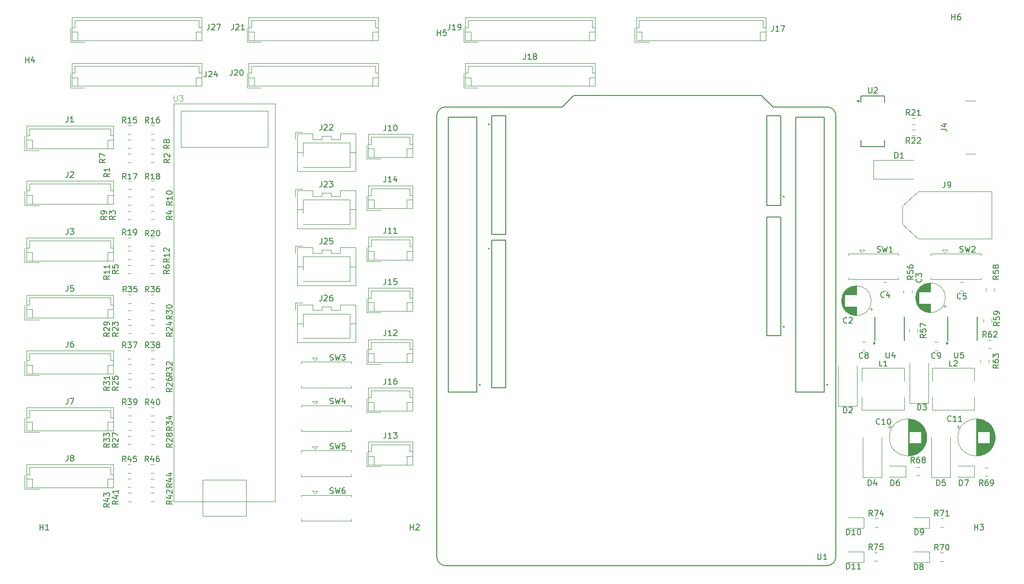
<source format=gbr>
%TF.GenerationSoftware,KiCad,Pcbnew,8.0.5*%
%TF.CreationDate,2024-09-21T15:40:11-07:00*%
%TF.ProjectId,MRIRobot_PCB,4d524952-6f62-46f7-945f-5043422e6b69,rev?*%
%TF.SameCoordinates,Original*%
%TF.FileFunction,Legend,Top*%
%TF.FilePolarity,Positive*%
%FSLAX46Y46*%
G04 Gerber Fmt 4.6, Leading zero omitted, Abs format (unit mm)*
G04 Created by KiCad (PCBNEW 8.0.5) date 2024-09-21 15:40:11*
%MOMM*%
%LPD*%
G01*
G04 APERTURE LIST*
%ADD10C,0.150000*%
%ADD11C,0.100000*%
%ADD12C,0.120000*%
%ADD13C,0.127000*%
%ADD14C,0.200000*%
G04 APERTURE END LIST*
D10*
X225454819Y-114642857D02*
X224978628Y-114976190D01*
X225454819Y-115214285D02*
X224454819Y-115214285D01*
X224454819Y-115214285D02*
X224454819Y-114833333D01*
X224454819Y-114833333D02*
X224502438Y-114738095D01*
X224502438Y-114738095D02*
X224550057Y-114690476D01*
X224550057Y-114690476D02*
X224645295Y-114642857D01*
X224645295Y-114642857D02*
X224788152Y-114642857D01*
X224788152Y-114642857D02*
X224883390Y-114690476D01*
X224883390Y-114690476D02*
X224931009Y-114738095D01*
X224931009Y-114738095D02*
X224978628Y-114833333D01*
X224978628Y-114833333D02*
X224978628Y-115214285D01*
X224454819Y-113738095D02*
X224454819Y-114214285D01*
X224454819Y-114214285D02*
X224931009Y-114261904D01*
X224931009Y-114261904D02*
X224883390Y-114214285D01*
X224883390Y-114214285D02*
X224835771Y-114119047D01*
X224835771Y-114119047D02*
X224835771Y-113880952D01*
X224835771Y-113880952D02*
X224883390Y-113785714D01*
X224883390Y-113785714D02*
X224931009Y-113738095D01*
X224931009Y-113738095D02*
X225026247Y-113690476D01*
X225026247Y-113690476D02*
X225264342Y-113690476D01*
X225264342Y-113690476D02*
X225359580Y-113738095D01*
X225359580Y-113738095D02*
X225407200Y-113785714D01*
X225407200Y-113785714D02*
X225454819Y-113880952D01*
X225454819Y-113880952D02*
X225454819Y-114119047D01*
X225454819Y-114119047D02*
X225407200Y-114214285D01*
X225407200Y-114214285D02*
X225359580Y-114261904D01*
X224883390Y-113119047D02*
X224835771Y-113214285D01*
X224835771Y-113214285D02*
X224788152Y-113261904D01*
X224788152Y-113261904D02*
X224692914Y-113309523D01*
X224692914Y-113309523D02*
X224645295Y-113309523D01*
X224645295Y-113309523D02*
X224550057Y-113261904D01*
X224550057Y-113261904D02*
X224502438Y-113214285D01*
X224502438Y-113214285D02*
X224454819Y-113119047D01*
X224454819Y-113119047D02*
X224454819Y-112928571D01*
X224454819Y-112928571D02*
X224502438Y-112833333D01*
X224502438Y-112833333D02*
X224550057Y-112785714D01*
X224550057Y-112785714D02*
X224645295Y-112738095D01*
X224645295Y-112738095D02*
X224692914Y-112738095D01*
X224692914Y-112738095D02*
X224788152Y-112785714D01*
X224788152Y-112785714D02*
X224835771Y-112833333D01*
X224835771Y-112833333D02*
X224883390Y-112928571D01*
X224883390Y-112928571D02*
X224883390Y-113119047D01*
X224883390Y-113119047D02*
X224931009Y-113214285D01*
X224931009Y-113214285D02*
X224978628Y-113261904D01*
X224978628Y-113261904D02*
X225073866Y-113309523D01*
X225073866Y-113309523D02*
X225264342Y-113309523D01*
X225264342Y-113309523D02*
X225359580Y-113261904D01*
X225359580Y-113261904D02*
X225407200Y-113214285D01*
X225407200Y-113214285D02*
X225454819Y-113119047D01*
X225454819Y-113119047D02*
X225454819Y-112928571D01*
X225454819Y-112928571D02*
X225407200Y-112833333D01*
X225407200Y-112833333D02*
X225359580Y-112785714D01*
X225359580Y-112785714D02*
X225264342Y-112738095D01*
X225264342Y-112738095D02*
X225073866Y-112738095D01*
X225073866Y-112738095D02*
X224978628Y-112785714D01*
X224978628Y-112785714D02*
X224931009Y-112833333D01*
X224931009Y-112833333D02*
X224883390Y-112928571D01*
X117940476Y-97154819D02*
X117940476Y-97869104D01*
X117940476Y-97869104D02*
X117892857Y-98011961D01*
X117892857Y-98011961D02*
X117797619Y-98107200D01*
X117797619Y-98107200D02*
X117654762Y-98154819D01*
X117654762Y-98154819D02*
X117559524Y-98154819D01*
X118940476Y-98154819D02*
X118369048Y-98154819D01*
X118654762Y-98154819D02*
X118654762Y-97154819D01*
X118654762Y-97154819D02*
X118559524Y-97297676D01*
X118559524Y-97297676D02*
X118464286Y-97392914D01*
X118464286Y-97392914D02*
X118369048Y-97440533D01*
X119797619Y-97488152D02*
X119797619Y-98154819D01*
X119559524Y-97107200D02*
X119321429Y-97821485D01*
X119321429Y-97821485D02*
X119940476Y-97821485D01*
X80454819Y-104166666D02*
X79978628Y-104499999D01*
X80454819Y-104738094D02*
X79454819Y-104738094D01*
X79454819Y-104738094D02*
X79454819Y-104357142D01*
X79454819Y-104357142D02*
X79502438Y-104261904D01*
X79502438Y-104261904D02*
X79550057Y-104214285D01*
X79550057Y-104214285D02*
X79645295Y-104166666D01*
X79645295Y-104166666D02*
X79788152Y-104166666D01*
X79788152Y-104166666D02*
X79883390Y-104214285D01*
X79883390Y-104214285D02*
X79931009Y-104261904D01*
X79931009Y-104261904D02*
X79978628Y-104357142D01*
X79978628Y-104357142D02*
X79978628Y-104738094D01*
X79788152Y-103309523D02*
X80454819Y-103309523D01*
X79407200Y-103547618D02*
X80121485Y-103785713D01*
X80121485Y-103785713D02*
X80121485Y-103166666D01*
X79954819Y-111642857D02*
X79478628Y-111976190D01*
X79954819Y-112214285D02*
X78954819Y-112214285D01*
X78954819Y-112214285D02*
X78954819Y-111833333D01*
X78954819Y-111833333D02*
X79002438Y-111738095D01*
X79002438Y-111738095D02*
X79050057Y-111690476D01*
X79050057Y-111690476D02*
X79145295Y-111642857D01*
X79145295Y-111642857D02*
X79288152Y-111642857D01*
X79288152Y-111642857D02*
X79383390Y-111690476D01*
X79383390Y-111690476D02*
X79431009Y-111738095D01*
X79431009Y-111738095D02*
X79478628Y-111833333D01*
X79478628Y-111833333D02*
X79478628Y-112214285D01*
X79954819Y-110690476D02*
X79954819Y-111261904D01*
X79954819Y-110976190D02*
X78954819Y-110976190D01*
X78954819Y-110976190D02*
X79097676Y-111071428D01*
X79097676Y-111071428D02*
X79192914Y-111166666D01*
X79192914Y-111166666D02*
X79240533Y-111261904D01*
X79050057Y-110309523D02*
X79002438Y-110261904D01*
X79002438Y-110261904D02*
X78954819Y-110166666D01*
X78954819Y-110166666D02*
X78954819Y-109928571D01*
X78954819Y-109928571D02*
X79002438Y-109833333D01*
X79002438Y-109833333D02*
X79050057Y-109785714D01*
X79050057Y-109785714D02*
X79145295Y-109738095D01*
X79145295Y-109738095D02*
X79240533Y-109738095D01*
X79240533Y-109738095D02*
X79383390Y-109785714D01*
X79383390Y-109785714D02*
X79954819Y-110357142D01*
X79954819Y-110357142D02*
X79954819Y-109738095D01*
X205738095Y-128072319D02*
X205738095Y-128881842D01*
X205738095Y-128881842D02*
X205785714Y-128977080D01*
X205785714Y-128977080D02*
X205833333Y-129024700D01*
X205833333Y-129024700D02*
X205928571Y-129072319D01*
X205928571Y-129072319D02*
X206119047Y-129072319D01*
X206119047Y-129072319D02*
X206214285Y-129024700D01*
X206214285Y-129024700D02*
X206261904Y-128977080D01*
X206261904Y-128977080D02*
X206309523Y-128881842D01*
X206309523Y-128881842D02*
X206309523Y-128072319D01*
X207214285Y-128405652D02*
X207214285Y-129072319D01*
X206976190Y-128024700D02*
X206738095Y-128738985D01*
X206738095Y-128738985D02*
X207357142Y-128738985D01*
X225454819Y-130260357D02*
X224978628Y-130593690D01*
X225454819Y-130831785D02*
X224454819Y-130831785D01*
X224454819Y-130831785D02*
X224454819Y-130450833D01*
X224454819Y-130450833D02*
X224502438Y-130355595D01*
X224502438Y-130355595D02*
X224550057Y-130307976D01*
X224550057Y-130307976D02*
X224645295Y-130260357D01*
X224645295Y-130260357D02*
X224788152Y-130260357D01*
X224788152Y-130260357D02*
X224883390Y-130307976D01*
X224883390Y-130307976D02*
X224931009Y-130355595D01*
X224931009Y-130355595D02*
X224978628Y-130450833D01*
X224978628Y-130450833D02*
X224978628Y-130831785D01*
X224454819Y-129403214D02*
X224454819Y-129593690D01*
X224454819Y-129593690D02*
X224502438Y-129688928D01*
X224502438Y-129688928D02*
X224550057Y-129736547D01*
X224550057Y-129736547D02*
X224692914Y-129831785D01*
X224692914Y-129831785D02*
X224883390Y-129879404D01*
X224883390Y-129879404D02*
X225264342Y-129879404D01*
X225264342Y-129879404D02*
X225359580Y-129831785D01*
X225359580Y-129831785D02*
X225407200Y-129784166D01*
X225407200Y-129784166D02*
X225454819Y-129688928D01*
X225454819Y-129688928D02*
X225454819Y-129498452D01*
X225454819Y-129498452D02*
X225407200Y-129403214D01*
X225407200Y-129403214D02*
X225359580Y-129355595D01*
X225359580Y-129355595D02*
X225264342Y-129307976D01*
X225264342Y-129307976D02*
X225026247Y-129307976D01*
X225026247Y-129307976D02*
X224931009Y-129355595D01*
X224931009Y-129355595D02*
X224883390Y-129403214D01*
X224883390Y-129403214D02*
X224835771Y-129498452D01*
X224835771Y-129498452D02*
X224835771Y-129688928D01*
X224835771Y-129688928D02*
X224883390Y-129784166D01*
X224883390Y-129784166D02*
X224931009Y-129831785D01*
X224931009Y-129831785D02*
X225026247Y-129879404D01*
X224454819Y-128974642D02*
X224454819Y-128355595D01*
X224454819Y-128355595D02*
X224835771Y-128688928D01*
X224835771Y-128688928D02*
X224835771Y-128546071D01*
X224835771Y-128546071D02*
X224883390Y-128450833D01*
X224883390Y-128450833D02*
X224931009Y-128403214D01*
X224931009Y-128403214D02*
X225026247Y-128355595D01*
X225026247Y-128355595D02*
X225264342Y-128355595D01*
X225264342Y-128355595D02*
X225359580Y-128403214D01*
X225359580Y-128403214D02*
X225407200Y-128450833D01*
X225407200Y-128450833D02*
X225454819Y-128546071D01*
X225454819Y-128546071D02*
X225454819Y-128831785D01*
X225454819Y-128831785D02*
X225407200Y-128927023D01*
X225407200Y-128927023D02*
X225359580Y-128974642D01*
X193738095Y-163454819D02*
X193738095Y-164264342D01*
X193738095Y-164264342D02*
X193785714Y-164359580D01*
X193785714Y-164359580D02*
X193833333Y-164407200D01*
X193833333Y-164407200D02*
X193928571Y-164454819D01*
X193928571Y-164454819D02*
X194119047Y-164454819D01*
X194119047Y-164454819D02*
X194214285Y-164407200D01*
X194214285Y-164407200D02*
X194261904Y-164359580D01*
X194261904Y-164359580D02*
X194309523Y-164264342D01*
X194309523Y-164264342D02*
X194309523Y-163454819D01*
X195309523Y-164454819D02*
X194738095Y-164454819D01*
X195023809Y-164454819D02*
X195023809Y-163454819D01*
X195023809Y-163454819D02*
X194928571Y-163597676D01*
X194928571Y-163597676D02*
X194833333Y-163692914D01*
X194833333Y-163692914D02*
X194738095Y-163740533D01*
X86940476Y-70454819D02*
X86940476Y-71169104D01*
X86940476Y-71169104D02*
X86892857Y-71311961D01*
X86892857Y-71311961D02*
X86797619Y-71407200D01*
X86797619Y-71407200D02*
X86654762Y-71454819D01*
X86654762Y-71454819D02*
X86559524Y-71454819D01*
X87369048Y-70550057D02*
X87416667Y-70502438D01*
X87416667Y-70502438D02*
X87511905Y-70454819D01*
X87511905Y-70454819D02*
X87750000Y-70454819D01*
X87750000Y-70454819D02*
X87845238Y-70502438D01*
X87845238Y-70502438D02*
X87892857Y-70550057D01*
X87892857Y-70550057D02*
X87940476Y-70645295D01*
X87940476Y-70645295D02*
X87940476Y-70740533D01*
X87940476Y-70740533D02*
X87892857Y-70883390D01*
X87892857Y-70883390D02*
X87321429Y-71454819D01*
X87321429Y-71454819D02*
X87940476Y-71454819D01*
X88273810Y-70454819D02*
X88940476Y-70454819D01*
X88940476Y-70454819D02*
X88511905Y-71454819D01*
X80454819Y-151142857D02*
X79978628Y-151476190D01*
X80454819Y-151714285D02*
X79454819Y-151714285D01*
X79454819Y-151714285D02*
X79454819Y-151333333D01*
X79454819Y-151333333D02*
X79502438Y-151238095D01*
X79502438Y-151238095D02*
X79550057Y-151190476D01*
X79550057Y-151190476D02*
X79645295Y-151142857D01*
X79645295Y-151142857D02*
X79788152Y-151142857D01*
X79788152Y-151142857D02*
X79883390Y-151190476D01*
X79883390Y-151190476D02*
X79931009Y-151238095D01*
X79931009Y-151238095D02*
X79978628Y-151333333D01*
X79978628Y-151333333D02*
X79978628Y-151714285D01*
X79788152Y-150285714D02*
X80454819Y-150285714D01*
X79407200Y-150523809D02*
X80121485Y-150761904D01*
X80121485Y-150761904D02*
X80121485Y-150142857D01*
X79788152Y-149333333D02*
X80454819Y-149333333D01*
X79407200Y-149571428D02*
X80121485Y-149809523D01*
X80121485Y-149809523D02*
X80121485Y-149190476D01*
X108156667Y-152807200D02*
X108299524Y-152854819D01*
X108299524Y-152854819D02*
X108537619Y-152854819D01*
X108537619Y-152854819D02*
X108632857Y-152807200D01*
X108632857Y-152807200D02*
X108680476Y-152759580D01*
X108680476Y-152759580D02*
X108728095Y-152664342D01*
X108728095Y-152664342D02*
X108728095Y-152569104D01*
X108728095Y-152569104D02*
X108680476Y-152473866D01*
X108680476Y-152473866D02*
X108632857Y-152426247D01*
X108632857Y-152426247D02*
X108537619Y-152378628D01*
X108537619Y-152378628D02*
X108347143Y-152331009D01*
X108347143Y-152331009D02*
X108251905Y-152283390D01*
X108251905Y-152283390D02*
X108204286Y-152235771D01*
X108204286Y-152235771D02*
X108156667Y-152140533D01*
X108156667Y-152140533D02*
X108156667Y-152045295D01*
X108156667Y-152045295D02*
X108204286Y-151950057D01*
X108204286Y-151950057D02*
X108251905Y-151902438D01*
X108251905Y-151902438D02*
X108347143Y-151854819D01*
X108347143Y-151854819D02*
X108585238Y-151854819D01*
X108585238Y-151854819D02*
X108728095Y-151902438D01*
X109061429Y-151854819D02*
X109299524Y-152854819D01*
X109299524Y-152854819D02*
X109490000Y-152140533D01*
X109490000Y-152140533D02*
X109680476Y-152854819D01*
X109680476Y-152854819D02*
X109918572Y-151854819D01*
X110728095Y-151854819D02*
X110537619Y-151854819D01*
X110537619Y-151854819D02*
X110442381Y-151902438D01*
X110442381Y-151902438D02*
X110394762Y-151950057D01*
X110394762Y-151950057D02*
X110299524Y-152092914D01*
X110299524Y-152092914D02*
X110251905Y-152283390D01*
X110251905Y-152283390D02*
X110251905Y-152664342D01*
X110251905Y-152664342D02*
X110299524Y-152759580D01*
X110299524Y-152759580D02*
X110347143Y-152807200D01*
X110347143Y-152807200D02*
X110442381Y-152854819D01*
X110442381Y-152854819D02*
X110632857Y-152854819D01*
X110632857Y-152854819D02*
X110728095Y-152807200D01*
X110728095Y-152807200D02*
X110775714Y-152759580D01*
X110775714Y-152759580D02*
X110823333Y-152664342D01*
X110823333Y-152664342D02*
X110823333Y-152426247D01*
X110823333Y-152426247D02*
X110775714Y-152331009D01*
X110775714Y-152331009D02*
X110728095Y-152283390D01*
X110728095Y-152283390D02*
X110632857Y-152235771D01*
X110632857Y-152235771D02*
X110442381Y-152235771D01*
X110442381Y-152235771D02*
X110347143Y-152283390D01*
X110347143Y-152283390D02*
X110299524Y-152331009D01*
X110299524Y-152331009D02*
X110251905Y-152426247D01*
X218579526Y-151454819D02*
X218579526Y-150454819D01*
X218579526Y-150454819D02*
X218817621Y-150454819D01*
X218817621Y-150454819D02*
X218960478Y-150502438D01*
X218960478Y-150502438D02*
X219055716Y-150597676D01*
X219055716Y-150597676D02*
X219103335Y-150692914D01*
X219103335Y-150692914D02*
X219150954Y-150883390D01*
X219150954Y-150883390D02*
X219150954Y-151026247D01*
X219150954Y-151026247D02*
X219103335Y-151216723D01*
X219103335Y-151216723D02*
X219055716Y-151311961D01*
X219055716Y-151311961D02*
X218960478Y-151407200D01*
X218960478Y-151407200D02*
X218817621Y-151454819D01*
X218817621Y-151454819D02*
X218579526Y-151454819D01*
X219484288Y-150454819D02*
X220150954Y-150454819D01*
X220150954Y-150454819D02*
X219722383Y-151454819D01*
X108156667Y-129417200D02*
X108299524Y-129464819D01*
X108299524Y-129464819D02*
X108537619Y-129464819D01*
X108537619Y-129464819D02*
X108632857Y-129417200D01*
X108632857Y-129417200D02*
X108680476Y-129369580D01*
X108680476Y-129369580D02*
X108728095Y-129274342D01*
X108728095Y-129274342D02*
X108728095Y-129179104D01*
X108728095Y-129179104D02*
X108680476Y-129083866D01*
X108680476Y-129083866D02*
X108632857Y-129036247D01*
X108632857Y-129036247D02*
X108537619Y-128988628D01*
X108537619Y-128988628D02*
X108347143Y-128941009D01*
X108347143Y-128941009D02*
X108251905Y-128893390D01*
X108251905Y-128893390D02*
X108204286Y-128845771D01*
X108204286Y-128845771D02*
X108156667Y-128750533D01*
X108156667Y-128750533D02*
X108156667Y-128655295D01*
X108156667Y-128655295D02*
X108204286Y-128560057D01*
X108204286Y-128560057D02*
X108251905Y-128512438D01*
X108251905Y-128512438D02*
X108347143Y-128464819D01*
X108347143Y-128464819D02*
X108585238Y-128464819D01*
X108585238Y-128464819D02*
X108728095Y-128512438D01*
X109061429Y-128464819D02*
X109299524Y-129464819D01*
X109299524Y-129464819D02*
X109490000Y-128750533D01*
X109490000Y-128750533D02*
X109680476Y-129464819D01*
X109680476Y-129464819D02*
X109918572Y-128464819D01*
X110204286Y-128464819D02*
X110823333Y-128464819D01*
X110823333Y-128464819D02*
X110490000Y-128845771D01*
X110490000Y-128845771D02*
X110632857Y-128845771D01*
X110632857Y-128845771D02*
X110728095Y-128893390D01*
X110728095Y-128893390D02*
X110775714Y-128941009D01*
X110775714Y-128941009D02*
X110823333Y-129036247D01*
X110823333Y-129036247D02*
X110823333Y-129274342D01*
X110823333Y-129274342D02*
X110775714Y-129369580D01*
X110775714Y-129369580D02*
X110728095Y-129417200D01*
X110728095Y-129417200D02*
X110632857Y-129464819D01*
X110632857Y-129464819D02*
X110347143Y-129464819D01*
X110347143Y-129464819D02*
X110251905Y-129417200D01*
X110251905Y-129417200D02*
X110204286Y-129369580D01*
X215379819Y-88903333D02*
X216094104Y-88903333D01*
X216094104Y-88903333D02*
X216236961Y-88950952D01*
X216236961Y-88950952D02*
X216332200Y-89046190D01*
X216332200Y-89046190D02*
X216379819Y-89189047D01*
X216379819Y-89189047D02*
X216379819Y-89284285D01*
X215713152Y-87998571D02*
X216379819Y-87998571D01*
X215332200Y-88236666D02*
X216046485Y-88474761D01*
X216046485Y-88474761D02*
X216046485Y-87855714D01*
X222674763Y-151454819D02*
X222341430Y-150978628D01*
X222103335Y-151454819D02*
X222103335Y-150454819D01*
X222103335Y-150454819D02*
X222484287Y-150454819D01*
X222484287Y-150454819D02*
X222579525Y-150502438D01*
X222579525Y-150502438D02*
X222627144Y-150550057D01*
X222627144Y-150550057D02*
X222674763Y-150645295D01*
X222674763Y-150645295D02*
X222674763Y-150788152D01*
X222674763Y-150788152D02*
X222627144Y-150883390D01*
X222627144Y-150883390D02*
X222579525Y-150931009D01*
X222579525Y-150931009D02*
X222484287Y-150978628D01*
X222484287Y-150978628D02*
X222103335Y-150978628D01*
X223531906Y-150454819D02*
X223341430Y-150454819D01*
X223341430Y-150454819D02*
X223246192Y-150502438D01*
X223246192Y-150502438D02*
X223198573Y-150550057D01*
X223198573Y-150550057D02*
X223103335Y-150692914D01*
X223103335Y-150692914D02*
X223055716Y-150883390D01*
X223055716Y-150883390D02*
X223055716Y-151264342D01*
X223055716Y-151264342D02*
X223103335Y-151359580D01*
X223103335Y-151359580D02*
X223150954Y-151407200D01*
X223150954Y-151407200D02*
X223246192Y-151454819D01*
X223246192Y-151454819D02*
X223436668Y-151454819D01*
X223436668Y-151454819D02*
X223531906Y-151407200D01*
X223531906Y-151407200D02*
X223579525Y-151359580D01*
X223579525Y-151359580D02*
X223627144Y-151264342D01*
X223627144Y-151264342D02*
X223627144Y-151026247D01*
X223627144Y-151026247D02*
X223579525Y-150931009D01*
X223579525Y-150931009D02*
X223531906Y-150883390D01*
X223531906Y-150883390D02*
X223436668Y-150835771D01*
X223436668Y-150835771D02*
X223246192Y-150835771D01*
X223246192Y-150835771D02*
X223150954Y-150883390D01*
X223150954Y-150883390D02*
X223103335Y-150931009D01*
X223103335Y-150931009D02*
X223055716Y-151026247D01*
X224103335Y-151454819D02*
X224293811Y-151454819D01*
X224293811Y-151454819D02*
X224389049Y-151407200D01*
X224389049Y-151407200D02*
X224436668Y-151359580D01*
X224436668Y-151359580D02*
X224531906Y-151216723D01*
X224531906Y-151216723D02*
X224579525Y-151026247D01*
X224579525Y-151026247D02*
X224579525Y-150645295D01*
X224579525Y-150645295D02*
X224531906Y-150550057D01*
X224531906Y-150550057D02*
X224484287Y-150502438D01*
X224484287Y-150502438D02*
X224389049Y-150454819D01*
X224389049Y-150454819D02*
X224198573Y-150454819D01*
X224198573Y-150454819D02*
X224103335Y-150502438D01*
X224103335Y-150502438D02*
X224055716Y-150550057D01*
X224055716Y-150550057D02*
X224008097Y-150645295D01*
X224008097Y-150645295D02*
X224008097Y-150883390D01*
X224008097Y-150883390D02*
X224055716Y-150978628D01*
X224055716Y-150978628D02*
X224103335Y-151026247D01*
X224103335Y-151026247D02*
X224198573Y-151073866D01*
X224198573Y-151073866D02*
X224389049Y-151073866D01*
X224389049Y-151073866D02*
X224484287Y-151026247D01*
X224484287Y-151026247D02*
X224531906Y-150978628D01*
X224531906Y-150978628D02*
X224579525Y-150883390D01*
X117940476Y-88154819D02*
X117940476Y-88869104D01*
X117940476Y-88869104D02*
X117892857Y-89011961D01*
X117892857Y-89011961D02*
X117797619Y-89107200D01*
X117797619Y-89107200D02*
X117654762Y-89154819D01*
X117654762Y-89154819D02*
X117559524Y-89154819D01*
X118940476Y-89154819D02*
X118369048Y-89154819D01*
X118654762Y-89154819D02*
X118654762Y-88154819D01*
X118654762Y-88154819D02*
X118559524Y-88297676D01*
X118559524Y-88297676D02*
X118464286Y-88392914D01*
X118464286Y-88392914D02*
X118369048Y-88440533D01*
X119559524Y-88154819D02*
X119654762Y-88154819D01*
X119654762Y-88154819D02*
X119750000Y-88202438D01*
X119750000Y-88202438D02*
X119797619Y-88250057D01*
X119797619Y-88250057D02*
X119845238Y-88345295D01*
X119845238Y-88345295D02*
X119892857Y-88535771D01*
X119892857Y-88535771D02*
X119892857Y-88773866D01*
X119892857Y-88773866D02*
X119845238Y-88964342D01*
X119845238Y-88964342D02*
X119797619Y-89059580D01*
X119797619Y-89059580D02*
X119750000Y-89107200D01*
X119750000Y-89107200D02*
X119654762Y-89154819D01*
X119654762Y-89154819D02*
X119559524Y-89154819D01*
X119559524Y-89154819D02*
X119464286Y-89107200D01*
X119464286Y-89107200D02*
X119416667Y-89059580D01*
X119416667Y-89059580D02*
X119369048Y-88964342D01*
X119369048Y-88964342D02*
X119321429Y-88773866D01*
X119321429Y-88773866D02*
X119321429Y-88535771D01*
X119321429Y-88535771D02*
X119369048Y-88345295D01*
X119369048Y-88345295D02*
X119416667Y-88250057D01*
X119416667Y-88250057D02*
X119464286Y-88202438D01*
X119464286Y-88202438D02*
X119559524Y-88154819D01*
X70454819Y-104166666D02*
X69978628Y-104499999D01*
X70454819Y-104738094D02*
X69454819Y-104738094D01*
X69454819Y-104738094D02*
X69454819Y-104357142D01*
X69454819Y-104357142D02*
X69502438Y-104261904D01*
X69502438Y-104261904D02*
X69550057Y-104214285D01*
X69550057Y-104214285D02*
X69645295Y-104166666D01*
X69645295Y-104166666D02*
X69788152Y-104166666D01*
X69788152Y-104166666D02*
X69883390Y-104214285D01*
X69883390Y-104214285D02*
X69931009Y-104261904D01*
X69931009Y-104261904D02*
X69978628Y-104357142D01*
X69978628Y-104357142D02*
X69978628Y-104738094D01*
X69454819Y-103833332D02*
X69454819Y-103214285D01*
X69454819Y-103214285D02*
X69835771Y-103547618D01*
X69835771Y-103547618D02*
X69835771Y-103404761D01*
X69835771Y-103404761D02*
X69883390Y-103309523D01*
X69883390Y-103309523D02*
X69931009Y-103261904D01*
X69931009Y-103261904D02*
X70026247Y-103214285D01*
X70026247Y-103214285D02*
X70264342Y-103214285D01*
X70264342Y-103214285D02*
X70359580Y-103261904D01*
X70359580Y-103261904D02*
X70407200Y-103309523D01*
X70407200Y-103309523D02*
X70454819Y-103404761D01*
X70454819Y-103404761D02*
X70454819Y-103690475D01*
X70454819Y-103690475D02*
X70407200Y-103785713D01*
X70407200Y-103785713D02*
X70359580Y-103833332D01*
X70954819Y-124642857D02*
X70478628Y-124976190D01*
X70954819Y-125214285D02*
X69954819Y-125214285D01*
X69954819Y-125214285D02*
X69954819Y-124833333D01*
X69954819Y-124833333D02*
X70002438Y-124738095D01*
X70002438Y-124738095D02*
X70050057Y-124690476D01*
X70050057Y-124690476D02*
X70145295Y-124642857D01*
X70145295Y-124642857D02*
X70288152Y-124642857D01*
X70288152Y-124642857D02*
X70383390Y-124690476D01*
X70383390Y-124690476D02*
X70431009Y-124738095D01*
X70431009Y-124738095D02*
X70478628Y-124833333D01*
X70478628Y-124833333D02*
X70478628Y-125214285D01*
X70050057Y-124261904D02*
X70002438Y-124214285D01*
X70002438Y-124214285D02*
X69954819Y-124119047D01*
X69954819Y-124119047D02*
X69954819Y-123880952D01*
X69954819Y-123880952D02*
X70002438Y-123785714D01*
X70002438Y-123785714D02*
X70050057Y-123738095D01*
X70050057Y-123738095D02*
X70145295Y-123690476D01*
X70145295Y-123690476D02*
X70240533Y-123690476D01*
X70240533Y-123690476D02*
X70383390Y-123738095D01*
X70383390Y-123738095D02*
X70954819Y-124309523D01*
X70954819Y-124309523D02*
X70954819Y-123690476D01*
X69954819Y-123357142D02*
X69954819Y-122738095D01*
X69954819Y-122738095D02*
X70335771Y-123071428D01*
X70335771Y-123071428D02*
X70335771Y-122928571D01*
X70335771Y-122928571D02*
X70383390Y-122833333D01*
X70383390Y-122833333D02*
X70431009Y-122785714D01*
X70431009Y-122785714D02*
X70526247Y-122738095D01*
X70526247Y-122738095D02*
X70764342Y-122738095D01*
X70764342Y-122738095D02*
X70859580Y-122785714D01*
X70859580Y-122785714D02*
X70907200Y-122833333D01*
X70907200Y-122833333D02*
X70954819Y-122928571D01*
X70954819Y-122928571D02*
X70954819Y-123214285D01*
X70954819Y-123214285D02*
X70907200Y-123309523D01*
X70907200Y-123309523D02*
X70859580Y-123357142D01*
X69454819Y-96666666D02*
X68978628Y-96999999D01*
X69454819Y-97238094D02*
X68454819Y-97238094D01*
X68454819Y-97238094D02*
X68454819Y-96857142D01*
X68454819Y-96857142D02*
X68502438Y-96761904D01*
X68502438Y-96761904D02*
X68550057Y-96714285D01*
X68550057Y-96714285D02*
X68645295Y-96666666D01*
X68645295Y-96666666D02*
X68788152Y-96666666D01*
X68788152Y-96666666D02*
X68883390Y-96714285D01*
X68883390Y-96714285D02*
X68931009Y-96761904D01*
X68931009Y-96761904D02*
X68978628Y-96857142D01*
X68978628Y-96857142D02*
X68978628Y-97238094D01*
X69454819Y-95714285D02*
X69454819Y-96285713D01*
X69454819Y-95999999D02*
X68454819Y-95999999D01*
X68454819Y-95999999D02*
X68597676Y-96095237D01*
X68597676Y-96095237D02*
X68692914Y-96190475D01*
X68692914Y-96190475D02*
X68740533Y-96285713D01*
X218656667Y-110417200D02*
X218799524Y-110464819D01*
X218799524Y-110464819D02*
X219037619Y-110464819D01*
X219037619Y-110464819D02*
X219132857Y-110417200D01*
X219132857Y-110417200D02*
X219180476Y-110369580D01*
X219180476Y-110369580D02*
X219228095Y-110274342D01*
X219228095Y-110274342D02*
X219228095Y-110179104D01*
X219228095Y-110179104D02*
X219180476Y-110083866D01*
X219180476Y-110083866D02*
X219132857Y-110036247D01*
X219132857Y-110036247D02*
X219037619Y-109988628D01*
X219037619Y-109988628D02*
X218847143Y-109941009D01*
X218847143Y-109941009D02*
X218751905Y-109893390D01*
X218751905Y-109893390D02*
X218704286Y-109845771D01*
X218704286Y-109845771D02*
X218656667Y-109750533D01*
X218656667Y-109750533D02*
X218656667Y-109655295D01*
X218656667Y-109655295D02*
X218704286Y-109560057D01*
X218704286Y-109560057D02*
X218751905Y-109512438D01*
X218751905Y-109512438D02*
X218847143Y-109464819D01*
X218847143Y-109464819D02*
X219085238Y-109464819D01*
X219085238Y-109464819D02*
X219228095Y-109512438D01*
X219561429Y-109464819D02*
X219799524Y-110464819D01*
X219799524Y-110464819D02*
X219990000Y-109750533D01*
X219990000Y-109750533D02*
X220180476Y-110464819D01*
X220180476Y-110464819D02*
X220418572Y-109464819D01*
X220751905Y-109560057D02*
X220799524Y-109512438D01*
X220799524Y-109512438D02*
X220894762Y-109464819D01*
X220894762Y-109464819D02*
X221132857Y-109464819D01*
X221132857Y-109464819D02*
X221228095Y-109512438D01*
X221228095Y-109512438D02*
X221275714Y-109560057D01*
X221275714Y-109560057D02*
X221323333Y-109655295D01*
X221323333Y-109655295D02*
X221323333Y-109750533D01*
X221323333Y-109750533D02*
X221275714Y-109893390D01*
X221275714Y-109893390D02*
X220704286Y-110464819D01*
X220704286Y-110464819D02*
X221323333Y-110464819D01*
X80454819Y-134392857D02*
X79978628Y-134726190D01*
X80454819Y-134964285D02*
X79454819Y-134964285D01*
X79454819Y-134964285D02*
X79454819Y-134583333D01*
X79454819Y-134583333D02*
X79502438Y-134488095D01*
X79502438Y-134488095D02*
X79550057Y-134440476D01*
X79550057Y-134440476D02*
X79645295Y-134392857D01*
X79645295Y-134392857D02*
X79788152Y-134392857D01*
X79788152Y-134392857D02*
X79883390Y-134440476D01*
X79883390Y-134440476D02*
X79931009Y-134488095D01*
X79931009Y-134488095D02*
X79978628Y-134583333D01*
X79978628Y-134583333D02*
X79978628Y-134964285D01*
X79550057Y-134011904D02*
X79502438Y-133964285D01*
X79502438Y-133964285D02*
X79454819Y-133869047D01*
X79454819Y-133869047D02*
X79454819Y-133630952D01*
X79454819Y-133630952D02*
X79502438Y-133535714D01*
X79502438Y-133535714D02*
X79550057Y-133488095D01*
X79550057Y-133488095D02*
X79645295Y-133440476D01*
X79645295Y-133440476D02*
X79740533Y-133440476D01*
X79740533Y-133440476D02*
X79883390Y-133488095D01*
X79883390Y-133488095D02*
X80454819Y-134059523D01*
X80454819Y-134059523D02*
X80454819Y-133440476D01*
X79454819Y-132583333D02*
X79454819Y-132773809D01*
X79454819Y-132773809D02*
X79502438Y-132869047D01*
X79502438Y-132869047D02*
X79550057Y-132916666D01*
X79550057Y-132916666D02*
X79692914Y-133011904D01*
X79692914Y-133011904D02*
X79883390Y-133059523D01*
X79883390Y-133059523D02*
X80264342Y-133059523D01*
X80264342Y-133059523D02*
X80359580Y-133011904D01*
X80359580Y-133011904D02*
X80407200Y-132964285D01*
X80407200Y-132964285D02*
X80454819Y-132869047D01*
X80454819Y-132869047D02*
X80454819Y-132678571D01*
X80454819Y-132678571D02*
X80407200Y-132583333D01*
X80407200Y-132583333D02*
X80359580Y-132535714D01*
X80359580Y-132535714D02*
X80264342Y-132488095D01*
X80264342Y-132488095D02*
X80026247Y-132488095D01*
X80026247Y-132488095D02*
X79931009Y-132535714D01*
X79931009Y-132535714D02*
X79883390Y-132583333D01*
X79883390Y-132583333D02*
X79835771Y-132678571D01*
X79835771Y-132678571D02*
X79835771Y-132869047D01*
X79835771Y-132869047D02*
X79883390Y-132964285D01*
X79883390Y-132964285D02*
X79931009Y-133011904D01*
X79931009Y-133011904D02*
X80026247Y-133059523D01*
X69454819Y-154642857D02*
X68978628Y-154976190D01*
X69454819Y-155214285D02*
X68454819Y-155214285D01*
X68454819Y-155214285D02*
X68454819Y-154833333D01*
X68454819Y-154833333D02*
X68502438Y-154738095D01*
X68502438Y-154738095D02*
X68550057Y-154690476D01*
X68550057Y-154690476D02*
X68645295Y-154642857D01*
X68645295Y-154642857D02*
X68788152Y-154642857D01*
X68788152Y-154642857D02*
X68883390Y-154690476D01*
X68883390Y-154690476D02*
X68931009Y-154738095D01*
X68931009Y-154738095D02*
X68978628Y-154833333D01*
X68978628Y-154833333D02*
X68978628Y-155214285D01*
X68788152Y-153785714D02*
X69454819Y-153785714D01*
X68407200Y-154023809D02*
X69121485Y-154261904D01*
X69121485Y-154261904D02*
X69121485Y-153642857D01*
X68454819Y-153357142D02*
X68454819Y-152738095D01*
X68454819Y-152738095D02*
X68835771Y-153071428D01*
X68835771Y-153071428D02*
X68835771Y-152928571D01*
X68835771Y-152928571D02*
X68883390Y-152833333D01*
X68883390Y-152833333D02*
X68931009Y-152785714D01*
X68931009Y-152785714D02*
X69026247Y-152738095D01*
X69026247Y-152738095D02*
X69264342Y-152738095D01*
X69264342Y-152738095D02*
X69359580Y-152785714D01*
X69359580Y-152785714D02*
X69407200Y-152833333D01*
X69407200Y-152833333D02*
X69454819Y-152928571D01*
X69454819Y-152928571D02*
X69454819Y-153214285D01*
X69454819Y-153214285D02*
X69407200Y-153309523D01*
X69407200Y-153309523D02*
X69359580Y-153357142D01*
X217107142Y-140109580D02*
X217059523Y-140157200D01*
X217059523Y-140157200D02*
X216916666Y-140204819D01*
X216916666Y-140204819D02*
X216821428Y-140204819D01*
X216821428Y-140204819D02*
X216678571Y-140157200D01*
X216678571Y-140157200D02*
X216583333Y-140061961D01*
X216583333Y-140061961D02*
X216535714Y-139966723D01*
X216535714Y-139966723D02*
X216488095Y-139776247D01*
X216488095Y-139776247D02*
X216488095Y-139633390D01*
X216488095Y-139633390D02*
X216535714Y-139442914D01*
X216535714Y-139442914D02*
X216583333Y-139347676D01*
X216583333Y-139347676D02*
X216678571Y-139252438D01*
X216678571Y-139252438D02*
X216821428Y-139204819D01*
X216821428Y-139204819D02*
X216916666Y-139204819D01*
X216916666Y-139204819D02*
X217059523Y-139252438D01*
X217059523Y-139252438D02*
X217107142Y-139300057D01*
X218059523Y-140204819D02*
X217488095Y-140204819D01*
X217773809Y-140204819D02*
X217773809Y-139204819D01*
X217773809Y-139204819D02*
X217678571Y-139347676D01*
X217678571Y-139347676D02*
X217583333Y-139442914D01*
X217583333Y-139442914D02*
X217488095Y-139490533D01*
X219011904Y-140204819D02*
X218440476Y-140204819D01*
X218726190Y-140204819D02*
X218726190Y-139204819D01*
X218726190Y-139204819D02*
X218630952Y-139347676D01*
X218630952Y-139347676D02*
X218535714Y-139442914D01*
X218535714Y-139442914D02*
X218440476Y-139490533D01*
X80029819Y-94166666D02*
X79553628Y-94499999D01*
X80029819Y-94738094D02*
X79029819Y-94738094D01*
X79029819Y-94738094D02*
X79029819Y-94357142D01*
X79029819Y-94357142D02*
X79077438Y-94261904D01*
X79077438Y-94261904D02*
X79125057Y-94214285D01*
X79125057Y-94214285D02*
X79220295Y-94166666D01*
X79220295Y-94166666D02*
X79363152Y-94166666D01*
X79363152Y-94166666D02*
X79458390Y-94214285D01*
X79458390Y-94214285D02*
X79506009Y-94261904D01*
X79506009Y-94261904D02*
X79553628Y-94357142D01*
X79553628Y-94357142D02*
X79553628Y-94738094D01*
X79125057Y-93785713D02*
X79077438Y-93738094D01*
X79077438Y-93738094D02*
X79029819Y-93642856D01*
X79029819Y-93642856D02*
X79029819Y-93404761D01*
X79029819Y-93404761D02*
X79077438Y-93309523D01*
X79077438Y-93309523D02*
X79125057Y-93261904D01*
X79125057Y-93261904D02*
X79220295Y-93214285D01*
X79220295Y-93214285D02*
X79315533Y-93214285D01*
X79315533Y-93214285D02*
X79458390Y-93261904D01*
X79458390Y-93261904D02*
X80029819Y-93833332D01*
X80029819Y-93833332D02*
X80029819Y-93214285D01*
X211859580Y-115166666D02*
X211907200Y-115214285D01*
X211907200Y-115214285D02*
X211954819Y-115357142D01*
X211954819Y-115357142D02*
X211954819Y-115452380D01*
X211954819Y-115452380D02*
X211907200Y-115595237D01*
X211907200Y-115595237D02*
X211811961Y-115690475D01*
X211811961Y-115690475D02*
X211716723Y-115738094D01*
X211716723Y-115738094D02*
X211526247Y-115785713D01*
X211526247Y-115785713D02*
X211383390Y-115785713D01*
X211383390Y-115785713D02*
X211192914Y-115738094D01*
X211192914Y-115738094D02*
X211097676Y-115690475D01*
X211097676Y-115690475D02*
X211002438Y-115595237D01*
X211002438Y-115595237D02*
X210954819Y-115452380D01*
X210954819Y-115452380D02*
X210954819Y-115357142D01*
X210954819Y-115357142D02*
X211002438Y-115214285D01*
X211002438Y-115214285D02*
X211050057Y-115166666D01*
X210954819Y-114833332D02*
X210954819Y-114214285D01*
X210954819Y-114214285D02*
X211335771Y-114547618D01*
X211335771Y-114547618D02*
X211335771Y-114404761D01*
X211335771Y-114404761D02*
X211383390Y-114309523D01*
X211383390Y-114309523D02*
X211431009Y-114261904D01*
X211431009Y-114261904D02*
X211526247Y-114214285D01*
X211526247Y-114214285D02*
X211764342Y-114214285D01*
X211764342Y-114214285D02*
X211859580Y-114261904D01*
X211859580Y-114261904D02*
X211907200Y-114309523D01*
X211907200Y-114309523D02*
X211954819Y-114404761D01*
X211954819Y-114404761D02*
X211954819Y-114690475D01*
X211954819Y-114690475D02*
X211907200Y-114785713D01*
X211907200Y-114785713D02*
X211859580Y-114833332D01*
X80454819Y-124642857D02*
X79978628Y-124976190D01*
X80454819Y-125214285D02*
X79454819Y-125214285D01*
X79454819Y-125214285D02*
X79454819Y-124833333D01*
X79454819Y-124833333D02*
X79502438Y-124738095D01*
X79502438Y-124738095D02*
X79550057Y-124690476D01*
X79550057Y-124690476D02*
X79645295Y-124642857D01*
X79645295Y-124642857D02*
X79788152Y-124642857D01*
X79788152Y-124642857D02*
X79883390Y-124690476D01*
X79883390Y-124690476D02*
X79931009Y-124738095D01*
X79931009Y-124738095D02*
X79978628Y-124833333D01*
X79978628Y-124833333D02*
X79978628Y-125214285D01*
X79550057Y-124261904D02*
X79502438Y-124214285D01*
X79502438Y-124214285D02*
X79454819Y-124119047D01*
X79454819Y-124119047D02*
X79454819Y-123880952D01*
X79454819Y-123880952D02*
X79502438Y-123785714D01*
X79502438Y-123785714D02*
X79550057Y-123738095D01*
X79550057Y-123738095D02*
X79645295Y-123690476D01*
X79645295Y-123690476D02*
X79740533Y-123690476D01*
X79740533Y-123690476D02*
X79883390Y-123738095D01*
X79883390Y-123738095D02*
X80454819Y-124309523D01*
X80454819Y-124309523D02*
X80454819Y-123690476D01*
X79788152Y-122833333D02*
X80454819Y-122833333D01*
X79407200Y-123071428D02*
X80121485Y-123309523D01*
X80121485Y-123309523D02*
X80121485Y-122690476D01*
X217738095Y-128072319D02*
X217738095Y-128881842D01*
X217738095Y-128881842D02*
X217785714Y-128977080D01*
X217785714Y-128977080D02*
X217833333Y-129024700D01*
X217833333Y-129024700D02*
X217928571Y-129072319D01*
X217928571Y-129072319D02*
X218119047Y-129072319D01*
X218119047Y-129072319D02*
X218214285Y-129024700D01*
X218214285Y-129024700D02*
X218261904Y-128977080D01*
X218261904Y-128977080D02*
X218309523Y-128881842D01*
X218309523Y-128881842D02*
X218309523Y-128072319D01*
X219261904Y-128072319D02*
X218785714Y-128072319D01*
X218785714Y-128072319D02*
X218738095Y-128548509D01*
X218738095Y-128548509D02*
X218785714Y-128500890D01*
X218785714Y-128500890D02*
X218880952Y-128453271D01*
X218880952Y-128453271D02*
X219119047Y-128453271D01*
X219119047Y-128453271D02*
X219214285Y-128500890D01*
X219214285Y-128500890D02*
X219261904Y-128548509D01*
X219261904Y-128548509D02*
X219309523Y-128643747D01*
X219309523Y-128643747D02*
X219309523Y-128881842D01*
X219309523Y-128881842D02*
X219261904Y-128977080D01*
X219261904Y-128977080D02*
X219214285Y-129024700D01*
X219214285Y-129024700D02*
X219119047Y-129072319D01*
X219119047Y-129072319D02*
X218880952Y-129072319D01*
X218880952Y-129072319D02*
X218785714Y-129024700D01*
X218785714Y-129024700D02*
X218738095Y-128977080D01*
X86440476Y-78704819D02*
X86440476Y-79419104D01*
X86440476Y-79419104D02*
X86392857Y-79561961D01*
X86392857Y-79561961D02*
X86297619Y-79657200D01*
X86297619Y-79657200D02*
X86154762Y-79704819D01*
X86154762Y-79704819D02*
X86059524Y-79704819D01*
X86869048Y-78800057D02*
X86916667Y-78752438D01*
X86916667Y-78752438D02*
X87011905Y-78704819D01*
X87011905Y-78704819D02*
X87250000Y-78704819D01*
X87250000Y-78704819D02*
X87345238Y-78752438D01*
X87345238Y-78752438D02*
X87392857Y-78800057D01*
X87392857Y-78800057D02*
X87440476Y-78895295D01*
X87440476Y-78895295D02*
X87440476Y-78990533D01*
X87440476Y-78990533D02*
X87392857Y-79133390D01*
X87392857Y-79133390D02*
X86821429Y-79704819D01*
X86821429Y-79704819D02*
X87440476Y-79704819D01*
X88297619Y-79038152D02*
X88297619Y-79704819D01*
X88059524Y-78657200D02*
X87821429Y-79371485D01*
X87821429Y-79371485D02*
X88440476Y-79371485D01*
X80454819Y-101642857D02*
X79978628Y-101976190D01*
X80454819Y-102214285D02*
X79454819Y-102214285D01*
X79454819Y-102214285D02*
X79454819Y-101833333D01*
X79454819Y-101833333D02*
X79502438Y-101738095D01*
X79502438Y-101738095D02*
X79550057Y-101690476D01*
X79550057Y-101690476D02*
X79645295Y-101642857D01*
X79645295Y-101642857D02*
X79788152Y-101642857D01*
X79788152Y-101642857D02*
X79883390Y-101690476D01*
X79883390Y-101690476D02*
X79931009Y-101738095D01*
X79931009Y-101738095D02*
X79978628Y-101833333D01*
X79978628Y-101833333D02*
X79978628Y-102214285D01*
X80454819Y-100690476D02*
X80454819Y-101261904D01*
X80454819Y-100976190D02*
X79454819Y-100976190D01*
X79454819Y-100976190D02*
X79597676Y-101071428D01*
X79597676Y-101071428D02*
X79692914Y-101166666D01*
X79692914Y-101166666D02*
X79740533Y-101261904D01*
X79454819Y-100071428D02*
X79454819Y-99976190D01*
X79454819Y-99976190D02*
X79502438Y-99880952D01*
X79502438Y-99880952D02*
X79550057Y-99833333D01*
X79550057Y-99833333D02*
X79645295Y-99785714D01*
X79645295Y-99785714D02*
X79835771Y-99738095D01*
X79835771Y-99738095D02*
X80073866Y-99738095D01*
X80073866Y-99738095D02*
X80264342Y-99785714D01*
X80264342Y-99785714D02*
X80359580Y-99833333D01*
X80359580Y-99833333D02*
X80407200Y-99880952D01*
X80407200Y-99880952D02*
X80454819Y-99976190D01*
X80454819Y-99976190D02*
X80454819Y-100071428D01*
X80454819Y-100071428D02*
X80407200Y-100166666D01*
X80407200Y-100166666D02*
X80359580Y-100214285D01*
X80359580Y-100214285D02*
X80264342Y-100261904D01*
X80264342Y-100261904D02*
X80073866Y-100309523D01*
X80073866Y-100309523D02*
X79835771Y-100309523D01*
X79835771Y-100309523D02*
X79645295Y-100261904D01*
X79645295Y-100261904D02*
X79550057Y-100214285D01*
X79550057Y-100214285D02*
X79502438Y-100166666D01*
X79502438Y-100166666D02*
X79454819Y-100071428D01*
X210687263Y-147454819D02*
X210353930Y-146978628D01*
X210115835Y-147454819D02*
X210115835Y-146454819D01*
X210115835Y-146454819D02*
X210496787Y-146454819D01*
X210496787Y-146454819D02*
X210592025Y-146502438D01*
X210592025Y-146502438D02*
X210639644Y-146550057D01*
X210639644Y-146550057D02*
X210687263Y-146645295D01*
X210687263Y-146645295D02*
X210687263Y-146788152D01*
X210687263Y-146788152D02*
X210639644Y-146883390D01*
X210639644Y-146883390D02*
X210592025Y-146931009D01*
X210592025Y-146931009D02*
X210496787Y-146978628D01*
X210496787Y-146978628D02*
X210115835Y-146978628D01*
X211544406Y-146454819D02*
X211353930Y-146454819D01*
X211353930Y-146454819D02*
X211258692Y-146502438D01*
X211258692Y-146502438D02*
X211211073Y-146550057D01*
X211211073Y-146550057D02*
X211115835Y-146692914D01*
X211115835Y-146692914D02*
X211068216Y-146883390D01*
X211068216Y-146883390D02*
X211068216Y-147264342D01*
X211068216Y-147264342D02*
X211115835Y-147359580D01*
X211115835Y-147359580D02*
X211163454Y-147407200D01*
X211163454Y-147407200D02*
X211258692Y-147454819D01*
X211258692Y-147454819D02*
X211449168Y-147454819D01*
X211449168Y-147454819D02*
X211544406Y-147407200D01*
X211544406Y-147407200D02*
X211592025Y-147359580D01*
X211592025Y-147359580D02*
X211639644Y-147264342D01*
X211639644Y-147264342D02*
X211639644Y-147026247D01*
X211639644Y-147026247D02*
X211592025Y-146931009D01*
X211592025Y-146931009D02*
X211544406Y-146883390D01*
X211544406Y-146883390D02*
X211449168Y-146835771D01*
X211449168Y-146835771D02*
X211258692Y-146835771D01*
X211258692Y-146835771D02*
X211163454Y-146883390D01*
X211163454Y-146883390D02*
X211115835Y-146931009D01*
X211115835Y-146931009D02*
X211068216Y-147026247D01*
X212211073Y-146883390D02*
X212115835Y-146835771D01*
X212115835Y-146835771D02*
X212068216Y-146788152D01*
X212068216Y-146788152D02*
X212020597Y-146692914D01*
X212020597Y-146692914D02*
X212020597Y-146645295D01*
X212020597Y-146645295D02*
X212068216Y-146550057D01*
X212068216Y-146550057D02*
X212115835Y-146502438D01*
X212115835Y-146502438D02*
X212211073Y-146454819D01*
X212211073Y-146454819D02*
X212401549Y-146454819D01*
X212401549Y-146454819D02*
X212496787Y-146502438D01*
X212496787Y-146502438D02*
X212544406Y-146550057D01*
X212544406Y-146550057D02*
X212592025Y-146645295D01*
X212592025Y-146645295D02*
X212592025Y-146692914D01*
X212592025Y-146692914D02*
X212544406Y-146788152D01*
X212544406Y-146788152D02*
X212496787Y-146835771D01*
X212496787Y-146835771D02*
X212401549Y-146883390D01*
X212401549Y-146883390D02*
X212211073Y-146883390D01*
X212211073Y-146883390D02*
X212115835Y-146931009D01*
X212115835Y-146931009D02*
X212068216Y-146978628D01*
X212068216Y-146978628D02*
X212020597Y-147073866D01*
X212020597Y-147073866D02*
X212020597Y-147264342D01*
X212020597Y-147264342D02*
X212068216Y-147359580D01*
X212068216Y-147359580D02*
X212115835Y-147407200D01*
X212115835Y-147407200D02*
X212211073Y-147454819D01*
X212211073Y-147454819D02*
X212401549Y-147454819D01*
X212401549Y-147454819D02*
X212496787Y-147407200D01*
X212496787Y-147407200D02*
X212544406Y-147359580D01*
X212544406Y-147359580D02*
X212592025Y-147264342D01*
X212592025Y-147264342D02*
X212592025Y-147073866D01*
X212592025Y-147073866D02*
X212544406Y-146978628D01*
X212544406Y-146978628D02*
X212496787Y-146931009D01*
X212496787Y-146931009D02*
X212401549Y-146883390D01*
X202579526Y-151454819D02*
X202579526Y-150454819D01*
X202579526Y-150454819D02*
X202817621Y-150454819D01*
X202817621Y-150454819D02*
X202960478Y-150502438D01*
X202960478Y-150502438D02*
X203055716Y-150597676D01*
X203055716Y-150597676D02*
X203103335Y-150692914D01*
X203103335Y-150692914D02*
X203150954Y-150883390D01*
X203150954Y-150883390D02*
X203150954Y-151026247D01*
X203150954Y-151026247D02*
X203103335Y-151216723D01*
X203103335Y-151216723D02*
X203055716Y-151311961D01*
X203055716Y-151311961D02*
X202960478Y-151407200D01*
X202960478Y-151407200D02*
X202817621Y-151454819D01*
X202817621Y-151454819D02*
X202579526Y-151454819D01*
X204008097Y-150788152D02*
X204008097Y-151454819D01*
X203770002Y-150407200D02*
X203531907Y-151121485D01*
X203531907Y-151121485D02*
X204150954Y-151121485D01*
X62166666Y-126154819D02*
X62166666Y-126869104D01*
X62166666Y-126869104D02*
X62119047Y-127011961D01*
X62119047Y-127011961D02*
X62023809Y-127107200D01*
X62023809Y-127107200D02*
X61880952Y-127154819D01*
X61880952Y-127154819D02*
X61785714Y-127154819D01*
X63071428Y-126154819D02*
X62880952Y-126154819D01*
X62880952Y-126154819D02*
X62785714Y-126202438D01*
X62785714Y-126202438D02*
X62738095Y-126250057D01*
X62738095Y-126250057D02*
X62642857Y-126392914D01*
X62642857Y-126392914D02*
X62595238Y-126583390D01*
X62595238Y-126583390D02*
X62595238Y-126964342D01*
X62595238Y-126964342D02*
X62642857Y-127059580D01*
X62642857Y-127059580D02*
X62690476Y-127107200D01*
X62690476Y-127107200D02*
X62785714Y-127154819D01*
X62785714Y-127154819D02*
X62976190Y-127154819D01*
X62976190Y-127154819D02*
X63071428Y-127107200D01*
X63071428Y-127107200D02*
X63119047Y-127059580D01*
X63119047Y-127059580D02*
X63166666Y-126964342D01*
X63166666Y-126964342D02*
X63166666Y-126726247D01*
X63166666Y-126726247D02*
X63119047Y-126631009D01*
X63119047Y-126631009D02*
X63071428Y-126583390D01*
X63071428Y-126583390D02*
X62976190Y-126535771D01*
X62976190Y-126535771D02*
X62785714Y-126535771D01*
X62785714Y-126535771D02*
X62690476Y-126583390D01*
X62690476Y-126583390D02*
X62642857Y-126631009D01*
X62642857Y-126631009D02*
X62595238Y-126726247D01*
X70954819Y-134142857D02*
X70478628Y-134476190D01*
X70954819Y-134714285D02*
X69954819Y-134714285D01*
X69954819Y-134714285D02*
X69954819Y-134333333D01*
X69954819Y-134333333D02*
X70002438Y-134238095D01*
X70002438Y-134238095D02*
X70050057Y-134190476D01*
X70050057Y-134190476D02*
X70145295Y-134142857D01*
X70145295Y-134142857D02*
X70288152Y-134142857D01*
X70288152Y-134142857D02*
X70383390Y-134190476D01*
X70383390Y-134190476D02*
X70431009Y-134238095D01*
X70431009Y-134238095D02*
X70478628Y-134333333D01*
X70478628Y-134333333D02*
X70478628Y-134714285D01*
X70050057Y-133761904D02*
X70002438Y-133714285D01*
X70002438Y-133714285D02*
X69954819Y-133619047D01*
X69954819Y-133619047D02*
X69954819Y-133380952D01*
X69954819Y-133380952D02*
X70002438Y-133285714D01*
X70002438Y-133285714D02*
X70050057Y-133238095D01*
X70050057Y-133238095D02*
X70145295Y-133190476D01*
X70145295Y-133190476D02*
X70240533Y-133190476D01*
X70240533Y-133190476D02*
X70383390Y-133238095D01*
X70383390Y-133238095D02*
X70954819Y-133809523D01*
X70954819Y-133809523D02*
X70954819Y-133190476D01*
X69954819Y-132285714D02*
X69954819Y-132761904D01*
X69954819Y-132761904D02*
X70431009Y-132809523D01*
X70431009Y-132809523D02*
X70383390Y-132761904D01*
X70383390Y-132761904D02*
X70335771Y-132666666D01*
X70335771Y-132666666D02*
X70335771Y-132428571D01*
X70335771Y-132428571D02*
X70383390Y-132333333D01*
X70383390Y-132333333D02*
X70431009Y-132285714D01*
X70431009Y-132285714D02*
X70526247Y-132238095D01*
X70526247Y-132238095D02*
X70764342Y-132238095D01*
X70764342Y-132238095D02*
X70859580Y-132285714D01*
X70859580Y-132285714D02*
X70907200Y-132333333D01*
X70907200Y-132333333D02*
X70954819Y-132428571D01*
X70954819Y-132428571D02*
X70954819Y-132666666D01*
X70954819Y-132666666D02*
X70907200Y-132761904D01*
X70907200Y-132761904D02*
X70859580Y-132809523D01*
X126988095Y-72454819D02*
X126988095Y-71454819D01*
X126988095Y-71931009D02*
X127559523Y-71931009D01*
X127559523Y-72454819D02*
X127559523Y-71454819D01*
X128511904Y-71454819D02*
X128035714Y-71454819D01*
X128035714Y-71454819D02*
X127988095Y-71931009D01*
X127988095Y-71931009D02*
X128035714Y-71883390D01*
X128035714Y-71883390D02*
X128130952Y-71835771D01*
X128130952Y-71835771D02*
X128369047Y-71835771D01*
X128369047Y-71835771D02*
X128464285Y-71883390D01*
X128464285Y-71883390D02*
X128511904Y-71931009D01*
X128511904Y-71931009D02*
X128559523Y-72026247D01*
X128559523Y-72026247D02*
X128559523Y-72264342D01*
X128559523Y-72264342D02*
X128511904Y-72359580D01*
X128511904Y-72359580D02*
X128464285Y-72407200D01*
X128464285Y-72407200D02*
X128369047Y-72454819D01*
X128369047Y-72454819D02*
X128130952Y-72454819D01*
X128130952Y-72454819D02*
X128035714Y-72407200D01*
X128035714Y-72407200D02*
X127988095Y-72359580D01*
X117940476Y-124154819D02*
X117940476Y-124869104D01*
X117940476Y-124869104D02*
X117892857Y-125011961D01*
X117892857Y-125011961D02*
X117797619Y-125107200D01*
X117797619Y-125107200D02*
X117654762Y-125154819D01*
X117654762Y-125154819D02*
X117559524Y-125154819D01*
X118940476Y-125154819D02*
X118369048Y-125154819D01*
X118654762Y-125154819D02*
X118654762Y-124154819D01*
X118654762Y-124154819D02*
X118559524Y-124297676D01*
X118559524Y-124297676D02*
X118464286Y-124392914D01*
X118464286Y-124392914D02*
X118369048Y-124440533D01*
X119321429Y-124250057D02*
X119369048Y-124202438D01*
X119369048Y-124202438D02*
X119464286Y-124154819D01*
X119464286Y-124154819D02*
X119702381Y-124154819D01*
X119702381Y-124154819D02*
X119797619Y-124202438D01*
X119797619Y-124202438D02*
X119845238Y-124250057D01*
X119845238Y-124250057D02*
X119892857Y-124345295D01*
X119892857Y-124345295D02*
X119892857Y-124440533D01*
X119892857Y-124440533D02*
X119845238Y-124583390D01*
X119845238Y-124583390D02*
X119273810Y-125154819D01*
X119273810Y-125154819D02*
X119892857Y-125154819D01*
X210454819Y-114642857D02*
X209978628Y-114976190D01*
X210454819Y-115214285D02*
X209454819Y-115214285D01*
X209454819Y-115214285D02*
X209454819Y-114833333D01*
X209454819Y-114833333D02*
X209502438Y-114738095D01*
X209502438Y-114738095D02*
X209550057Y-114690476D01*
X209550057Y-114690476D02*
X209645295Y-114642857D01*
X209645295Y-114642857D02*
X209788152Y-114642857D01*
X209788152Y-114642857D02*
X209883390Y-114690476D01*
X209883390Y-114690476D02*
X209931009Y-114738095D01*
X209931009Y-114738095D02*
X209978628Y-114833333D01*
X209978628Y-114833333D02*
X209978628Y-115214285D01*
X209454819Y-113738095D02*
X209454819Y-114214285D01*
X209454819Y-114214285D02*
X209931009Y-114261904D01*
X209931009Y-114261904D02*
X209883390Y-114214285D01*
X209883390Y-114214285D02*
X209835771Y-114119047D01*
X209835771Y-114119047D02*
X209835771Y-113880952D01*
X209835771Y-113880952D02*
X209883390Y-113785714D01*
X209883390Y-113785714D02*
X209931009Y-113738095D01*
X209931009Y-113738095D02*
X210026247Y-113690476D01*
X210026247Y-113690476D02*
X210264342Y-113690476D01*
X210264342Y-113690476D02*
X210359580Y-113738095D01*
X210359580Y-113738095D02*
X210407200Y-113785714D01*
X210407200Y-113785714D02*
X210454819Y-113880952D01*
X210454819Y-113880952D02*
X210454819Y-114119047D01*
X210454819Y-114119047D02*
X210407200Y-114214285D01*
X210407200Y-114214285D02*
X210359580Y-114261904D01*
X209454819Y-112833333D02*
X209454819Y-113023809D01*
X209454819Y-113023809D02*
X209502438Y-113119047D01*
X209502438Y-113119047D02*
X209550057Y-113166666D01*
X209550057Y-113166666D02*
X209692914Y-113261904D01*
X209692914Y-113261904D02*
X209883390Y-113309523D01*
X209883390Y-113309523D02*
X210264342Y-113309523D01*
X210264342Y-113309523D02*
X210359580Y-113261904D01*
X210359580Y-113261904D02*
X210407200Y-113214285D01*
X210407200Y-113214285D02*
X210454819Y-113119047D01*
X210454819Y-113119047D02*
X210454819Y-112928571D01*
X210454819Y-112928571D02*
X210407200Y-112833333D01*
X210407200Y-112833333D02*
X210359580Y-112785714D01*
X210359580Y-112785714D02*
X210264342Y-112738095D01*
X210264342Y-112738095D02*
X210026247Y-112738095D01*
X210026247Y-112738095D02*
X209931009Y-112785714D01*
X209931009Y-112785714D02*
X209883390Y-112833333D01*
X209883390Y-112833333D02*
X209835771Y-112928571D01*
X209835771Y-112928571D02*
X209835771Y-113119047D01*
X209835771Y-113119047D02*
X209883390Y-113214285D01*
X209883390Y-113214285D02*
X209931009Y-113261904D01*
X209931009Y-113261904D02*
X210026247Y-113309523D01*
X223269642Y-125422319D02*
X222936309Y-124946128D01*
X222698214Y-125422319D02*
X222698214Y-124422319D01*
X222698214Y-124422319D02*
X223079166Y-124422319D01*
X223079166Y-124422319D02*
X223174404Y-124469938D01*
X223174404Y-124469938D02*
X223222023Y-124517557D01*
X223222023Y-124517557D02*
X223269642Y-124612795D01*
X223269642Y-124612795D02*
X223269642Y-124755652D01*
X223269642Y-124755652D02*
X223222023Y-124850890D01*
X223222023Y-124850890D02*
X223174404Y-124898509D01*
X223174404Y-124898509D02*
X223079166Y-124946128D01*
X223079166Y-124946128D02*
X222698214Y-124946128D01*
X224126785Y-124422319D02*
X223936309Y-124422319D01*
X223936309Y-124422319D02*
X223841071Y-124469938D01*
X223841071Y-124469938D02*
X223793452Y-124517557D01*
X223793452Y-124517557D02*
X223698214Y-124660414D01*
X223698214Y-124660414D02*
X223650595Y-124850890D01*
X223650595Y-124850890D02*
X223650595Y-125231842D01*
X223650595Y-125231842D02*
X223698214Y-125327080D01*
X223698214Y-125327080D02*
X223745833Y-125374700D01*
X223745833Y-125374700D02*
X223841071Y-125422319D01*
X223841071Y-125422319D02*
X224031547Y-125422319D01*
X224031547Y-125422319D02*
X224126785Y-125374700D01*
X224126785Y-125374700D02*
X224174404Y-125327080D01*
X224174404Y-125327080D02*
X224222023Y-125231842D01*
X224222023Y-125231842D02*
X224222023Y-124993747D01*
X224222023Y-124993747D02*
X224174404Y-124898509D01*
X224174404Y-124898509D02*
X224126785Y-124850890D01*
X224126785Y-124850890D02*
X224031547Y-124803271D01*
X224031547Y-124803271D02*
X223841071Y-124803271D01*
X223841071Y-124803271D02*
X223745833Y-124850890D01*
X223745833Y-124850890D02*
X223698214Y-124898509D01*
X223698214Y-124898509D02*
X223650595Y-124993747D01*
X224602976Y-124517557D02*
X224650595Y-124469938D01*
X224650595Y-124469938D02*
X224745833Y-124422319D01*
X224745833Y-124422319D02*
X224983928Y-124422319D01*
X224983928Y-124422319D02*
X225079166Y-124469938D01*
X225079166Y-124469938D02*
X225126785Y-124517557D01*
X225126785Y-124517557D02*
X225174404Y-124612795D01*
X225174404Y-124612795D02*
X225174404Y-124708033D01*
X225174404Y-124708033D02*
X225126785Y-124850890D01*
X225126785Y-124850890D02*
X224555357Y-125422319D01*
X224555357Y-125422319D02*
X225174404Y-125422319D01*
X204607142Y-140609580D02*
X204559523Y-140657200D01*
X204559523Y-140657200D02*
X204416666Y-140704819D01*
X204416666Y-140704819D02*
X204321428Y-140704819D01*
X204321428Y-140704819D02*
X204178571Y-140657200D01*
X204178571Y-140657200D02*
X204083333Y-140561961D01*
X204083333Y-140561961D02*
X204035714Y-140466723D01*
X204035714Y-140466723D02*
X203988095Y-140276247D01*
X203988095Y-140276247D02*
X203988095Y-140133390D01*
X203988095Y-140133390D02*
X204035714Y-139942914D01*
X204035714Y-139942914D02*
X204083333Y-139847676D01*
X204083333Y-139847676D02*
X204178571Y-139752438D01*
X204178571Y-139752438D02*
X204321428Y-139704819D01*
X204321428Y-139704819D02*
X204416666Y-139704819D01*
X204416666Y-139704819D02*
X204559523Y-139752438D01*
X204559523Y-139752438D02*
X204607142Y-139800057D01*
X205559523Y-140704819D02*
X204988095Y-140704819D01*
X205273809Y-140704819D02*
X205273809Y-139704819D01*
X205273809Y-139704819D02*
X205178571Y-139847676D01*
X205178571Y-139847676D02*
X205083333Y-139942914D01*
X205083333Y-139942914D02*
X204988095Y-139990533D01*
X206178571Y-139704819D02*
X206273809Y-139704819D01*
X206273809Y-139704819D02*
X206369047Y-139752438D01*
X206369047Y-139752438D02*
X206416666Y-139800057D01*
X206416666Y-139800057D02*
X206464285Y-139895295D01*
X206464285Y-139895295D02*
X206511904Y-140085771D01*
X206511904Y-140085771D02*
X206511904Y-140323866D01*
X206511904Y-140323866D02*
X206464285Y-140514342D01*
X206464285Y-140514342D02*
X206416666Y-140609580D01*
X206416666Y-140609580D02*
X206369047Y-140657200D01*
X206369047Y-140657200D02*
X206273809Y-140704819D01*
X206273809Y-140704819D02*
X206178571Y-140704819D01*
X206178571Y-140704819D02*
X206083333Y-140657200D01*
X206083333Y-140657200D02*
X206035714Y-140609580D01*
X206035714Y-140609580D02*
X205988095Y-140514342D01*
X205988095Y-140514342D02*
X205940476Y-140323866D01*
X205940476Y-140323866D02*
X205940476Y-140085771D01*
X205940476Y-140085771D02*
X205988095Y-139895295D01*
X205988095Y-139895295D02*
X206035714Y-139800057D01*
X206035714Y-139800057D02*
X206083333Y-139752438D01*
X206083333Y-139752438D02*
X206178571Y-139704819D01*
X214579526Y-151454819D02*
X214579526Y-150454819D01*
X214579526Y-150454819D02*
X214817621Y-150454819D01*
X214817621Y-150454819D02*
X214960478Y-150502438D01*
X214960478Y-150502438D02*
X215055716Y-150597676D01*
X215055716Y-150597676D02*
X215103335Y-150692914D01*
X215103335Y-150692914D02*
X215150954Y-150883390D01*
X215150954Y-150883390D02*
X215150954Y-151026247D01*
X215150954Y-151026247D02*
X215103335Y-151216723D01*
X215103335Y-151216723D02*
X215055716Y-151311961D01*
X215055716Y-151311961D02*
X214960478Y-151407200D01*
X214960478Y-151407200D02*
X214817621Y-151454819D01*
X214817621Y-151454819D02*
X214579526Y-151454819D01*
X216055716Y-150454819D02*
X215579526Y-150454819D01*
X215579526Y-150454819D02*
X215531907Y-150931009D01*
X215531907Y-150931009D02*
X215579526Y-150883390D01*
X215579526Y-150883390D02*
X215674764Y-150835771D01*
X215674764Y-150835771D02*
X215912859Y-150835771D01*
X215912859Y-150835771D02*
X216008097Y-150883390D01*
X216008097Y-150883390D02*
X216055716Y-150931009D01*
X216055716Y-150931009D02*
X216103335Y-151026247D01*
X216103335Y-151026247D02*
X216103335Y-151264342D01*
X216103335Y-151264342D02*
X216055716Y-151359580D01*
X216055716Y-151359580D02*
X216008097Y-151407200D01*
X216008097Y-151407200D02*
X215912859Y-151454819D01*
X215912859Y-151454819D02*
X215674764Y-151454819D01*
X215674764Y-151454819D02*
X215579526Y-151407200D01*
X215579526Y-151407200D02*
X215531907Y-151359580D01*
X212704819Y-124892857D02*
X212228628Y-125226190D01*
X212704819Y-125464285D02*
X211704819Y-125464285D01*
X211704819Y-125464285D02*
X211704819Y-125083333D01*
X211704819Y-125083333D02*
X211752438Y-124988095D01*
X211752438Y-124988095D02*
X211800057Y-124940476D01*
X211800057Y-124940476D02*
X211895295Y-124892857D01*
X211895295Y-124892857D02*
X212038152Y-124892857D01*
X212038152Y-124892857D02*
X212133390Y-124940476D01*
X212133390Y-124940476D02*
X212181009Y-124988095D01*
X212181009Y-124988095D02*
X212228628Y-125083333D01*
X212228628Y-125083333D02*
X212228628Y-125464285D01*
X211704819Y-123988095D02*
X211704819Y-124464285D01*
X211704819Y-124464285D02*
X212181009Y-124511904D01*
X212181009Y-124511904D02*
X212133390Y-124464285D01*
X212133390Y-124464285D02*
X212085771Y-124369047D01*
X212085771Y-124369047D02*
X212085771Y-124130952D01*
X212085771Y-124130952D02*
X212133390Y-124035714D01*
X212133390Y-124035714D02*
X212181009Y-123988095D01*
X212181009Y-123988095D02*
X212276247Y-123940476D01*
X212276247Y-123940476D02*
X212514342Y-123940476D01*
X212514342Y-123940476D02*
X212609580Y-123988095D01*
X212609580Y-123988095D02*
X212657200Y-124035714D01*
X212657200Y-124035714D02*
X212704819Y-124130952D01*
X212704819Y-124130952D02*
X212704819Y-124369047D01*
X212704819Y-124369047D02*
X212657200Y-124464285D01*
X212657200Y-124464285D02*
X212609580Y-124511904D01*
X211704819Y-123607142D02*
X211704819Y-122940476D01*
X211704819Y-122940476D02*
X212704819Y-123369047D01*
X210761905Y-160104819D02*
X210761905Y-159104819D01*
X210761905Y-159104819D02*
X211000000Y-159104819D01*
X211000000Y-159104819D02*
X211142857Y-159152438D01*
X211142857Y-159152438D02*
X211238095Y-159247676D01*
X211238095Y-159247676D02*
X211285714Y-159342914D01*
X211285714Y-159342914D02*
X211333333Y-159533390D01*
X211333333Y-159533390D02*
X211333333Y-159676247D01*
X211333333Y-159676247D02*
X211285714Y-159866723D01*
X211285714Y-159866723D02*
X211238095Y-159961961D01*
X211238095Y-159961961D02*
X211142857Y-160057200D01*
X211142857Y-160057200D02*
X211000000Y-160104819D01*
X211000000Y-160104819D02*
X210761905Y-160104819D01*
X211809524Y-160104819D02*
X212000000Y-160104819D01*
X212000000Y-160104819D02*
X212095238Y-160057200D01*
X212095238Y-160057200D02*
X212142857Y-160009580D01*
X212142857Y-160009580D02*
X212238095Y-159866723D01*
X212238095Y-159866723D02*
X212285714Y-159676247D01*
X212285714Y-159676247D02*
X212285714Y-159295295D01*
X212285714Y-159295295D02*
X212238095Y-159200057D01*
X212238095Y-159200057D02*
X212190476Y-159152438D01*
X212190476Y-159152438D02*
X212095238Y-159104819D01*
X212095238Y-159104819D02*
X211904762Y-159104819D01*
X211904762Y-159104819D02*
X211809524Y-159152438D01*
X211809524Y-159152438D02*
X211761905Y-159200057D01*
X211761905Y-159200057D02*
X211714286Y-159295295D01*
X211714286Y-159295295D02*
X211714286Y-159533390D01*
X211714286Y-159533390D02*
X211761905Y-159628628D01*
X211761905Y-159628628D02*
X211809524Y-159676247D01*
X211809524Y-159676247D02*
X211904762Y-159723866D01*
X211904762Y-159723866D02*
X212095238Y-159723866D01*
X212095238Y-159723866D02*
X212190476Y-159676247D01*
X212190476Y-159676247D02*
X212238095Y-159628628D01*
X212238095Y-159628628D02*
X212285714Y-159533390D01*
X68954819Y-104166666D02*
X68478628Y-104499999D01*
X68954819Y-104738094D02*
X67954819Y-104738094D01*
X67954819Y-104738094D02*
X67954819Y-104357142D01*
X67954819Y-104357142D02*
X68002438Y-104261904D01*
X68002438Y-104261904D02*
X68050057Y-104214285D01*
X68050057Y-104214285D02*
X68145295Y-104166666D01*
X68145295Y-104166666D02*
X68288152Y-104166666D01*
X68288152Y-104166666D02*
X68383390Y-104214285D01*
X68383390Y-104214285D02*
X68431009Y-104261904D01*
X68431009Y-104261904D02*
X68478628Y-104357142D01*
X68478628Y-104357142D02*
X68478628Y-104738094D01*
X68954819Y-103690475D02*
X68954819Y-103499999D01*
X68954819Y-103499999D02*
X68907200Y-103404761D01*
X68907200Y-103404761D02*
X68859580Y-103357142D01*
X68859580Y-103357142D02*
X68716723Y-103261904D01*
X68716723Y-103261904D02*
X68526247Y-103214285D01*
X68526247Y-103214285D02*
X68145295Y-103214285D01*
X68145295Y-103214285D02*
X68050057Y-103261904D01*
X68050057Y-103261904D02*
X68002438Y-103309523D01*
X68002438Y-103309523D02*
X67954819Y-103404761D01*
X67954819Y-103404761D02*
X67954819Y-103595237D01*
X67954819Y-103595237D02*
X68002438Y-103690475D01*
X68002438Y-103690475D02*
X68050057Y-103738094D01*
X68050057Y-103738094D02*
X68145295Y-103785713D01*
X68145295Y-103785713D02*
X68383390Y-103785713D01*
X68383390Y-103785713D02*
X68478628Y-103738094D01*
X68478628Y-103738094D02*
X68526247Y-103690475D01*
X68526247Y-103690475D02*
X68573866Y-103595237D01*
X68573866Y-103595237D02*
X68573866Y-103404761D01*
X68573866Y-103404761D02*
X68526247Y-103309523D01*
X68526247Y-103309523D02*
X68478628Y-103261904D01*
X68478628Y-103261904D02*
X68383390Y-103214285D01*
X106690476Y-98054819D02*
X106690476Y-98769104D01*
X106690476Y-98769104D02*
X106642857Y-98911961D01*
X106642857Y-98911961D02*
X106547619Y-99007200D01*
X106547619Y-99007200D02*
X106404762Y-99054819D01*
X106404762Y-99054819D02*
X106309524Y-99054819D01*
X107119048Y-98150057D02*
X107166667Y-98102438D01*
X107166667Y-98102438D02*
X107261905Y-98054819D01*
X107261905Y-98054819D02*
X107500000Y-98054819D01*
X107500000Y-98054819D02*
X107595238Y-98102438D01*
X107595238Y-98102438D02*
X107642857Y-98150057D01*
X107642857Y-98150057D02*
X107690476Y-98245295D01*
X107690476Y-98245295D02*
X107690476Y-98340533D01*
X107690476Y-98340533D02*
X107642857Y-98483390D01*
X107642857Y-98483390D02*
X107071429Y-99054819D01*
X107071429Y-99054819D02*
X107690476Y-99054819D01*
X108023810Y-98054819D02*
X108642857Y-98054819D01*
X108642857Y-98054819D02*
X108309524Y-98435771D01*
X108309524Y-98435771D02*
X108452381Y-98435771D01*
X108452381Y-98435771D02*
X108547619Y-98483390D01*
X108547619Y-98483390D02*
X108595238Y-98531009D01*
X108595238Y-98531009D02*
X108642857Y-98626247D01*
X108642857Y-98626247D02*
X108642857Y-98864342D01*
X108642857Y-98864342D02*
X108595238Y-98959580D01*
X108595238Y-98959580D02*
X108547619Y-99007200D01*
X108547619Y-99007200D02*
X108452381Y-99054819D01*
X108452381Y-99054819D02*
X108166667Y-99054819D01*
X108166667Y-99054819D02*
X108071429Y-99007200D01*
X108071429Y-99007200D02*
X108023810Y-98959580D01*
X72357142Y-137274819D02*
X72023809Y-136798628D01*
X71785714Y-137274819D02*
X71785714Y-136274819D01*
X71785714Y-136274819D02*
X72166666Y-136274819D01*
X72166666Y-136274819D02*
X72261904Y-136322438D01*
X72261904Y-136322438D02*
X72309523Y-136370057D01*
X72309523Y-136370057D02*
X72357142Y-136465295D01*
X72357142Y-136465295D02*
X72357142Y-136608152D01*
X72357142Y-136608152D02*
X72309523Y-136703390D01*
X72309523Y-136703390D02*
X72261904Y-136751009D01*
X72261904Y-136751009D02*
X72166666Y-136798628D01*
X72166666Y-136798628D02*
X71785714Y-136798628D01*
X72690476Y-136274819D02*
X73309523Y-136274819D01*
X73309523Y-136274819D02*
X72976190Y-136655771D01*
X72976190Y-136655771D02*
X73119047Y-136655771D01*
X73119047Y-136655771D02*
X73214285Y-136703390D01*
X73214285Y-136703390D02*
X73261904Y-136751009D01*
X73261904Y-136751009D02*
X73309523Y-136846247D01*
X73309523Y-136846247D02*
X73309523Y-137084342D01*
X73309523Y-137084342D02*
X73261904Y-137179580D01*
X73261904Y-137179580D02*
X73214285Y-137227200D01*
X73214285Y-137227200D02*
X73119047Y-137274819D01*
X73119047Y-137274819D02*
X72833333Y-137274819D01*
X72833333Y-137274819D02*
X72738095Y-137227200D01*
X72738095Y-137227200D02*
X72690476Y-137179580D01*
X73785714Y-137274819D02*
X73976190Y-137274819D01*
X73976190Y-137274819D02*
X74071428Y-137227200D01*
X74071428Y-137227200D02*
X74119047Y-137179580D01*
X74119047Y-137179580D02*
X74214285Y-137036723D01*
X74214285Y-137036723D02*
X74261904Y-136846247D01*
X74261904Y-136846247D02*
X74261904Y-136465295D01*
X74261904Y-136465295D02*
X74214285Y-136370057D01*
X74214285Y-136370057D02*
X74166666Y-136322438D01*
X74166666Y-136322438D02*
X74071428Y-136274819D01*
X74071428Y-136274819D02*
X73880952Y-136274819D01*
X73880952Y-136274819D02*
X73785714Y-136322438D01*
X73785714Y-136322438D02*
X73738095Y-136370057D01*
X73738095Y-136370057D02*
X73690476Y-136465295D01*
X73690476Y-136465295D02*
X73690476Y-136703390D01*
X73690476Y-136703390D02*
X73738095Y-136798628D01*
X73738095Y-136798628D02*
X73785714Y-136846247D01*
X73785714Y-136846247D02*
X73880952Y-136893866D01*
X73880952Y-136893866D02*
X74071428Y-136893866D01*
X74071428Y-136893866D02*
X74166666Y-136846247D01*
X74166666Y-136846247D02*
X74214285Y-136798628D01*
X74214285Y-136798628D02*
X74261904Y-136703390D01*
X203332142Y-156774819D02*
X202998809Y-156298628D01*
X202760714Y-156774819D02*
X202760714Y-155774819D01*
X202760714Y-155774819D02*
X203141666Y-155774819D01*
X203141666Y-155774819D02*
X203236904Y-155822438D01*
X203236904Y-155822438D02*
X203284523Y-155870057D01*
X203284523Y-155870057D02*
X203332142Y-155965295D01*
X203332142Y-155965295D02*
X203332142Y-156108152D01*
X203332142Y-156108152D02*
X203284523Y-156203390D01*
X203284523Y-156203390D02*
X203236904Y-156251009D01*
X203236904Y-156251009D02*
X203141666Y-156298628D01*
X203141666Y-156298628D02*
X202760714Y-156298628D01*
X203665476Y-155774819D02*
X204332142Y-155774819D01*
X204332142Y-155774819D02*
X203903571Y-156774819D01*
X205141666Y-156108152D02*
X205141666Y-156774819D01*
X204903571Y-155727200D02*
X204665476Y-156441485D01*
X204665476Y-156441485D02*
X205284523Y-156441485D01*
X62166666Y-96354819D02*
X62166666Y-97069104D01*
X62166666Y-97069104D02*
X62119047Y-97211961D01*
X62119047Y-97211961D02*
X62023809Y-97307200D01*
X62023809Y-97307200D02*
X61880952Y-97354819D01*
X61880952Y-97354819D02*
X61785714Y-97354819D01*
X62595238Y-96450057D02*
X62642857Y-96402438D01*
X62642857Y-96402438D02*
X62738095Y-96354819D01*
X62738095Y-96354819D02*
X62976190Y-96354819D01*
X62976190Y-96354819D02*
X63071428Y-96402438D01*
X63071428Y-96402438D02*
X63119047Y-96450057D01*
X63119047Y-96450057D02*
X63166666Y-96545295D01*
X63166666Y-96545295D02*
X63166666Y-96640533D01*
X63166666Y-96640533D02*
X63119047Y-96783390D01*
X63119047Y-96783390D02*
X62547619Y-97354819D01*
X62547619Y-97354819D02*
X63166666Y-97354819D01*
X142440476Y-75654819D02*
X142440476Y-76369104D01*
X142440476Y-76369104D02*
X142392857Y-76511961D01*
X142392857Y-76511961D02*
X142297619Y-76607200D01*
X142297619Y-76607200D02*
X142154762Y-76654819D01*
X142154762Y-76654819D02*
X142059524Y-76654819D01*
X143440476Y-76654819D02*
X142869048Y-76654819D01*
X143154762Y-76654819D02*
X143154762Y-75654819D01*
X143154762Y-75654819D02*
X143059524Y-75797676D01*
X143059524Y-75797676D02*
X142964286Y-75892914D01*
X142964286Y-75892914D02*
X142869048Y-75940533D01*
X144011905Y-76083390D02*
X143916667Y-76035771D01*
X143916667Y-76035771D02*
X143869048Y-75988152D01*
X143869048Y-75988152D02*
X143821429Y-75892914D01*
X143821429Y-75892914D02*
X143821429Y-75845295D01*
X143821429Y-75845295D02*
X143869048Y-75750057D01*
X143869048Y-75750057D02*
X143916667Y-75702438D01*
X143916667Y-75702438D02*
X144011905Y-75654819D01*
X144011905Y-75654819D02*
X144202381Y-75654819D01*
X144202381Y-75654819D02*
X144297619Y-75702438D01*
X144297619Y-75702438D02*
X144345238Y-75750057D01*
X144345238Y-75750057D02*
X144392857Y-75845295D01*
X144392857Y-75845295D02*
X144392857Y-75892914D01*
X144392857Y-75892914D02*
X144345238Y-75988152D01*
X144345238Y-75988152D02*
X144297619Y-76035771D01*
X144297619Y-76035771D02*
X144202381Y-76083390D01*
X144202381Y-76083390D02*
X144011905Y-76083390D01*
X144011905Y-76083390D02*
X143916667Y-76131009D01*
X143916667Y-76131009D02*
X143869048Y-76178628D01*
X143869048Y-76178628D02*
X143821429Y-76273866D01*
X143821429Y-76273866D02*
X143821429Y-76464342D01*
X143821429Y-76464342D02*
X143869048Y-76559580D01*
X143869048Y-76559580D02*
X143916667Y-76607200D01*
X143916667Y-76607200D02*
X144011905Y-76654819D01*
X144011905Y-76654819D02*
X144202381Y-76654819D01*
X144202381Y-76654819D02*
X144297619Y-76607200D01*
X144297619Y-76607200D02*
X144345238Y-76559580D01*
X144345238Y-76559580D02*
X144392857Y-76464342D01*
X144392857Y-76464342D02*
X144392857Y-76273866D01*
X144392857Y-76273866D02*
X144345238Y-76178628D01*
X144345238Y-76178628D02*
X144297619Y-76131009D01*
X144297619Y-76131009D02*
X144202381Y-76083390D01*
X216066666Y-98154819D02*
X216066666Y-98869104D01*
X216066666Y-98869104D02*
X216019047Y-99011961D01*
X216019047Y-99011961D02*
X215923809Y-99107200D01*
X215923809Y-99107200D02*
X215780952Y-99154819D01*
X215780952Y-99154819D02*
X215685714Y-99154819D01*
X216590476Y-99154819D02*
X216780952Y-99154819D01*
X216780952Y-99154819D02*
X216876190Y-99107200D01*
X216876190Y-99107200D02*
X216923809Y-99059580D01*
X216923809Y-99059580D02*
X217019047Y-98916723D01*
X217019047Y-98916723D02*
X217066666Y-98726247D01*
X217066666Y-98726247D02*
X217066666Y-98345295D01*
X217066666Y-98345295D02*
X217019047Y-98250057D01*
X217019047Y-98250057D02*
X216971428Y-98202438D01*
X216971428Y-98202438D02*
X216876190Y-98154819D01*
X216876190Y-98154819D02*
X216685714Y-98154819D01*
X216685714Y-98154819D02*
X216590476Y-98202438D01*
X216590476Y-98202438D02*
X216542857Y-98250057D01*
X216542857Y-98250057D02*
X216495238Y-98345295D01*
X216495238Y-98345295D02*
X216495238Y-98583390D01*
X216495238Y-98583390D02*
X216542857Y-98678628D01*
X216542857Y-98678628D02*
X216590476Y-98726247D01*
X216590476Y-98726247D02*
X216685714Y-98773866D01*
X216685714Y-98773866D02*
X216876190Y-98773866D01*
X216876190Y-98773866D02*
X216971428Y-98726247D01*
X216971428Y-98726247D02*
X217019047Y-98678628D01*
X217019047Y-98678628D02*
X217066666Y-98583390D01*
X70954819Y-154142857D02*
X70478628Y-154476190D01*
X70954819Y-154714285D02*
X69954819Y-154714285D01*
X69954819Y-154714285D02*
X69954819Y-154333333D01*
X69954819Y-154333333D02*
X70002438Y-154238095D01*
X70002438Y-154238095D02*
X70050057Y-154190476D01*
X70050057Y-154190476D02*
X70145295Y-154142857D01*
X70145295Y-154142857D02*
X70288152Y-154142857D01*
X70288152Y-154142857D02*
X70383390Y-154190476D01*
X70383390Y-154190476D02*
X70431009Y-154238095D01*
X70431009Y-154238095D02*
X70478628Y-154333333D01*
X70478628Y-154333333D02*
X70478628Y-154714285D01*
X70288152Y-153285714D02*
X70954819Y-153285714D01*
X69907200Y-153523809D02*
X70621485Y-153761904D01*
X70621485Y-153761904D02*
X70621485Y-153142857D01*
X70954819Y-152238095D02*
X70954819Y-152809523D01*
X70954819Y-152523809D02*
X69954819Y-152523809D01*
X69954819Y-152523809D02*
X70097676Y-152619047D01*
X70097676Y-152619047D02*
X70192914Y-152714285D01*
X70192914Y-152714285D02*
X70240533Y-152809523D01*
X76357142Y-97654819D02*
X76023809Y-97178628D01*
X75785714Y-97654819D02*
X75785714Y-96654819D01*
X75785714Y-96654819D02*
X76166666Y-96654819D01*
X76166666Y-96654819D02*
X76261904Y-96702438D01*
X76261904Y-96702438D02*
X76309523Y-96750057D01*
X76309523Y-96750057D02*
X76357142Y-96845295D01*
X76357142Y-96845295D02*
X76357142Y-96988152D01*
X76357142Y-96988152D02*
X76309523Y-97083390D01*
X76309523Y-97083390D02*
X76261904Y-97131009D01*
X76261904Y-97131009D02*
X76166666Y-97178628D01*
X76166666Y-97178628D02*
X75785714Y-97178628D01*
X77309523Y-97654819D02*
X76738095Y-97654819D01*
X77023809Y-97654819D02*
X77023809Y-96654819D01*
X77023809Y-96654819D02*
X76928571Y-96797676D01*
X76928571Y-96797676D02*
X76833333Y-96892914D01*
X76833333Y-96892914D02*
X76738095Y-96940533D01*
X77880952Y-97083390D02*
X77785714Y-97035771D01*
X77785714Y-97035771D02*
X77738095Y-96988152D01*
X77738095Y-96988152D02*
X77690476Y-96892914D01*
X77690476Y-96892914D02*
X77690476Y-96845295D01*
X77690476Y-96845295D02*
X77738095Y-96750057D01*
X77738095Y-96750057D02*
X77785714Y-96702438D01*
X77785714Y-96702438D02*
X77880952Y-96654819D01*
X77880952Y-96654819D02*
X78071428Y-96654819D01*
X78071428Y-96654819D02*
X78166666Y-96702438D01*
X78166666Y-96702438D02*
X78214285Y-96750057D01*
X78214285Y-96750057D02*
X78261904Y-96845295D01*
X78261904Y-96845295D02*
X78261904Y-96892914D01*
X78261904Y-96892914D02*
X78214285Y-96988152D01*
X78214285Y-96988152D02*
X78166666Y-97035771D01*
X78166666Y-97035771D02*
X78071428Y-97083390D01*
X78071428Y-97083390D02*
X77880952Y-97083390D01*
X77880952Y-97083390D02*
X77785714Y-97131009D01*
X77785714Y-97131009D02*
X77738095Y-97178628D01*
X77738095Y-97178628D02*
X77690476Y-97273866D01*
X77690476Y-97273866D02*
X77690476Y-97464342D01*
X77690476Y-97464342D02*
X77738095Y-97559580D01*
X77738095Y-97559580D02*
X77785714Y-97607200D01*
X77785714Y-97607200D02*
X77880952Y-97654819D01*
X77880952Y-97654819D02*
X78071428Y-97654819D01*
X78071428Y-97654819D02*
X78166666Y-97607200D01*
X78166666Y-97607200D02*
X78214285Y-97559580D01*
X78214285Y-97559580D02*
X78261904Y-97464342D01*
X78261904Y-97464342D02*
X78261904Y-97273866D01*
X78261904Y-97273866D02*
X78214285Y-97178628D01*
X78214285Y-97178628D02*
X78166666Y-97131009D01*
X78166666Y-97131009D02*
X78071428Y-97083390D01*
X198760714Y-166104819D02*
X198760714Y-165104819D01*
X198760714Y-165104819D02*
X198998809Y-165104819D01*
X198998809Y-165104819D02*
X199141666Y-165152438D01*
X199141666Y-165152438D02*
X199236904Y-165247676D01*
X199236904Y-165247676D02*
X199284523Y-165342914D01*
X199284523Y-165342914D02*
X199332142Y-165533390D01*
X199332142Y-165533390D02*
X199332142Y-165676247D01*
X199332142Y-165676247D02*
X199284523Y-165866723D01*
X199284523Y-165866723D02*
X199236904Y-165961961D01*
X199236904Y-165961961D02*
X199141666Y-166057200D01*
X199141666Y-166057200D02*
X198998809Y-166104819D01*
X198998809Y-166104819D02*
X198760714Y-166104819D01*
X200284523Y-166104819D02*
X199713095Y-166104819D01*
X199998809Y-166104819D02*
X199998809Y-165104819D01*
X199998809Y-165104819D02*
X199903571Y-165247676D01*
X199903571Y-165247676D02*
X199808333Y-165342914D01*
X199808333Y-165342914D02*
X199713095Y-165390533D01*
X201236904Y-166104819D02*
X200665476Y-166104819D01*
X200951190Y-166104819D02*
X200951190Y-165104819D01*
X200951190Y-165104819D02*
X200855952Y-165247676D01*
X200855952Y-165247676D02*
X200760714Y-165342914D01*
X200760714Y-165342914D02*
X200665476Y-165390533D01*
X214832142Y-162774819D02*
X214498809Y-162298628D01*
X214260714Y-162774819D02*
X214260714Y-161774819D01*
X214260714Y-161774819D02*
X214641666Y-161774819D01*
X214641666Y-161774819D02*
X214736904Y-161822438D01*
X214736904Y-161822438D02*
X214784523Y-161870057D01*
X214784523Y-161870057D02*
X214832142Y-161965295D01*
X214832142Y-161965295D02*
X214832142Y-162108152D01*
X214832142Y-162108152D02*
X214784523Y-162203390D01*
X214784523Y-162203390D02*
X214736904Y-162251009D01*
X214736904Y-162251009D02*
X214641666Y-162298628D01*
X214641666Y-162298628D02*
X214260714Y-162298628D01*
X215165476Y-161774819D02*
X215832142Y-161774819D01*
X215832142Y-161774819D02*
X215403571Y-162774819D01*
X216403571Y-161774819D02*
X216498809Y-161774819D01*
X216498809Y-161774819D02*
X216594047Y-161822438D01*
X216594047Y-161822438D02*
X216641666Y-161870057D01*
X216641666Y-161870057D02*
X216689285Y-161965295D01*
X216689285Y-161965295D02*
X216736904Y-162155771D01*
X216736904Y-162155771D02*
X216736904Y-162393866D01*
X216736904Y-162393866D02*
X216689285Y-162584342D01*
X216689285Y-162584342D02*
X216641666Y-162679580D01*
X216641666Y-162679580D02*
X216594047Y-162727200D01*
X216594047Y-162727200D02*
X216498809Y-162774819D01*
X216498809Y-162774819D02*
X216403571Y-162774819D01*
X216403571Y-162774819D02*
X216308333Y-162727200D01*
X216308333Y-162727200D02*
X216260714Y-162679580D01*
X216260714Y-162679580D02*
X216213095Y-162584342D01*
X216213095Y-162584342D02*
X216165476Y-162393866D01*
X216165476Y-162393866D02*
X216165476Y-162155771D01*
X216165476Y-162155771D02*
X216213095Y-161965295D01*
X216213095Y-161965295D02*
X216260714Y-161870057D01*
X216260714Y-161870057D02*
X216308333Y-161822438D01*
X216308333Y-161822438D02*
X216403571Y-161774819D01*
X57238095Y-159254819D02*
X57238095Y-158254819D01*
X57238095Y-158731009D02*
X57809523Y-158731009D01*
X57809523Y-159254819D02*
X57809523Y-158254819D01*
X58809523Y-159254819D02*
X58238095Y-159254819D01*
X58523809Y-159254819D02*
X58523809Y-158254819D01*
X58523809Y-158254819D02*
X58428571Y-158397676D01*
X58428571Y-158397676D02*
X58333333Y-158492914D01*
X58333333Y-158492914D02*
X58238095Y-158540533D01*
X185940476Y-70704819D02*
X185940476Y-71419104D01*
X185940476Y-71419104D02*
X185892857Y-71561961D01*
X185892857Y-71561961D02*
X185797619Y-71657200D01*
X185797619Y-71657200D02*
X185654762Y-71704819D01*
X185654762Y-71704819D02*
X185559524Y-71704819D01*
X186940476Y-71704819D02*
X186369048Y-71704819D01*
X186654762Y-71704819D02*
X186654762Y-70704819D01*
X186654762Y-70704819D02*
X186559524Y-70847676D01*
X186559524Y-70847676D02*
X186464286Y-70942914D01*
X186464286Y-70942914D02*
X186369048Y-70990533D01*
X187273810Y-70704819D02*
X187940476Y-70704819D01*
X187940476Y-70704819D02*
X187511905Y-71704819D01*
X106690475Y-118054819D02*
X106690475Y-118769104D01*
X106690475Y-118769104D02*
X106642856Y-118911961D01*
X106642856Y-118911961D02*
X106547618Y-119007200D01*
X106547618Y-119007200D02*
X106404761Y-119054819D01*
X106404761Y-119054819D02*
X106309523Y-119054819D01*
X107119047Y-118150057D02*
X107166666Y-118102438D01*
X107166666Y-118102438D02*
X107261904Y-118054819D01*
X107261904Y-118054819D02*
X107499999Y-118054819D01*
X107499999Y-118054819D02*
X107595237Y-118102438D01*
X107595237Y-118102438D02*
X107642856Y-118150057D01*
X107642856Y-118150057D02*
X107690475Y-118245295D01*
X107690475Y-118245295D02*
X107690475Y-118340533D01*
X107690475Y-118340533D02*
X107642856Y-118483390D01*
X107642856Y-118483390D02*
X107071428Y-119054819D01*
X107071428Y-119054819D02*
X107690475Y-119054819D01*
X108547618Y-118054819D02*
X108357142Y-118054819D01*
X108357142Y-118054819D02*
X108261904Y-118102438D01*
X108261904Y-118102438D02*
X108214285Y-118150057D01*
X108214285Y-118150057D02*
X108119047Y-118292914D01*
X108119047Y-118292914D02*
X108071428Y-118483390D01*
X108071428Y-118483390D02*
X108071428Y-118864342D01*
X108071428Y-118864342D02*
X108119047Y-118959580D01*
X108119047Y-118959580D02*
X108166666Y-119007200D01*
X108166666Y-119007200D02*
X108261904Y-119054819D01*
X108261904Y-119054819D02*
X108452380Y-119054819D01*
X108452380Y-119054819D02*
X108547618Y-119007200D01*
X108547618Y-119007200D02*
X108595237Y-118959580D01*
X108595237Y-118959580D02*
X108642856Y-118864342D01*
X108642856Y-118864342D02*
X108642856Y-118626247D01*
X108642856Y-118626247D02*
X108595237Y-118531009D01*
X108595237Y-118531009D02*
X108547618Y-118483390D01*
X108547618Y-118483390D02*
X108452380Y-118435771D01*
X108452380Y-118435771D02*
X108261904Y-118435771D01*
X108261904Y-118435771D02*
X108166666Y-118483390D01*
X108166666Y-118483390D02*
X108119047Y-118531009D01*
X108119047Y-118531009D02*
X108071428Y-118626247D01*
X76319642Y-147274819D02*
X75986309Y-146798628D01*
X75748214Y-147274819D02*
X75748214Y-146274819D01*
X75748214Y-146274819D02*
X76129166Y-146274819D01*
X76129166Y-146274819D02*
X76224404Y-146322438D01*
X76224404Y-146322438D02*
X76272023Y-146370057D01*
X76272023Y-146370057D02*
X76319642Y-146465295D01*
X76319642Y-146465295D02*
X76319642Y-146608152D01*
X76319642Y-146608152D02*
X76272023Y-146703390D01*
X76272023Y-146703390D02*
X76224404Y-146751009D01*
X76224404Y-146751009D02*
X76129166Y-146798628D01*
X76129166Y-146798628D02*
X75748214Y-146798628D01*
X77176785Y-146608152D02*
X77176785Y-147274819D01*
X76938690Y-146227200D02*
X76700595Y-146941485D01*
X76700595Y-146941485D02*
X77319642Y-146941485D01*
X78129166Y-146274819D02*
X77938690Y-146274819D01*
X77938690Y-146274819D02*
X77843452Y-146322438D01*
X77843452Y-146322438D02*
X77795833Y-146370057D01*
X77795833Y-146370057D02*
X77700595Y-146512914D01*
X77700595Y-146512914D02*
X77652976Y-146703390D01*
X77652976Y-146703390D02*
X77652976Y-147084342D01*
X77652976Y-147084342D02*
X77700595Y-147179580D01*
X77700595Y-147179580D02*
X77748214Y-147227200D01*
X77748214Y-147227200D02*
X77843452Y-147274819D01*
X77843452Y-147274819D02*
X78033928Y-147274819D01*
X78033928Y-147274819D02*
X78129166Y-147227200D01*
X78129166Y-147227200D02*
X78176785Y-147179580D01*
X78176785Y-147179580D02*
X78224404Y-147084342D01*
X78224404Y-147084342D02*
X78224404Y-146846247D01*
X78224404Y-146846247D02*
X78176785Y-146751009D01*
X78176785Y-146751009D02*
X78129166Y-146703390D01*
X78129166Y-146703390D02*
X78033928Y-146655771D01*
X78033928Y-146655771D02*
X77843452Y-146655771D01*
X77843452Y-146655771D02*
X77748214Y-146703390D01*
X77748214Y-146703390D02*
X77700595Y-146751009D01*
X77700595Y-146751009D02*
X77652976Y-146846247D01*
X205033333Y-130504819D02*
X204557143Y-130504819D01*
X204557143Y-130504819D02*
X204557143Y-129504819D01*
X205890476Y-130504819D02*
X205319048Y-130504819D01*
X205604762Y-130504819D02*
X205604762Y-129504819D01*
X205604762Y-129504819D02*
X205509524Y-129647676D01*
X205509524Y-129647676D02*
X205414286Y-129742914D01*
X205414286Y-129742914D02*
X205319048Y-129790533D01*
X218833333Y-118609580D02*
X218785714Y-118657200D01*
X218785714Y-118657200D02*
X218642857Y-118704819D01*
X218642857Y-118704819D02*
X218547619Y-118704819D01*
X218547619Y-118704819D02*
X218404762Y-118657200D01*
X218404762Y-118657200D02*
X218309524Y-118561961D01*
X218309524Y-118561961D02*
X218261905Y-118466723D01*
X218261905Y-118466723D02*
X218214286Y-118276247D01*
X218214286Y-118276247D02*
X218214286Y-118133390D01*
X218214286Y-118133390D02*
X218261905Y-117942914D01*
X218261905Y-117942914D02*
X218309524Y-117847676D01*
X218309524Y-117847676D02*
X218404762Y-117752438D01*
X218404762Y-117752438D02*
X218547619Y-117704819D01*
X218547619Y-117704819D02*
X218642857Y-117704819D01*
X218642857Y-117704819D02*
X218785714Y-117752438D01*
X218785714Y-117752438D02*
X218833333Y-117800057D01*
X219738095Y-117704819D02*
X219261905Y-117704819D01*
X219261905Y-117704819D02*
X219214286Y-118181009D01*
X219214286Y-118181009D02*
X219261905Y-118133390D01*
X219261905Y-118133390D02*
X219357143Y-118085771D01*
X219357143Y-118085771D02*
X219595238Y-118085771D01*
X219595238Y-118085771D02*
X219690476Y-118133390D01*
X219690476Y-118133390D02*
X219738095Y-118181009D01*
X219738095Y-118181009D02*
X219785714Y-118276247D01*
X219785714Y-118276247D02*
X219785714Y-118514342D01*
X219785714Y-118514342D02*
X219738095Y-118609580D01*
X219738095Y-118609580D02*
X219690476Y-118657200D01*
X219690476Y-118657200D02*
X219595238Y-118704819D01*
X219595238Y-118704819D02*
X219357143Y-118704819D01*
X219357143Y-118704819D02*
X219261905Y-118657200D01*
X219261905Y-118657200D02*
X219214286Y-118609580D01*
X54738095Y-77204819D02*
X54738095Y-76204819D01*
X54738095Y-76681009D02*
X55309523Y-76681009D01*
X55309523Y-77204819D02*
X55309523Y-76204819D01*
X56214285Y-76538152D02*
X56214285Y-77204819D01*
X55976190Y-76157200D02*
X55738095Y-76871485D01*
X55738095Y-76871485D02*
X56357142Y-76871485D01*
X69454819Y-114642857D02*
X68978628Y-114976190D01*
X69454819Y-115214285D02*
X68454819Y-115214285D01*
X68454819Y-115214285D02*
X68454819Y-114833333D01*
X68454819Y-114833333D02*
X68502438Y-114738095D01*
X68502438Y-114738095D02*
X68550057Y-114690476D01*
X68550057Y-114690476D02*
X68645295Y-114642857D01*
X68645295Y-114642857D02*
X68788152Y-114642857D01*
X68788152Y-114642857D02*
X68883390Y-114690476D01*
X68883390Y-114690476D02*
X68931009Y-114738095D01*
X68931009Y-114738095D02*
X68978628Y-114833333D01*
X68978628Y-114833333D02*
X68978628Y-115214285D01*
X69454819Y-113690476D02*
X69454819Y-114261904D01*
X69454819Y-113976190D02*
X68454819Y-113976190D01*
X68454819Y-113976190D02*
X68597676Y-114071428D01*
X68597676Y-114071428D02*
X68692914Y-114166666D01*
X68692914Y-114166666D02*
X68740533Y-114261904D01*
X69454819Y-112738095D02*
X69454819Y-113309523D01*
X69454819Y-113023809D02*
X68454819Y-113023809D01*
X68454819Y-113023809D02*
X68597676Y-113119047D01*
X68597676Y-113119047D02*
X68692914Y-113214285D01*
X68692914Y-113214285D02*
X68740533Y-113309523D01*
X79992319Y-91666666D02*
X79516128Y-91999999D01*
X79992319Y-92238094D02*
X78992319Y-92238094D01*
X78992319Y-92238094D02*
X78992319Y-91857142D01*
X78992319Y-91857142D02*
X79039938Y-91761904D01*
X79039938Y-91761904D02*
X79087557Y-91714285D01*
X79087557Y-91714285D02*
X79182795Y-91666666D01*
X79182795Y-91666666D02*
X79325652Y-91666666D01*
X79325652Y-91666666D02*
X79420890Y-91714285D01*
X79420890Y-91714285D02*
X79468509Y-91761904D01*
X79468509Y-91761904D02*
X79516128Y-91857142D01*
X79516128Y-91857142D02*
X79516128Y-92238094D01*
X79420890Y-91095237D02*
X79373271Y-91190475D01*
X79373271Y-91190475D02*
X79325652Y-91238094D01*
X79325652Y-91238094D02*
X79230414Y-91285713D01*
X79230414Y-91285713D02*
X79182795Y-91285713D01*
X79182795Y-91285713D02*
X79087557Y-91238094D01*
X79087557Y-91238094D02*
X79039938Y-91190475D01*
X79039938Y-91190475D02*
X78992319Y-91095237D01*
X78992319Y-91095237D02*
X78992319Y-90904761D01*
X78992319Y-90904761D02*
X79039938Y-90809523D01*
X79039938Y-90809523D02*
X79087557Y-90761904D01*
X79087557Y-90761904D02*
X79182795Y-90714285D01*
X79182795Y-90714285D02*
X79230414Y-90714285D01*
X79230414Y-90714285D02*
X79325652Y-90761904D01*
X79325652Y-90761904D02*
X79373271Y-90809523D01*
X79373271Y-90809523D02*
X79420890Y-90904761D01*
X79420890Y-90904761D02*
X79420890Y-91095237D01*
X79420890Y-91095237D02*
X79468509Y-91190475D01*
X79468509Y-91190475D02*
X79516128Y-91238094D01*
X79516128Y-91238094D02*
X79611366Y-91285713D01*
X79611366Y-91285713D02*
X79801842Y-91285713D01*
X79801842Y-91285713D02*
X79897080Y-91238094D01*
X79897080Y-91238094D02*
X79944700Y-91190475D01*
X79944700Y-91190475D02*
X79992319Y-91095237D01*
X79992319Y-91095237D02*
X79992319Y-90904761D01*
X79992319Y-90904761D02*
X79944700Y-90809523D01*
X79944700Y-90809523D02*
X79897080Y-90761904D01*
X79897080Y-90761904D02*
X79801842Y-90714285D01*
X79801842Y-90714285D02*
X79611366Y-90714285D01*
X79611366Y-90714285D02*
X79516128Y-90761904D01*
X79516128Y-90761904D02*
X79468509Y-90809523D01*
X79468509Y-90809523D02*
X79420890Y-90904761D01*
X108156667Y-137064700D02*
X108299524Y-137112319D01*
X108299524Y-137112319D02*
X108537619Y-137112319D01*
X108537619Y-137112319D02*
X108632857Y-137064700D01*
X108632857Y-137064700D02*
X108680476Y-137017080D01*
X108680476Y-137017080D02*
X108728095Y-136921842D01*
X108728095Y-136921842D02*
X108728095Y-136826604D01*
X108728095Y-136826604D02*
X108680476Y-136731366D01*
X108680476Y-136731366D02*
X108632857Y-136683747D01*
X108632857Y-136683747D02*
X108537619Y-136636128D01*
X108537619Y-136636128D02*
X108347143Y-136588509D01*
X108347143Y-136588509D02*
X108251905Y-136540890D01*
X108251905Y-136540890D02*
X108204286Y-136493271D01*
X108204286Y-136493271D02*
X108156667Y-136398033D01*
X108156667Y-136398033D02*
X108156667Y-136302795D01*
X108156667Y-136302795D02*
X108204286Y-136207557D01*
X108204286Y-136207557D02*
X108251905Y-136159938D01*
X108251905Y-136159938D02*
X108347143Y-136112319D01*
X108347143Y-136112319D02*
X108585238Y-136112319D01*
X108585238Y-136112319D02*
X108728095Y-136159938D01*
X109061429Y-136112319D02*
X109299524Y-137112319D01*
X109299524Y-137112319D02*
X109490000Y-136398033D01*
X109490000Y-136398033D02*
X109680476Y-137112319D01*
X109680476Y-137112319D02*
X109918572Y-136112319D01*
X110728095Y-136445652D02*
X110728095Y-137112319D01*
X110490000Y-136064700D02*
X110251905Y-136778985D01*
X110251905Y-136778985D02*
X110870952Y-136778985D01*
X90940476Y-78454819D02*
X90940476Y-79169104D01*
X90940476Y-79169104D02*
X90892857Y-79311961D01*
X90892857Y-79311961D02*
X90797619Y-79407200D01*
X90797619Y-79407200D02*
X90654762Y-79454819D01*
X90654762Y-79454819D02*
X90559524Y-79454819D01*
X91369048Y-78550057D02*
X91416667Y-78502438D01*
X91416667Y-78502438D02*
X91511905Y-78454819D01*
X91511905Y-78454819D02*
X91750000Y-78454819D01*
X91750000Y-78454819D02*
X91845238Y-78502438D01*
X91845238Y-78502438D02*
X91892857Y-78550057D01*
X91892857Y-78550057D02*
X91940476Y-78645295D01*
X91940476Y-78645295D02*
X91940476Y-78740533D01*
X91940476Y-78740533D02*
X91892857Y-78883390D01*
X91892857Y-78883390D02*
X91321429Y-79454819D01*
X91321429Y-79454819D02*
X91940476Y-79454819D01*
X92559524Y-78454819D02*
X92654762Y-78454819D01*
X92654762Y-78454819D02*
X92750000Y-78502438D01*
X92750000Y-78502438D02*
X92797619Y-78550057D01*
X92797619Y-78550057D02*
X92845238Y-78645295D01*
X92845238Y-78645295D02*
X92892857Y-78835771D01*
X92892857Y-78835771D02*
X92892857Y-79073866D01*
X92892857Y-79073866D02*
X92845238Y-79264342D01*
X92845238Y-79264342D02*
X92797619Y-79359580D01*
X92797619Y-79359580D02*
X92750000Y-79407200D01*
X92750000Y-79407200D02*
X92654762Y-79454819D01*
X92654762Y-79454819D02*
X92559524Y-79454819D01*
X92559524Y-79454819D02*
X92464286Y-79407200D01*
X92464286Y-79407200D02*
X92416667Y-79359580D01*
X92416667Y-79359580D02*
X92369048Y-79264342D01*
X92369048Y-79264342D02*
X92321429Y-79073866D01*
X92321429Y-79073866D02*
X92321429Y-78835771D01*
X92321429Y-78835771D02*
X92369048Y-78645295D01*
X92369048Y-78645295D02*
X92416667Y-78550057D01*
X92416667Y-78550057D02*
X92464286Y-78502438D01*
X92464286Y-78502438D02*
X92559524Y-78454819D01*
X214333333Y-129039580D02*
X214285714Y-129087200D01*
X214285714Y-129087200D02*
X214142857Y-129134819D01*
X214142857Y-129134819D02*
X214047619Y-129134819D01*
X214047619Y-129134819D02*
X213904762Y-129087200D01*
X213904762Y-129087200D02*
X213809524Y-128991961D01*
X213809524Y-128991961D02*
X213761905Y-128896723D01*
X213761905Y-128896723D02*
X213714286Y-128706247D01*
X213714286Y-128706247D02*
X213714286Y-128563390D01*
X213714286Y-128563390D02*
X213761905Y-128372914D01*
X213761905Y-128372914D02*
X213809524Y-128277676D01*
X213809524Y-128277676D02*
X213904762Y-128182438D01*
X213904762Y-128182438D02*
X214047619Y-128134819D01*
X214047619Y-128134819D02*
X214142857Y-128134819D01*
X214142857Y-128134819D02*
X214285714Y-128182438D01*
X214285714Y-128182438D02*
X214333333Y-128230057D01*
X214809524Y-129134819D02*
X215000000Y-129134819D01*
X215000000Y-129134819D02*
X215095238Y-129087200D01*
X215095238Y-129087200D02*
X215142857Y-129039580D01*
X215142857Y-129039580D02*
X215238095Y-128896723D01*
X215238095Y-128896723D02*
X215285714Y-128706247D01*
X215285714Y-128706247D02*
X215285714Y-128325295D01*
X215285714Y-128325295D02*
X215238095Y-128230057D01*
X215238095Y-128230057D02*
X215190476Y-128182438D01*
X215190476Y-128182438D02*
X215095238Y-128134819D01*
X215095238Y-128134819D02*
X214904762Y-128134819D01*
X214904762Y-128134819D02*
X214809524Y-128182438D01*
X214809524Y-128182438D02*
X214761905Y-128230057D01*
X214761905Y-128230057D02*
X214714286Y-128325295D01*
X214714286Y-128325295D02*
X214714286Y-128563390D01*
X214714286Y-128563390D02*
X214761905Y-128658628D01*
X214761905Y-128658628D02*
X214809524Y-128706247D01*
X214809524Y-128706247D02*
X214904762Y-128753866D01*
X214904762Y-128753866D02*
X215095238Y-128753866D01*
X215095238Y-128753866D02*
X215190476Y-128706247D01*
X215190476Y-128706247D02*
X215238095Y-128658628D01*
X215238095Y-128658628D02*
X215285714Y-128563390D01*
X198261905Y-138704819D02*
X198261905Y-137704819D01*
X198261905Y-137704819D02*
X198500000Y-137704819D01*
X198500000Y-137704819D02*
X198642857Y-137752438D01*
X198642857Y-137752438D02*
X198738095Y-137847676D01*
X198738095Y-137847676D02*
X198785714Y-137942914D01*
X198785714Y-137942914D02*
X198833333Y-138133390D01*
X198833333Y-138133390D02*
X198833333Y-138276247D01*
X198833333Y-138276247D02*
X198785714Y-138466723D01*
X198785714Y-138466723D02*
X198738095Y-138561961D01*
X198738095Y-138561961D02*
X198642857Y-138657200D01*
X198642857Y-138657200D02*
X198500000Y-138704819D01*
X198500000Y-138704819D02*
X198261905Y-138704819D01*
X199214286Y-137800057D02*
X199261905Y-137752438D01*
X199261905Y-137752438D02*
X199357143Y-137704819D01*
X199357143Y-137704819D02*
X199595238Y-137704819D01*
X199595238Y-137704819D02*
X199690476Y-137752438D01*
X199690476Y-137752438D02*
X199738095Y-137800057D01*
X199738095Y-137800057D02*
X199785714Y-137895295D01*
X199785714Y-137895295D02*
X199785714Y-137990533D01*
X199785714Y-137990533D02*
X199738095Y-138133390D01*
X199738095Y-138133390D02*
X199166667Y-138704819D01*
X199166667Y-138704819D02*
X199785714Y-138704819D01*
X72357142Y-97654819D02*
X72023809Y-97178628D01*
X71785714Y-97654819D02*
X71785714Y-96654819D01*
X71785714Y-96654819D02*
X72166666Y-96654819D01*
X72166666Y-96654819D02*
X72261904Y-96702438D01*
X72261904Y-96702438D02*
X72309523Y-96750057D01*
X72309523Y-96750057D02*
X72357142Y-96845295D01*
X72357142Y-96845295D02*
X72357142Y-96988152D01*
X72357142Y-96988152D02*
X72309523Y-97083390D01*
X72309523Y-97083390D02*
X72261904Y-97131009D01*
X72261904Y-97131009D02*
X72166666Y-97178628D01*
X72166666Y-97178628D02*
X71785714Y-97178628D01*
X73309523Y-97654819D02*
X72738095Y-97654819D01*
X73023809Y-97654819D02*
X73023809Y-96654819D01*
X73023809Y-96654819D02*
X72928571Y-96797676D01*
X72928571Y-96797676D02*
X72833333Y-96892914D01*
X72833333Y-96892914D02*
X72738095Y-96940533D01*
X73642857Y-96654819D02*
X74309523Y-96654819D01*
X74309523Y-96654819D02*
X73880952Y-97654819D01*
X79954819Y-113666666D02*
X79478628Y-113999999D01*
X79954819Y-114238094D02*
X78954819Y-114238094D01*
X78954819Y-114238094D02*
X78954819Y-113857142D01*
X78954819Y-113857142D02*
X79002438Y-113761904D01*
X79002438Y-113761904D02*
X79050057Y-113714285D01*
X79050057Y-113714285D02*
X79145295Y-113666666D01*
X79145295Y-113666666D02*
X79288152Y-113666666D01*
X79288152Y-113666666D02*
X79383390Y-113714285D01*
X79383390Y-113714285D02*
X79431009Y-113761904D01*
X79431009Y-113761904D02*
X79478628Y-113857142D01*
X79478628Y-113857142D02*
X79478628Y-114238094D01*
X78954819Y-112809523D02*
X78954819Y-112999999D01*
X78954819Y-112999999D02*
X79002438Y-113095237D01*
X79002438Y-113095237D02*
X79050057Y-113142856D01*
X79050057Y-113142856D02*
X79192914Y-113238094D01*
X79192914Y-113238094D02*
X79383390Y-113285713D01*
X79383390Y-113285713D02*
X79764342Y-113285713D01*
X79764342Y-113285713D02*
X79859580Y-113238094D01*
X79859580Y-113238094D02*
X79907200Y-113190475D01*
X79907200Y-113190475D02*
X79954819Y-113095237D01*
X79954819Y-113095237D02*
X79954819Y-112904761D01*
X79954819Y-112904761D02*
X79907200Y-112809523D01*
X79907200Y-112809523D02*
X79859580Y-112761904D01*
X79859580Y-112761904D02*
X79764342Y-112714285D01*
X79764342Y-112714285D02*
X79526247Y-112714285D01*
X79526247Y-112714285D02*
X79431009Y-112761904D01*
X79431009Y-112761904D02*
X79383390Y-112809523D01*
X79383390Y-112809523D02*
X79335771Y-112904761D01*
X79335771Y-112904761D02*
X79335771Y-113095237D01*
X79335771Y-113095237D02*
X79383390Y-113190475D01*
X79383390Y-113190475D02*
X79431009Y-113238094D01*
X79431009Y-113238094D02*
X79526247Y-113285713D01*
X72319642Y-87774819D02*
X71986309Y-87298628D01*
X71748214Y-87774819D02*
X71748214Y-86774819D01*
X71748214Y-86774819D02*
X72129166Y-86774819D01*
X72129166Y-86774819D02*
X72224404Y-86822438D01*
X72224404Y-86822438D02*
X72272023Y-86870057D01*
X72272023Y-86870057D02*
X72319642Y-86965295D01*
X72319642Y-86965295D02*
X72319642Y-87108152D01*
X72319642Y-87108152D02*
X72272023Y-87203390D01*
X72272023Y-87203390D02*
X72224404Y-87251009D01*
X72224404Y-87251009D02*
X72129166Y-87298628D01*
X72129166Y-87298628D02*
X71748214Y-87298628D01*
X73272023Y-87774819D02*
X72700595Y-87774819D01*
X72986309Y-87774819D02*
X72986309Y-86774819D01*
X72986309Y-86774819D02*
X72891071Y-86917676D01*
X72891071Y-86917676D02*
X72795833Y-87012914D01*
X72795833Y-87012914D02*
X72700595Y-87060533D01*
X74176785Y-86774819D02*
X73700595Y-86774819D01*
X73700595Y-86774819D02*
X73652976Y-87251009D01*
X73652976Y-87251009D02*
X73700595Y-87203390D01*
X73700595Y-87203390D02*
X73795833Y-87155771D01*
X73795833Y-87155771D02*
X74033928Y-87155771D01*
X74033928Y-87155771D02*
X74129166Y-87203390D01*
X74129166Y-87203390D02*
X74176785Y-87251009D01*
X74176785Y-87251009D02*
X74224404Y-87346247D01*
X74224404Y-87346247D02*
X74224404Y-87584342D01*
X74224404Y-87584342D02*
X74176785Y-87679580D01*
X74176785Y-87679580D02*
X74129166Y-87727200D01*
X74129166Y-87727200D02*
X74033928Y-87774819D01*
X74033928Y-87774819D02*
X73795833Y-87774819D01*
X73795833Y-87774819D02*
X73700595Y-87727200D01*
X73700595Y-87727200D02*
X73652976Y-87679580D01*
X202638095Y-81554819D02*
X202638095Y-82364342D01*
X202638095Y-82364342D02*
X202685714Y-82459580D01*
X202685714Y-82459580D02*
X202733333Y-82507200D01*
X202733333Y-82507200D02*
X202828571Y-82554819D01*
X202828571Y-82554819D02*
X203019047Y-82554819D01*
X203019047Y-82554819D02*
X203114285Y-82507200D01*
X203114285Y-82507200D02*
X203161904Y-82459580D01*
X203161904Y-82459580D02*
X203209523Y-82364342D01*
X203209523Y-82364342D02*
X203209523Y-81554819D01*
X203638095Y-81650057D02*
X203685714Y-81602438D01*
X203685714Y-81602438D02*
X203780952Y-81554819D01*
X203780952Y-81554819D02*
X204019047Y-81554819D01*
X204019047Y-81554819D02*
X204114285Y-81602438D01*
X204114285Y-81602438D02*
X204161904Y-81650057D01*
X204161904Y-81650057D02*
X204209523Y-81745295D01*
X204209523Y-81745295D02*
X204209523Y-81840533D01*
X204209523Y-81840533D02*
X204161904Y-81983390D01*
X204161904Y-81983390D02*
X203590476Y-82554819D01*
X203590476Y-82554819D02*
X204209523Y-82554819D01*
X217238095Y-69704819D02*
X217238095Y-68704819D01*
X217238095Y-69181009D02*
X217809523Y-69181009D01*
X217809523Y-69704819D02*
X217809523Y-68704819D01*
X218714285Y-68704819D02*
X218523809Y-68704819D01*
X218523809Y-68704819D02*
X218428571Y-68752438D01*
X218428571Y-68752438D02*
X218380952Y-68800057D01*
X218380952Y-68800057D02*
X218285714Y-68942914D01*
X218285714Y-68942914D02*
X218238095Y-69133390D01*
X218238095Y-69133390D02*
X218238095Y-69514342D01*
X218238095Y-69514342D02*
X218285714Y-69609580D01*
X218285714Y-69609580D02*
X218333333Y-69657200D01*
X218333333Y-69657200D02*
X218428571Y-69704819D01*
X218428571Y-69704819D02*
X218619047Y-69704819D01*
X218619047Y-69704819D02*
X218714285Y-69657200D01*
X218714285Y-69657200D02*
X218761904Y-69609580D01*
X218761904Y-69609580D02*
X218809523Y-69514342D01*
X218809523Y-69514342D02*
X218809523Y-69276247D01*
X218809523Y-69276247D02*
X218761904Y-69181009D01*
X218761904Y-69181009D02*
X218714285Y-69133390D01*
X218714285Y-69133390D02*
X218619047Y-69085771D01*
X218619047Y-69085771D02*
X218428571Y-69085771D01*
X218428571Y-69085771D02*
X218333333Y-69133390D01*
X218333333Y-69133390D02*
X218285714Y-69181009D01*
X218285714Y-69181009D02*
X218238095Y-69276247D01*
X207261905Y-93954819D02*
X207261905Y-92954819D01*
X207261905Y-92954819D02*
X207500000Y-92954819D01*
X207500000Y-92954819D02*
X207642857Y-93002438D01*
X207642857Y-93002438D02*
X207738095Y-93097676D01*
X207738095Y-93097676D02*
X207785714Y-93192914D01*
X207785714Y-93192914D02*
X207833333Y-93383390D01*
X207833333Y-93383390D02*
X207833333Y-93526247D01*
X207833333Y-93526247D02*
X207785714Y-93716723D01*
X207785714Y-93716723D02*
X207738095Y-93811961D01*
X207738095Y-93811961D02*
X207642857Y-93907200D01*
X207642857Y-93907200D02*
X207500000Y-93954819D01*
X207500000Y-93954819D02*
X207261905Y-93954819D01*
X208785714Y-93954819D02*
X208214286Y-93954819D01*
X208500000Y-93954819D02*
X208500000Y-92954819D01*
X208500000Y-92954819D02*
X208404762Y-93097676D01*
X208404762Y-93097676D02*
X208309524Y-93192914D01*
X208309524Y-93192914D02*
X208214286Y-93240533D01*
X76357142Y-137274819D02*
X76023809Y-136798628D01*
X75785714Y-137274819D02*
X75785714Y-136274819D01*
X75785714Y-136274819D02*
X76166666Y-136274819D01*
X76166666Y-136274819D02*
X76261904Y-136322438D01*
X76261904Y-136322438D02*
X76309523Y-136370057D01*
X76309523Y-136370057D02*
X76357142Y-136465295D01*
X76357142Y-136465295D02*
X76357142Y-136608152D01*
X76357142Y-136608152D02*
X76309523Y-136703390D01*
X76309523Y-136703390D02*
X76261904Y-136751009D01*
X76261904Y-136751009D02*
X76166666Y-136798628D01*
X76166666Y-136798628D02*
X75785714Y-136798628D01*
X77214285Y-136608152D02*
X77214285Y-137274819D01*
X76976190Y-136227200D02*
X76738095Y-136941485D01*
X76738095Y-136941485D02*
X77357142Y-136941485D01*
X77928571Y-136274819D02*
X78023809Y-136274819D01*
X78023809Y-136274819D02*
X78119047Y-136322438D01*
X78119047Y-136322438D02*
X78166666Y-136370057D01*
X78166666Y-136370057D02*
X78214285Y-136465295D01*
X78214285Y-136465295D02*
X78261904Y-136655771D01*
X78261904Y-136655771D02*
X78261904Y-136893866D01*
X78261904Y-136893866D02*
X78214285Y-137084342D01*
X78214285Y-137084342D02*
X78166666Y-137179580D01*
X78166666Y-137179580D02*
X78119047Y-137227200D01*
X78119047Y-137227200D02*
X78023809Y-137274819D01*
X78023809Y-137274819D02*
X77928571Y-137274819D01*
X77928571Y-137274819D02*
X77833333Y-137227200D01*
X77833333Y-137227200D02*
X77785714Y-137179580D01*
X77785714Y-137179580D02*
X77738095Y-137084342D01*
X77738095Y-137084342D02*
X77690476Y-136893866D01*
X77690476Y-136893866D02*
X77690476Y-136655771D01*
X77690476Y-136655771D02*
X77738095Y-136465295D01*
X77738095Y-136465295D02*
X77785714Y-136370057D01*
X77785714Y-136370057D02*
X77833333Y-136322438D01*
X77833333Y-136322438D02*
X77928571Y-136274819D01*
X69454819Y-124642857D02*
X68978628Y-124976190D01*
X69454819Y-125214285D02*
X68454819Y-125214285D01*
X68454819Y-125214285D02*
X68454819Y-124833333D01*
X68454819Y-124833333D02*
X68502438Y-124738095D01*
X68502438Y-124738095D02*
X68550057Y-124690476D01*
X68550057Y-124690476D02*
X68645295Y-124642857D01*
X68645295Y-124642857D02*
X68788152Y-124642857D01*
X68788152Y-124642857D02*
X68883390Y-124690476D01*
X68883390Y-124690476D02*
X68931009Y-124738095D01*
X68931009Y-124738095D02*
X68978628Y-124833333D01*
X68978628Y-124833333D02*
X68978628Y-125214285D01*
X68550057Y-124261904D02*
X68502438Y-124214285D01*
X68502438Y-124214285D02*
X68454819Y-124119047D01*
X68454819Y-124119047D02*
X68454819Y-123880952D01*
X68454819Y-123880952D02*
X68502438Y-123785714D01*
X68502438Y-123785714D02*
X68550057Y-123738095D01*
X68550057Y-123738095D02*
X68645295Y-123690476D01*
X68645295Y-123690476D02*
X68740533Y-123690476D01*
X68740533Y-123690476D02*
X68883390Y-123738095D01*
X68883390Y-123738095D02*
X69454819Y-124309523D01*
X69454819Y-124309523D02*
X69454819Y-123690476D01*
X69454819Y-123214285D02*
X69454819Y-123023809D01*
X69454819Y-123023809D02*
X69407200Y-122928571D01*
X69407200Y-122928571D02*
X69359580Y-122880952D01*
X69359580Y-122880952D02*
X69216723Y-122785714D01*
X69216723Y-122785714D02*
X69026247Y-122738095D01*
X69026247Y-122738095D02*
X68645295Y-122738095D01*
X68645295Y-122738095D02*
X68550057Y-122785714D01*
X68550057Y-122785714D02*
X68502438Y-122833333D01*
X68502438Y-122833333D02*
X68454819Y-122928571D01*
X68454819Y-122928571D02*
X68454819Y-123119047D01*
X68454819Y-123119047D02*
X68502438Y-123214285D01*
X68502438Y-123214285D02*
X68550057Y-123261904D01*
X68550057Y-123261904D02*
X68645295Y-123309523D01*
X68645295Y-123309523D02*
X68883390Y-123309523D01*
X68883390Y-123309523D02*
X68978628Y-123261904D01*
X68978628Y-123261904D02*
X69026247Y-123214285D01*
X69026247Y-123214285D02*
X69073866Y-123119047D01*
X69073866Y-123119047D02*
X69073866Y-122928571D01*
X69073866Y-122928571D02*
X69026247Y-122833333D01*
X69026247Y-122833333D02*
X68978628Y-122785714D01*
X68978628Y-122785714D02*
X68883390Y-122738095D01*
X203294642Y-162734819D02*
X202961309Y-162258628D01*
X202723214Y-162734819D02*
X202723214Y-161734819D01*
X202723214Y-161734819D02*
X203104166Y-161734819D01*
X203104166Y-161734819D02*
X203199404Y-161782438D01*
X203199404Y-161782438D02*
X203247023Y-161830057D01*
X203247023Y-161830057D02*
X203294642Y-161925295D01*
X203294642Y-161925295D02*
X203294642Y-162068152D01*
X203294642Y-162068152D02*
X203247023Y-162163390D01*
X203247023Y-162163390D02*
X203199404Y-162211009D01*
X203199404Y-162211009D02*
X203104166Y-162258628D01*
X203104166Y-162258628D02*
X202723214Y-162258628D01*
X203627976Y-161734819D02*
X204294642Y-161734819D01*
X204294642Y-161734819D02*
X203866071Y-162734819D01*
X205151785Y-161734819D02*
X204675595Y-161734819D01*
X204675595Y-161734819D02*
X204627976Y-162211009D01*
X204627976Y-162211009D02*
X204675595Y-162163390D01*
X204675595Y-162163390D02*
X204770833Y-162115771D01*
X204770833Y-162115771D02*
X205008928Y-162115771D01*
X205008928Y-162115771D02*
X205104166Y-162163390D01*
X205104166Y-162163390D02*
X205151785Y-162211009D01*
X205151785Y-162211009D02*
X205199404Y-162306247D01*
X205199404Y-162306247D02*
X205199404Y-162544342D01*
X205199404Y-162544342D02*
X205151785Y-162639580D01*
X205151785Y-162639580D02*
X205104166Y-162687200D01*
X205104166Y-162687200D02*
X205008928Y-162734819D01*
X205008928Y-162734819D02*
X204770833Y-162734819D01*
X204770833Y-162734819D02*
X204675595Y-162687200D01*
X204675595Y-162687200D02*
X204627976Y-162639580D01*
X122238095Y-159254819D02*
X122238095Y-158254819D01*
X122238095Y-158731009D02*
X122809523Y-158731009D01*
X122809523Y-159254819D02*
X122809523Y-158254819D01*
X123238095Y-158350057D02*
X123285714Y-158302438D01*
X123285714Y-158302438D02*
X123380952Y-158254819D01*
X123380952Y-158254819D02*
X123619047Y-158254819D01*
X123619047Y-158254819D02*
X123714285Y-158302438D01*
X123714285Y-158302438D02*
X123761904Y-158350057D01*
X123761904Y-158350057D02*
X123809523Y-158445295D01*
X123809523Y-158445295D02*
X123809523Y-158540533D01*
X123809523Y-158540533D02*
X123761904Y-158683390D01*
X123761904Y-158683390D02*
X123190476Y-159254819D01*
X123190476Y-159254819D02*
X123809523Y-159254819D01*
X80454819Y-141142857D02*
X79978628Y-141476190D01*
X80454819Y-141714285D02*
X79454819Y-141714285D01*
X79454819Y-141714285D02*
X79454819Y-141333333D01*
X79454819Y-141333333D02*
X79502438Y-141238095D01*
X79502438Y-141238095D02*
X79550057Y-141190476D01*
X79550057Y-141190476D02*
X79645295Y-141142857D01*
X79645295Y-141142857D02*
X79788152Y-141142857D01*
X79788152Y-141142857D02*
X79883390Y-141190476D01*
X79883390Y-141190476D02*
X79931009Y-141238095D01*
X79931009Y-141238095D02*
X79978628Y-141333333D01*
X79978628Y-141333333D02*
X79978628Y-141714285D01*
X79454819Y-140809523D02*
X79454819Y-140190476D01*
X79454819Y-140190476D02*
X79835771Y-140523809D01*
X79835771Y-140523809D02*
X79835771Y-140380952D01*
X79835771Y-140380952D02*
X79883390Y-140285714D01*
X79883390Y-140285714D02*
X79931009Y-140238095D01*
X79931009Y-140238095D02*
X80026247Y-140190476D01*
X80026247Y-140190476D02*
X80264342Y-140190476D01*
X80264342Y-140190476D02*
X80359580Y-140238095D01*
X80359580Y-140238095D02*
X80407200Y-140285714D01*
X80407200Y-140285714D02*
X80454819Y-140380952D01*
X80454819Y-140380952D02*
X80454819Y-140666666D01*
X80454819Y-140666666D02*
X80407200Y-140761904D01*
X80407200Y-140761904D02*
X80359580Y-140809523D01*
X79788152Y-139333333D02*
X80454819Y-139333333D01*
X79407200Y-139571428D02*
X80121485Y-139809523D01*
X80121485Y-139809523D02*
X80121485Y-139190476D01*
X209857142Y-86454819D02*
X209523809Y-85978628D01*
X209285714Y-86454819D02*
X209285714Y-85454819D01*
X209285714Y-85454819D02*
X209666666Y-85454819D01*
X209666666Y-85454819D02*
X209761904Y-85502438D01*
X209761904Y-85502438D02*
X209809523Y-85550057D01*
X209809523Y-85550057D02*
X209857142Y-85645295D01*
X209857142Y-85645295D02*
X209857142Y-85788152D01*
X209857142Y-85788152D02*
X209809523Y-85883390D01*
X209809523Y-85883390D02*
X209761904Y-85931009D01*
X209761904Y-85931009D02*
X209666666Y-85978628D01*
X209666666Y-85978628D02*
X209285714Y-85978628D01*
X210238095Y-85550057D02*
X210285714Y-85502438D01*
X210285714Y-85502438D02*
X210380952Y-85454819D01*
X210380952Y-85454819D02*
X210619047Y-85454819D01*
X210619047Y-85454819D02*
X210714285Y-85502438D01*
X210714285Y-85502438D02*
X210761904Y-85550057D01*
X210761904Y-85550057D02*
X210809523Y-85645295D01*
X210809523Y-85645295D02*
X210809523Y-85740533D01*
X210809523Y-85740533D02*
X210761904Y-85883390D01*
X210761904Y-85883390D02*
X210190476Y-86454819D01*
X210190476Y-86454819D02*
X210809523Y-86454819D01*
X211761904Y-86454819D02*
X211190476Y-86454819D01*
X211476190Y-86454819D02*
X211476190Y-85454819D01*
X211476190Y-85454819D02*
X211380952Y-85597676D01*
X211380952Y-85597676D02*
X211285714Y-85692914D01*
X211285714Y-85692914D02*
X211190476Y-85740533D01*
X117940476Y-142154819D02*
X117940476Y-142869104D01*
X117940476Y-142869104D02*
X117892857Y-143011961D01*
X117892857Y-143011961D02*
X117797619Y-143107200D01*
X117797619Y-143107200D02*
X117654762Y-143154819D01*
X117654762Y-143154819D02*
X117559524Y-143154819D01*
X118940476Y-143154819D02*
X118369048Y-143154819D01*
X118654762Y-143154819D02*
X118654762Y-142154819D01*
X118654762Y-142154819D02*
X118559524Y-142297676D01*
X118559524Y-142297676D02*
X118464286Y-142392914D01*
X118464286Y-142392914D02*
X118369048Y-142440533D01*
X119273810Y-142154819D02*
X119892857Y-142154819D01*
X119892857Y-142154819D02*
X119559524Y-142535771D01*
X119559524Y-142535771D02*
X119702381Y-142535771D01*
X119702381Y-142535771D02*
X119797619Y-142583390D01*
X119797619Y-142583390D02*
X119845238Y-142631009D01*
X119845238Y-142631009D02*
X119892857Y-142726247D01*
X119892857Y-142726247D02*
X119892857Y-142964342D01*
X119892857Y-142964342D02*
X119845238Y-143059580D01*
X119845238Y-143059580D02*
X119797619Y-143107200D01*
X119797619Y-143107200D02*
X119702381Y-143154819D01*
X119702381Y-143154819D02*
X119416667Y-143154819D01*
X119416667Y-143154819D02*
X119321429Y-143107200D01*
X119321429Y-143107200D02*
X119273810Y-143059580D01*
X211261905Y-138204819D02*
X211261905Y-137204819D01*
X211261905Y-137204819D02*
X211500000Y-137204819D01*
X211500000Y-137204819D02*
X211642857Y-137252438D01*
X211642857Y-137252438D02*
X211738095Y-137347676D01*
X211738095Y-137347676D02*
X211785714Y-137442914D01*
X211785714Y-137442914D02*
X211833333Y-137633390D01*
X211833333Y-137633390D02*
X211833333Y-137776247D01*
X211833333Y-137776247D02*
X211785714Y-137966723D01*
X211785714Y-137966723D02*
X211738095Y-138061961D01*
X211738095Y-138061961D02*
X211642857Y-138157200D01*
X211642857Y-138157200D02*
X211500000Y-138204819D01*
X211500000Y-138204819D02*
X211261905Y-138204819D01*
X212166667Y-137204819D02*
X212785714Y-137204819D01*
X212785714Y-137204819D02*
X212452381Y-137585771D01*
X212452381Y-137585771D02*
X212595238Y-137585771D01*
X212595238Y-137585771D02*
X212690476Y-137633390D01*
X212690476Y-137633390D02*
X212738095Y-137681009D01*
X212738095Y-137681009D02*
X212785714Y-137776247D01*
X212785714Y-137776247D02*
X212785714Y-138014342D01*
X212785714Y-138014342D02*
X212738095Y-138109580D01*
X212738095Y-138109580D02*
X212690476Y-138157200D01*
X212690476Y-138157200D02*
X212595238Y-138204819D01*
X212595238Y-138204819D02*
X212309524Y-138204819D01*
X212309524Y-138204819D02*
X212214286Y-138157200D01*
X212214286Y-138157200D02*
X212166667Y-138109580D01*
X76357142Y-127274819D02*
X76023809Y-126798628D01*
X75785714Y-127274819D02*
X75785714Y-126274819D01*
X75785714Y-126274819D02*
X76166666Y-126274819D01*
X76166666Y-126274819D02*
X76261904Y-126322438D01*
X76261904Y-126322438D02*
X76309523Y-126370057D01*
X76309523Y-126370057D02*
X76357142Y-126465295D01*
X76357142Y-126465295D02*
X76357142Y-126608152D01*
X76357142Y-126608152D02*
X76309523Y-126703390D01*
X76309523Y-126703390D02*
X76261904Y-126751009D01*
X76261904Y-126751009D02*
X76166666Y-126798628D01*
X76166666Y-126798628D02*
X75785714Y-126798628D01*
X76690476Y-126274819D02*
X77309523Y-126274819D01*
X77309523Y-126274819D02*
X76976190Y-126655771D01*
X76976190Y-126655771D02*
X77119047Y-126655771D01*
X77119047Y-126655771D02*
X77214285Y-126703390D01*
X77214285Y-126703390D02*
X77261904Y-126751009D01*
X77261904Y-126751009D02*
X77309523Y-126846247D01*
X77309523Y-126846247D02*
X77309523Y-127084342D01*
X77309523Y-127084342D02*
X77261904Y-127179580D01*
X77261904Y-127179580D02*
X77214285Y-127227200D01*
X77214285Y-127227200D02*
X77119047Y-127274819D01*
X77119047Y-127274819D02*
X76833333Y-127274819D01*
X76833333Y-127274819D02*
X76738095Y-127227200D01*
X76738095Y-127227200D02*
X76690476Y-127179580D01*
X77880952Y-126703390D02*
X77785714Y-126655771D01*
X77785714Y-126655771D02*
X77738095Y-126608152D01*
X77738095Y-126608152D02*
X77690476Y-126512914D01*
X77690476Y-126512914D02*
X77690476Y-126465295D01*
X77690476Y-126465295D02*
X77738095Y-126370057D01*
X77738095Y-126370057D02*
X77785714Y-126322438D01*
X77785714Y-126322438D02*
X77880952Y-126274819D01*
X77880952Y-126274819D02*
X78071428Y-126274819D01*
X78071428Y-126274819D02*
X78166666Y-126322438D01*
X78166666Y-126322438D02*
X78214285Y-126370057D01*
X78214285Y-126370057D02*
X78261904Y-126465295D01*
X78261904Y-126465295D02*
X78261904Y-126512914D01*
X78261904Y-126512914D02*
X78214285Y-126608152D01*
X78214285Y-126608152D02*
X78166666Y-126655771D01*
X78166666Y-126655771D02*
X78071428Y-126703390D01*
X78071428Y-126703390D02*
X77880952Y-126703390D01*
X77880952Y-126703390D02*
X77785714Y-126751009D01*
X77785714Y-126751009D02*
X77738095Y-126798628D01*
X77738095Y-126798628D02*
X77690476Y-126893866D01*
X77690476Y-126893866D02*
X77690476Y-127084342D01*
X77690476Y-127084342D02*
X77738095Y-127179580D01*
X77738095Y-127179580D02*
X77785714Y-127227200D01*
X77785714Y-127227200D02*
X77880952Y-127274819D01*
X77880952Y-127274819D02*
X78071428Y-127274819D01*
X78071428Y-127274819D02*
X78166666Y-127227200D01*
X78166666Y-127227200D02*
X78214285Y-127179580D01*
X78214285Y-127179580D02*
X78261904Y-127084342D01*
X78261904Y-127084342D02*
X78261904Y-126893866D01*
X78261904Y-126893866D02*
X78214285Y-126798628D01*
X78214285Y-126798628D02*
X78166666Y-126751009D01*
X78166666Y-126751009D02*
X78071428Y-126703390D01*
X70954819Y-113666666D02*
X70478628Y-113999999D01*
X70954819Y-114238094D02*
X69954819Y-114238094D01*
X69954819Y-114238094D02*
X69954819Y-113857142D01*
X69954819Y-113857142D02*
X70002438Y-113761904D01*
X70002438Y-113761904D02*
X70050057Y-113714285D01*
X70050057Y-113714285D02*
X70145295Y-113666666D01*
X70145295Y-113666666D02*
X70288152Y-113666666D01*
X70288152Y-113666666D02*
X70383390Y-113714285D01*
X70383390Y-113714285D02*
X70431009Y-113761904D01*
X70431009Y-113761904D02*
X70478628Y-113857142D01*
X70478628Y-113857142D02*
X70478628Y-114238094D01*
X69954819Y-112761904D02*
X69954819Y-113238094D01*
X69954819Y-113238094D02*
X70431009Y-113285713D01*
X70431009Y-113285713D02*
X70383390Y-113238094D01*
X70383390Y-113238094D02*
X70335771Y-113142856D01*
X70335771Y-113142856D02*
X70335771Y-112904761D01*
X70335771Y-112904761D02*
X70383390Y-112809523D01*
X70383390Y-112809523D02*
X70431009Y-112761904D01*
X70431009Y-112761904D02*
X70526247Y-112714285D01*
X70526247Y-112714285D02*
X70764342Y-112714285D01*
X70764342Y-112714285D02*
X70859580Y-112761904D01*
X70859580Y-112761904D02*
X70907200Y-112809523D01*
X70907200Y-112809523D02*
X70954819Y-112904761D01*
X70954819Y-112904761D02*
X70954819Y-113142856D01*
X70954819Y-113142856D02*
X70907200Y-113238094D01*
X70907200Y-113238094D02*
X70859580Y-113285713D01*
X76357142Y-107654819D02*
X76023809Y-107178628D01*
X75785714Y-107654819D02*
X75785714Y-106654819D01*
X75785714Y-106654819D02*
X76166666Y-106654819D01*
X76166666Y-106654819D02*
X76261904Y-106702438D01*
X76261904Y-106702438D02*
X76309523Y-106750057D01*
X76309523Y-106750057D02*
X76357142Y-106845295D01*
X76357142Y-106845295D02*
X76357142Y-106988152D01*
X76357142Y-106988152D02*
X76309523Y-107083390D01*
X76309523Y-107083390D02*
X76261904Y-107131009D01*
X76261904Y-107131009D02*
X76166666Y-107178628D01*
X76166666Y-107178628D02*
X75785714Y-107178628D01*
X76738095Y-106750057D02*
X76785714Y-106702438D01*
X76785714Y-106702438D02*
X76880952Y-106654819D01*
X76880952Y-106654819D02*
X77119047Y-106654819D01*
X77119047Y-106654819D02*
X77214285Y-106702438D01*
X77214285Y-106702438D02*
X77261904Y-106750057D01*
X77261904Y-106750057D02*
X77309523Y-106845295D01*
X77309523Y-106845295D02*
X77309523Y-106940533D01*
X77309523Y-106940533D02*
X77261904Y-107083390D01*
X77261904Y-107083390D02*
X76690476Y-107654819D01*
X76690476Y-107654819D02*
X77309523Y-107654819D01*
X77928571Y-106654819D02*
X78023809Y-106654819D01*
X78023809Y-106654819D02*
X78119047Y-106702438D01*
X78119047Y-106702438D02*
X78166666Y-106750057D01*
X78166666Y-106750057D02*
X78214285Y-106845295D01*
X78214285Y-106845295D02*
X78261904Y-107035771D01*
X78261904Y-107035771D02*
X78261904Y-107273866D01*
X78261904Y-107273866D02*
X78214285Y-107464342D01*
X78214285Y-107464342D02*
X78166666Y-107559580D01*
X78166666Y-107559580D02*
X78119047Y-107607200D01*
X78119047Y-107607200D02*
X78023809Y-107654819D01*
X78023809Y-107654819D02*
X77928571Y-107654819D01*
X77928571Y-107654819D02*
X77833333Y-107607200D01*
X77833333Y-107607200D02*
X77785714Y-107559580D01*
X77785714Y-107559580D02*
X77738095Y-107464342D01*
X77738095Y-107464342D02*
X77690476Y-107273866D01*
X77690476Y-107273866D02*
X77690476Y-107035771D01*
X77690476Y-107035771D02*
X77738095Y-106845295D01*
X77738095Y-106845295D02*
X77785714Y-106750057D01*
X77785714Y-106750057D02*
X77833333Y-106702438D01*
X77833333Y-106702438D02*
X77928571Y-106654819D01*
D11*
X80738095Y-82957419D02*
X80738095Y-83766942D01*
X80738095Y-83766942D02*
X80785714Y-83862180D01*
X80785714Y-83862180D02*
X80833333Y-83909800D01*
X80833333Y-83909800D02*
X80928571Y-83957419D01*
X80928571Y-83957419D02*
X81119047Y-83957419D01*
X81119047Y-83957419D02*
X81214285Y-83909800D01*
X81214285Y-83909800D02*
X81261904Y-83862180D01*
X81261904Y-83862180D02*
X81309523Y-83766942D01*
X81309523Y-83766942D02*
X81309523Y-82957419D01*
X81690476Y-82957419D02*
X82309523Y-82957419D01*
X82309523Y-82957419D02*
X81976190Y-83338371D01*
X81976190Y-83338371D02*
X82119047Y-83338371D01*
X82119047Y-83338371D02*
X82214285Y-83385990D01*
X82214285Y-83385990D02*
X82261904Y-83433609D01*
X82261904Y-83433609D02*
X82309523Y-83528847D01*
X82309523Y-83528847D02*
X82309523Y-83766942D01*
X82309523Y-83766942D02*
X82261904Y-83862180D01*
X82261904Y-83862180D02*
X82214285Y-83909800D01*
X82214285Y-83909800D02*
X82119047Y-83957419D01*
X82119047Y-83957419D02*
X81833333Y-83957419D01*
X81833333Y-83957419D02*
X81738095Y-83909800D01*
X81738095Y-83909800D02*
X81690476Y-83862180D01*
D10*
X198833333Y-122859580D02*
X198785714Y-122907200D01*
X198785714Y-122907200D02*
X198642857Y-122954819D01*
X198642857Y-122954819D02*
X198547619Y-122954819D01*
X198547619Y-122954819D02*
X198404762Y-122907200D01*
X198404762Y-122907200D02*
X198309524Y-122811961D01*
X198309524Y-122811961D02*
X198261905Y-122716723D01*
X198261905Y-122716723D02*
X198214286Y-122526247D01*
X198214286Y-122526247D02*
X198214286Y-122383390D01*
X198214286Y-122383390D02*
X198261905Y-122192914D01*
X198261905Y-122192914D02*
X198309524Y-122097676D01*
X198309524Y-122097676D02*
X198404762Y-122002438D01*
X198404762Y-122002438D02*
X198547619Y-121954819D01*
X198547619Y-121954819D02*
X198642857Y-121954819D01*
X198642857Y-121954819D02*
X198785714Y-122002438D01*
X198785714Y-122002438D02*
X198833333Y-122050057D01*
X199214286Y-122050057D02*
X199261905Y-122002438D01*
X199261905Y-122002438D02*
X199357143Y-121954819D01*
X199357143Y-121954819D02*
X199595238Y-121954819D01*
X199595238Y-121954819D02*
X199690476Y-122002438D01*
X199690476Y-122002438D02*
X199738095Y-122050057D01*
X199738095Y-122050057D02*
X199785714Y-122145295D01*
X199785714Y-122145295D02*
X199785714Y-122240533D01*
X199785714Y-122240533D02*
X199738095Y-122383390D01*
X199738095Y-122383390D02*
X199166667Y-122954819D01*
X199166667Y-122954819D02*
X199785714Y-122954819D01*
X72319642Y-147274819D02*
X71986309Y-146798628D01*
X71748214Y-147274819D02*
X71748214Y-146274819D01*
X71748214Y-146274819D02*
X72129166Y-146274819D01*
X72129166Y-146274819D02*
X72224404Y-146322438D01*
X72224404Y-146322438D02*
X72272023Y-146370057D01*
X72272023Y-146370057D02*
X72319642Y-146465295D01*
X72319642Y-146465295D02*
X72319642Y-146608152D01*
X72319642Y-146608152D02*
X72272023Y-146703390D01*
X72272023Y-146703390D02*
X72224404Y-146751009D01*
X72224404Y-146751009D02*
X72129166Y-146798628D01*
X72129166Y-146798628D02*
X71748214Y-146798628D01*
X73176785Y-146608152D02*
X73176785Y-147274819D01*
X72938690Y-146227200D02*
X72700595Y-146941485D01*
X72700595Y-146941485D02*
X73319642Y-146941485D01*
X74176785Y-146274819D02*
X73700595Y-146274819D01*
X73700595Y-146274819D02*
X73652976Y-146751009D01*
X73652976Y-146751009D02*
X73700595Y-146703390D01*
X73700595Y-146703390D02*
X73795833Y-146655771D01*
X73795833Y-146655771D02*
X74033928Y-146655771D01*
X74033928Y-146655771D02*
X74129166Y-146703390D01*
X74129166Y-146703390D02*
X74176785Y-146751009D01*
X74176785Y-146751009D02*
X74224404Y-146846247D01*
X74224404Y-146846247D02*
X74224404Y-147084342D01*
X74224404Y-147084342D02*
X74176785Y-147179580D01*
X74176785Y-147179580D02*
X74129166Y-147227200D01*
X74129166Y-147227200D02*
X74033928Y-147274819D01*
X74033928Y-147274819D02*
X73795833Y-147274819D01*
X73795833Y-147274819D02*
X73700595Y-147227200D01*
X73700595Y-147227200D02*
X73652976Y-147179580D01*
X201633333Y-129039580D02*
X201585714Y-129087200D01*
X201585714Y-129087200D02*
X201442857Y-129134819D01*
X201442857Y-129134819D02*
X201347619Y-129134819D01*
X201347619Y-129134819D02*
X201204762Y-129087200D01*
X201204762Y-129087200D02*
X201109524Y-128991961D01*
X201109524Y-128991961D02*
X201061905Y-128896723D01*
X201061905Y-128896723D02*
X201014286Y-128706247D01*
X201014286Y-128706247D02*
X201014286Y-128563390D01*
X201014286Y-128563390D02*
X201061905Y-128372914D01*
X201061905Y-128372914D02*
X201109524Y-128277676D01*
X201109524Y-128277676D02*
X201204762Y-128182438D01*
X201204762Y-128182438D02*
X201347619Y-128134819D01*
X201347619Y-128134819D02*
X201442857Y-128134819D01*
X201442857Y-128134819D02*
X201585714Y-128182438D01*
X201585714Y-128182438D02*
X201633333Y-128230057D01*
X202204762Y-128563390D02*
X202109524Y-128515771D01*
X202109524Y-128515771D02*
X202061905Y-128468152D01*
X202061905Y-128468152D02*
X202014286Y-128372914D01*
X202014286Y-128372914D02*
X202014286Y-128325295D01*
X202014286Y-128325295D02*
X202061905Y-128230057D01*
X202061905Y-128230057D02*
X202109524Y-128182438D01*
X202109524Y-128182438D02*
X202204762Y-128134819D01*
X202204762Y-128134819D02*
X202395238Y-128134819D01*
X202395238Y-128134819D02*
X202490476Y-128182438D01*
X202490476Y-128182438D02*
X202538095Y-128230057D01*
X202538095Y-128230057D02*
X202585714Y-128325295D01*
X202585714Y-128325295D02*
X202585714Y-128372914D01*
X202585714Y-128372914D02*
X202538095Y-128468152D01*
X202538095Y-128468152D02*
X202490476Y-128515771D01*
X202490476Y-128515771D02*
X202395238Y-128563390D01*
X202395238Y-128563390D02*
X202204762Y-128563390D01*
X202204762Y-128563390D02*
X202109524Y-128611009D01*
X202109524Y-128611009D02*
X202061905Y-128658628D01*
X202061905Y-128658628D02*
X202014286Y-128753866D01*
X202014286Y-128753866D02*
X202014286Y-128944342D01*
X202014286Y-128944342D02*
X202061905Y-129039580D01*
X202061905Y-129039580D02*
X202109524Y-129087200D01*
X202109524Y-129087200D02*
X202204762Y-129134819D01*
X202204762Y-129134819D02*
X202395238Y-129134819D01*
X202395238Y-129134819D02*
X202490476Y-129087200D01*
X202490476Y-129087200D02*
X202538095Y-129039580D01*
X202538095Y-129039580D02*
X202585714Y-128944342D01*
X202585714Y-128944342D02*
X202585714Y-128753866D01*
X202585714Y-128753866D02*
X202538095Y-128658628D01*
X202538095Y-128658628D02*
X202490476Y-128611009D01*
X202490476Y-128611009D02*
X202395238Y-128563390D01*
X206554526Y-151454819D02*
X206554526Y-150454819D01*
X206554526Y-150454819D02*
X206792621Y-150454819D01*
X206792621Y-150454819D02*
X206935478Y-150502438D01*
X206935478Y-150502438D02*
X207030716Y-150597676D01*
X207030716Y-150597676D02*
X207078335Y-150692914D01*
X207078335Y-150692914D02*
X207125954Y-150883390D01*
X207125954Y-150883390D02*
X207125954Y-151026247D01*
X207125954Y-151026247D02*
X207078335Y-151216723D01*
X207078335Y-151216723D02*
X207030716Y-151311961D01*
X207030716Y-151311961D02*
X206935478Y-151407200D01*
X206935478Y-151407200D02*
X206792621Y-151454819D01*
X206792621Y-151454819D02*
X206554526Y-151454819D01*
X207983097Y-150454819D02*
X207792621Y-150454819D01*
X207792621Y-150454819D02*
X207697383Y-150502438D01*
X207697383Y-150502438D02*
X207649764Y-150550057D01*
X207649764Y-150550057D02*
X207554526Y-150692914D01*
X207554526Y-150692914D02*
X207506907Y-150883390D01*
X207506907Y-150883390D02*
X207506907Y-151264342D01*
X207506907Y-151264342D02*
X207554526Y-151359580D01*
X207554526Y-151359580D02*
X207602145Y-151407200D01*
X207602145Y-151407200D02*
X207697383Y-151454819D01*
X207697383Y-151454819D02*
X207887859Y-151454819D01*
X207887859Y-151454819D02*
X207983097Y-151407200D01*
X207983097Y-151407200D02*
X208030716Y-151359580D01*
X208030716Y-151359580D02*
X208078335Y-151264342D01*
X208078335Y-151264342D02*
X208078335Y-151026247D01*
X208078335Y-151026247D02*
X208030716Y-150931009D01*
X208030716Y-150931009D02*
X207983097Y-150883390D01*
X207983097Y-150883390D02*
X207887859Y-150835771D01*
X207887859Y-150835771D02*
X207697383Y-150835771D01*
X207697383Y-150835771D02*
X207602145Y-150883390D01*
X207602145Y-150883390D02*
X207554526Y-150931009D01*
X207554526Y-150931009D02*
X207506907Y-151026247D01*
X69454819Y-134142857D02*
X68978628Y-134476190D01*
X69454819Y-134714285D02*
X68454819Y-134714285D01*
X68454819Y-134714285D02*
X68454819Y-134333333D01*
X68454819Y-134333333D02*
X68502438Y-134238095D01*
X68502438Y-134238095D02*
X68550057Y-134190476D01*
X68550057Y-134190476D02*
X68645295Y-134142857D01*
X68645295Y-134142857D02*
X68788152Y-134142857D01*
X68788152Y-134142857D02*
X68883390Y-134190476D01*
X68883390Y-134190476D02*
X68931009Y-134238095D01*
X68931009Y-134238095D02*
X68978628Y-134333333D01*
X68978628Y-134333333D02*
X68978628Y-134714285D01*
X68454819Y-133809523D02*
X68454819Y-133190476D01*
X68454819Y-133190476D02*
X68835771Y-133523809D01*
X68835771Y-133523809D02*
X68835771Y-133380952D01*
X68835771Y-133380952D02*
X68883390Y-133285714D01*
X68883390Y-133285714D02*
X68931009Y-133238095D01*
X68931009Y-133238095D02*
X69026247Y-133190476D01*
X69026247Y-133190476D02*
X69264342Y-133190476D01*
X69264342Y-133190476D02*
X69359580Y-133238095D01*
X69359580Y-133238095D02*
X69407200Y-133285714D01*
X69407200Y-133285714D02*
X69454819Y-133380952D01*
X69454819Y-133380952D02*
X69454819Y-133666666D01*
X69454819Y-133666666D02*
X69407200Y-133761904D01*
X69407200Y-133761904D02*
X69359580Y-133809523D01*
X69454819Y-132238095D02*
X69454819Y-132809523D01*
X69454819Y-132523809D02*
X68454819Y-132523809D01*
X68454819Y-132523809D02*
X68597676Y-132619047D01*
X68597676Y-132619047D02*
X68692914Y-132714285D01*
X68692914Y-132714285D02*
X68740533Y-132809523D01*
X117940476Y-106154819D02*
X117940476Y-106869104D01*
X117940476Y-106869104D02*
X117892857Y-107011961D01*
X117892857Y-107011961D02*
X117797619Y-107107200D01*
X117797619Y-107107200D02*
X117654762Y-107154819D01*
X117654762Y-107154819D02*
X117559524Y-107154819D01*
X118940476Y-107154819D02*
X118369048Y-107154819D01*
X118654762Y-107154819D02*
X118654762Y-106154819D01*
X118654762Y-106154819D02*
X118559524Y-106297676D01*
X118559524Y-106297676D02*
X118464286Y-106392914D01*
X118464286Y-106392914D02*
X118369048Y-106440533D01*
X119892857Y-107154819D02*
X119321429Y-107154819D01*
X119607143Y-107154819D02*
X119607143Y-106154819D01*
X119607143Y-106154819D02*
X119511905Y-106297676D01*
X119511905Y-106297676D02*
X119416667Y-106392914D01*
X119416667Y-106392914D02*
X119321429Y-106440533D01*
X106690476Y-88054819D02*
X106690476Y-88769104D01*
X106690476Y-88769104D02*
X106642857Y-88911961D01*
X106642857Y-88911961D02*
X106547619Y-89007200D01*
X106547619Y-89007200D02*
X106404762Y-89054819D01*
X106404762Y-89054819D02*
X106309524Y-89054819D01*
X107119048Y-88150057D02*
X107166667Y-88102438D01*
X107166667Y-88102438D02*
X107261905Y-88054819D01*
X107261905Y-88054819D02*
X107500000Y-88054819D01*
X107500000Y-88054819D02*
X107595238Y-88102438D01*
X107595238Y-88102438D02*
X107642857Y-88150057D01*
X107642857Y-88150057D02*
X107690476Y-88245295D01*
X107690476Y-88245295D02*
X107690476Y-88340533D01*
X107690476Y-88340533D02*
X107642857Y-88483390D01*
X107642857Y-88483390D02*
X107071429Y-89054819D01*
X107071429Y-89054819D02*
X107690476Y-89054819D01*
X108071429Y-88150057D02*
X108119048Y-88102438D01*
X108119048Y-88102438D02*
X108214286Y-88054819D01*
X108214286Y-88054819D02*
X108452381Y-88054819D01*
X108452381Y-88054819D02*
X108547619Y-88102438D01*
X108547619Y-88102438D02*
X108595238Y-88150057D01*
X108595238Y-88150057D02*
X108642857Y-88245295D01*
X108642857Y-88245295D02*
X108642857Y-88340533D01*
X108642857Y-88340533D02*
X108595238Y-88483390D01*
X108595238Y-88483390D02*
X108023810Y-89054819D01*
X108023810Y-89054819D02*
X108642857Y-89054819D01*
X198760714Y-160104819D02*
X198760714Y-159104819D01*
X198760714Y-159104819D02*
X198998809Y-159104819D01*
X198998809Y-159104819D02*
X199141666Y-159152438D01*
X199141666Y-159152438D02*
X199236904Y-159247676D01*
X199236904Y-159247676D02*
X199284523Y-159342914D01*
X199284523Y-159342914D02*
X199332142Y-159533390D01*
X199332142Y-159533390D02*
X199332142Y-159676247D01*
X199332142Y-159676247D02*
X199284523Y-159866723D01*
X199284523Y-159866723D02*
X199236904Y-159961961D01*
X199236904Y-159961961D02*
X199141666Y-160057200D01*
X199141666Y-160057200D02*
X198998809Y-160104819D01*
X198998809Y-160104819D02*
X198760714Y-160104819D01*
X200284523Y-160104819D02*
X199713095Y-160104819D01*
X199998809Y-160104819D02*
X199998809Y-159104819D01*
X199998809Y-159104819D02*
X199903571Y-159247676D01*
X199903571Y-159247676D02*
X199808333Y-159342914D01*
X199808333Y-159342914D02*
X199713095Y-159390533D01*
X200903571Y-159104819D02*
X200998809Y-159104819D01*
X200998809Y-159104819D02*
X201094047Y-159152438D01*
X201094047Y-159152438D02*
X201141666Y-159200057D01*
X201141666Y-159200057D02*
X201189285Y-159295295D01*
X201189285Y-159295295D02*
X201236904Y-159485771D01*
X201236904Y-159485771D02*
X201236904Y-159723866D01*
X201236904Y-159723866D02*
X201189285Y-159914342D01*
X201189285Y-159914342D02*
X201141666Y-160009580D01*
X201141666Y-160009580D02*
X201094047Y-160057200D01*
X201094047Y-160057200D02*
X200998809Y-160104819D01*
X200998809Y-160104819D02*
X200903571Y-160104819D01*
X200903571Y-160104819D02*
X200808333Y-160057200D01*
X200808333Y-160057200D02*
X200760714Y-160009580D01*
X200760714Y-160009580D02*
X200713095Y-159914342D01*
X200713095Y-159914342D02*
X200665476Y-159723866D01*
X200665476Y-159723866D02*
X200665476Y-159485771D01*
X200665476Y-159485771D02*
X200713095Y-159295295D01*
X200713095Y-159295295D02*
X200760714Y-159200057D01*
X200760714Y-159200057D02*
X200808333Y-159152438D01*
X200808333Y-159152438D02*
X200903571Y-159104819D01*
X217333333Y-130504819D02*
X216857143Y-130504819D01*
X216857143Y-130504819D02*
X216857143Y-129504819D01*
X217619048Y-129600057D02*
X217666667Y-129552438D01*
X217666667Y-129552438D02*
X217761905Y-129504819D01*
X217761905Y-129504819D02*
X218000000Y-129504819D01*
X218000000Y-129504819D02*
X218095238Y-129552438D01*
X218095238Y-129552438D02*
X218142857Y-129600057D01*
X218142857Y-129600057D02*
X218190476Y-129695295D01*
X218190476Y-129695295D02*
X218190476Y-129790533D01*
X218190476Y-129790533D02*
X218142857Y-129933390D01*
X218142857Y-129933390D02*
X217571429Y-130504819D01*
X217571429Y-130504819D02*
X218190476Y-130504819D01*
X80454819Y-144142857D02*
X79978628Y-144476190D01*
X80454819Y-144714285D02*
X79454819Y-144714285D01*
X79454819Y-144714285D02*
X79454819Y-144333333D01*
X79454819Y-144333333D02*
X79502438Y-144238095D01*
X79502438Y-144238095D02*
X79550057Y-144190476D01*
X79550057Y-144190476D02*
X79645295Y-144142857D01*
X79645295Y-144142857D02*
X79788152Y-144142857D01*
X79788152Y-144142857D02*
X79883390Y-144190476D01*
X79883390Y-144190476D02*
X79931009Y-144238095D01*
X79931009Y-144238095D02*
X79978628Y-144333333D01*
X79978628Y-144333333D02*
X79978628Y-144714285D01*
X79550057Y-143761904D02*
X79502438Y-143714285D01*
X79502438Y-143714285D02*
X79454819Y-143619047D01*
X79454819Y-143619047D02*
X79454819Y-143380952D01*
X79454819Y-143380952D02*
X79502438Y-143285714D01*
X79502438Y-143285714D02*
X79550057Y-143238095D01*
X79550057Y-143238095D02*
X79645295Y-143190476D01*
X79645295Y-143190476D02*
X79740533Y-143190476D01*
X79740533Y-143190476D02*
X79883390Y-143238095D01*
X79883390Y-143238095D02*
X80454819Y-143809523D01*
X80454819Y-143809523D02*
X80454819Y-143190476D01*
X79883390Y-142619047D02*
X79835771Y-142714285D01*
X79835771Y-142714285D02*
X79788152Y-142761904D01*
X79788152Y-142761904D02*
X79692914Y-142809523D01*
X79692914Y-142809523D02*
X79645295Y-142809523D01*
X79645295Y-142809523D02*
X79550057Y-142761904D01*
X79550057Y-142761904D02*
X79502438Y-142714285D01*
X79502438Y-142714285D02*
X79454819Y-142619047D01*
X79454819Y-142619047D02*
X79454819Y-142428571D01*
X79454819Y-142428571D02*
X79502438Y-142333333D01*
X79502438Y-142333333D02*
X79550057Y-142285714D01*
X79550057Y-142285714D02*
X79645295Y-142238095D01*
X79645295Y-142238095D02*
X79692914Y-142238095D01*
X79692914Y-142238095D02*
X79788152Y-142285714D01*
X79788152Y-142285714D02*
X79835771Y-142333333D01*
X79835771Y-142333333D02*
X79883390Y-142428571D01*
X79883390Y-142428571D02*
X79883390Y-142619047D01*
X79883390Y-142619047D02*
X79931009Y-142714285D01*
X79931009Y-142714285D02*
X79978628Y-142761904D01*
X79978628Y-142761904D02*
X80073866Y-142809523D01*
X80073866Y-142809523D02*
X80264342Y-142809523D01*
X80264342Y-142809523D02*
X80359580Y-142761904D01*
X80359580Y-142761904D02*
X80407200Y-142714285D01*
X80407200Y-142714285D02*
X80454819Y-142619047D01*
X80454819Y-142619047D02*
X80454819Y-142428571D01*
X80454819Y-142428571D02*
X80407200Y-142333333D01*
X80407200Y-142333333D02*
X80359580Y-142285714D01*
X80359580Y-142285714D02*
X80264342Y-142238095D01*
X80264342Y-142238095D02*
X80073866Y-142238095D01*
X80073866Y-142238095D02*
X79978628Y-142285714D01*
X79978628Y-142285714D02*
X79931009Y-142333333D01*
X79931009Y-142333333D02*
X79883390Y-142428571D01*
X91190476Y-70454819D02*
X91190476Y-71169104D01*
X91190476Y-71169104D02*
X91142857Y-71311961D01*
X91142857Y-71311961D02*
X91047619Y-71407200D01*
X91047619Y-71407200D02*
X90904762Y-71454819D01*
X90904762Y-71454819D02*
X90809524Y-71454819D01*
X91619048Y-70550057D02*
X91666667Y-70502438D01*
X91666667Y-70502438D02*
X91761905Y-70454819D01*
X91761905Y-70454819D02*
X92000000Y-70454819D01*
X92000000Y-70454819D02*
X92095238Y-70502438D01*
X92095238Y-70502438D02*
X92142857Y-70550057D01*
X92142857Y-70550057D02*
X92190476Y-70645295D01*
X92190476Y-70645295D02*
X92190476Y-70740533D01*
X92190476Y-70740533D02*
X92142857Y-70883390D01*
X92142857Y-70883390D02*
X91571429Y-71454819D01*
X91571429Y-71454819D02*
X92190476Y-71454819D01*
X93142857Y-71454819D02*
X92571429Y-71454819D01*
X92857143Y-71454819D02*
X92857143Y-70454819D01*
X92857143Y-70454819D02*
X92761905Y-70597676D01*
X92761905Y-70597676D02*
X92666667Y-70692914D01*
X92666667Y-70692914D02*
X92571429Y-70740533D01*
X72319642Y-107474819D02*
X71986309Y-106998628D01*
X71748214Y-107474819D02*
X71748214Y-106474819D01*
X71748214Y-106474819D02*
X72129166Y-106474819D01*
X72129166Y-106474819D02*
X72224404Y-106522438D01*
X72224404Y-106522438D02*
X72272023Y-106570057D01*
X72272023Y-106570057D02*
X72319642Y-106665295D01*
X72319642Y-106665295D02*
X72319642Y-106808152D01*
X72319642Y-106808152D02*
X72272023Y-106903390D01*
X72272023Y-106903390D02*
X72224404Y-106951009D01*
X72224404Y-106951009D02*
X72129166Y-106998628D01*
X72129166Y-106998628D02*
X71748214Y-106998628D01*
X73272023Y-107474819D02*
X72700595Y-107474819D01*
X72986309Y-107474819D02*
X72986309Y-106474819D01*
X72986309Y-106474819D02*
X72891071Y-106617676D01*
X72891071Y-106617676D02*
X72795833Y-106712914D01*
X72795833Y-106712914D02*
X72700595Y-106760533D01*
X73748214Y-107474819D02*
X73938690Y-107474819D01*
X73938690Y-107474819D02*
X74033928Y-107427200D01*
X74033928Y-107427200D02*
X74081547Y-107379580D01*
X74081547Y-107379580D02*
X74176785Y-107236723D01*
X74176785Y-107236723D02*
X74224404Y-107046247D01*
X74224404Y-107046247D02*
X74224404Y-106665295D01*
X74224404Y-106665295D02*
X74176785Y-106570057D01*
X74176785Y-106570057D02*
X74129166Y-106522438D01*
X74129166Y-106522438D02*
X74033928Y-106474819D01*
X74033928Y-106474819D02*
X73843452Y-106474819D01*
X73843452Y-106474819D02*
X73748214Y-106522438D01*
X73748214Y-106522438D02*
X73700595Y-106570057D01*
X73700595Y-106570057D02*
X73652976Y-106665295D01*
X73652976Y-106665295D02*
X73652976Y-106903390D01*
X73652976Y-106903390D02*
X73700595Y-106998628D01*
X73700595Y-106998628D02*
X73748214Y-107046247D01*
X73748214Y-107046247D02*
X73843452Y-107093866D01*
X73843452Y-107093866D02*
X74033928Y-107093866D01*
X74033928Y-107093866D02*
X74129166Y-107046247D01*
X74129166Y-107046247D02*
X74176785Y-106998628D01*
X74176785Y-106998628D02*
X74224404Y-106903390D01*
X62166666Y-146154819D02*
X62166666Y-146869104D01*
X62166666Y-146869104D02*
X62119047Y-147011961D01*
X62119047Y-147011961D02*
X62023809Y-147107200D01*
X62023809Y-147107200D02*
X61880952Y-147154819D01*
X61880952Y-147154819D02*
X61785714Y-147154819D01*
X62785714Y-146583390D02*
X62690476Y-146535771D01*
X62690476Y-146535771D02*
X62642857Y-146488152D01*
X62642857Y-146488152D02*
X62595238Y-146392914D01*
X62595238Y-146392914D02*
X62595238Y-146345295D01*
X62595238Y-146345295D02*
X62642857Y-146250057D01*
X62642857Y-146250057D02*
X62690476Y-146202438D01*
X62690476Y-146202438D02*
X62785714Y-146154819D01*
X62785714Y-146154819D02*
X62976190Y-146154819D01*
X62976190Y-146154819D02*
X63071428Y-146202438D01*
X63071428Y-146202438D02*
X63119047Y-146250057D01*
X63119047Y-146250057D02*
X63166666Y-146345295D01*
X63166666Y-146345295D02*
X63166666Y-146392914D01*
X63166666Y-146392914D02*
X63119047Y-146488152D01*
X63119047Y-146488152D02*
X63071428Y-146535771D01*
X63071428Y-146535771D02*
X62976190Y-146583390D01*
X62976190Y-146583390D02*
X62785714Y-146583390D01*
X62785714Y-146583390D02*
X62690476Y-146631009D01*
X62690476Y-146631009D02*
X62642857Y-146678628D01*
X62642857Y-146678628D02*
X62595238Y-146773866D01*
X62595238Y-146773866D02*
X62595238Y-146964342D01*
X62595238Y-146964342D02*
X62642857Y-147059580D01*
X62642857Y-147059580D02*
X62690476Y-147107200D01*
X62690476Y-147107200D02*
X62785714Y-147154819D01*
X62785714Y-147154819D02*
X62976190Y-147154819D01*
X62976190Y-147154819D02*
X63071428Y-147107200D01*
X63071428Y-147107200D02*
X63119047Y-147059580D01*
X63119047Y-147059580D02*
X63166666Y-146964342D01*
X63166666Y-146964342D02*
X63166666Y-146773866D01*
X63166666Y-146773866D02*
X63119047Y-146678628D01*
X63119047Y-146678628D02*
X63071428Y-146631009D01*
X63071428Y-146631009D02*
X62976190Y-146583390D01*
X210676905Y-166229819D02*
X210676905Y-165229819D01*
X210676905Y-165229819D02*
X210915000Y-165229819D01*
X210915000Y-165229819D02*
X211057857Y-165277438D01*
X211057857Y-165277438D02*
X211153095Y-165372676D01*
X211153095Y-165372676D02*
X211200714Y-165467914D01*
X211200714Y-165467914D02*
X211248333Y-165658390D01*
X211248333Y-165658390D02*
X211248333Y-165801247D01*
X211248333Y-165801247D02*
X211200714Y-165991723D01*
X211200714Y-165991723D02*
X211153095Y-166086961D01*
X211153095Y-166086961D02*
X211057857Y-166182200D01*
X211057857Y-166182200D02*
X210915000Y-166229819D01*
X210915000Y-166229819D02*
X210676905Y-166229819D01*
X211819762Y-165658390D02*
X211724524Y-165610771D01*
X211724524Y-165610771D02*
X211676905Y-165563152D01*
X211676905Y-165563152D02*
X211629286Y-165467914D01*
X211629286Y-165467914D02*
X211629286Y-165420295D01*
X211629286Y-165420295D02*
X211676905Y-165325057D01*
X211676905Y-165325057D02*
X211724524Y-165277438D01*
X211724524Y-165277438D02*
X211819762Y-165229819D01*
X211819762Y-165229819D02*
X212010238Y-165229819D01*
X212010238Y-165229819D02*
X212105476Y-165277438D01*
X212105476Y-165277438D02*
X212153095Y-165325057D01*
X212153095Y-165325057D02*
X212200714Y-165420295D01*
X212200714Y-165420295D02*
X212200714Y-165467914D01*
X212200714Y-165467914D02*
X212153095Y-165563152D01*
X212153095Y-165563152D02*
X212105476Y-165610771D01*
X212105476Y-165610771D02*
X212010238Y-165658390D01*
X212010238Y-165658390D02*
X211819762Y-165658390D01*
X211819762Y-165658390D02*
X211724524Y-165706009D01*
X211724524Y-165706009D02*
X211676905Y-165753628D01*
X211676905Y-165753628D02*
X211629286Y-165848866D01*
X211629286Y-165848866D02*
X211629286Y-166039342D01*
X211629286Y-166039342D02*
X211676905Y-166134580D01*
X211676905Y-166134580D02*
X211724524Y-166182200D01*
X211724524Y-166182200D02*
X211819762Y-166229819D01*
X211819762Y-166229819D02*
X212010238Y-166229819D01*
X212010238Y-166229819D02*
X212105476Y-166182200D01*
X212105476Y-166182200D02*
X212153095Y-166134580D01*
X212153095Y-166134580D02*
X212200714Y-166039342D01*
X212200714Y-166039342D02*
X212200714Y-165848866D01*
X212200714Y-165848866D02*
X212153095Y-165753628D01*
X212153095Y-165753628D02*
X212105476Y-165706009D01*
X212105476Y-165706009D02*
X212010238Y-165658390D01*
X72394642Y-117474819D02*
X72061309Y-116998628D01*
X71823214Y-117474819D02*
X71823214Y-116474819D01*
X71823214Y-116474819D02*
X72204166Y-116474819D01*
X72204166Y-116474819D02*
X72299404Y-116522438D01*
X72299404Y-116522438D02*
X72347023Y-116570057D01*
X72347023Y-116570057D02*
X72394642Y-116665295D01*
X72394642Y-116665295D02*
X72394642Y-116808152D01*
X72394642Y-116808152D02*
X72347023Y-116903390D01*
X72347023Y-116903390D02*
X72299404Y-116951009D01*
X72299404Y-116951009D02*
X72204166Y-116998628D01*
X72204166Y-116998628D02*
X71823214Y-116998628D01*
X72727976Y-116474819D02*
X73347023Y-116474819D01*
X73347023Y-116474819D02*
X73013690Y-116855771D01*
X73013690Y-116855771D02*
X73156547Y-116855771D01*
X73156547Y-116855771D02*
X73251785Y-116903390D01*
X73251785Y-116903390D02*
X73299404Y-116951009D01*
X73299404Y-116951009D02*
X73347023Y-117046247D01*
X73347023Y-117046247D02*
X73347023Y-117284342D01*
X73347023Y-117284342D02*
X73299404Y-117379580D01*
X73299404Y-117379580D02*
X73251785Y-117427200D01*
X73251785Y-117427200D02*
X73156547Y-117474819D01*
X73156547Y-117474819D02*
X72870833Y-117474819D01*
X72870833Y-117474819D02*
X72775595Y-117427200D01*
X72775595Y-117427200D02*
X72727976Y-117379580D01*
X74251785Y-116474819D02*
X73775595Y-116474819D01*
X73775595Y-116474819D02*
X73727976Y-116951009D01*
X73727976Y-116951009D02*
X73775595Y-116903390D01*
X73775595Y-116903390D02*
X73870833Y-116855771D01*
X73870833Y-116855771D02*
X74108928Y-116855771D01*
X74108928Y-116855771D02*
X74204166Y-116903390D01*
X74204166Y-116903390D02*
X74251785Y-116951009D01*
X74251785Y-116951009D02*
X74299404Y-117046247D01*
X74299404Y-117046247D02*
X74299404Y-117284342D01*
X74299404Y-117284342D02*
X74251785Y-117379580D01*
X74251785Y-117379580D02*
X74204166Y-117427200D01*
X74204166Y-117427200D02*
X74108928Y-117474819D01*
X74108928Y-117474819D02*
X73870833Y-117474819D01*
X73870833Y-117474819D02*
X73775595Y-117427200D01*
X73775595Y-117427200D02*
X73727976Y-117379580D01*
X68704819Y-94166666D02*
X68228628Y-94499999D01*
X68704819Y-94738094D02*
X67704819Y-94738094D01*
X67704819Y-94738094D02*
X67704819Y-94357142D01*
X67704819Y-94357142D02*
X67752438Y-94261904D01*
X67752438Y-94261904D02*
X67800057Y-94214285D01*
X67800057Y-94214285D02*
X67895295Y-94166666D01*
X67895295Y-94166666D02*
X68038152Y-94166666D01*
X68038152Y-94166666D02*
X68133390Y-94214285D01*
X68133390Y-94214285D02*
X68181009Y-94261904D01*
X68181009Y-94261904D02*
X68228628Y-94357142D01*
X68228628Y-94357142D02*
X68228628Y-94738094D01*
X67704819Y-93833332D02*
X67704819Y-93166666D01*
X67704819Y-93166666D02*
X68704819Y-93595237D01*
X76357142Y-87774819D02*
X76023809Y-87298628D01*
X75785714Y-87774819D02*
X75785714Y-86774819D01*
X75785714Y-86774819D02*
X76166666Y-86774819D01*
X76166666Y-86774819D02*
X76261904Y-86822438D01*
X76261904Y-86822438D02*
X76309523Y-86870057D01*
X76309523Y-86870057D02*
X76357142Y-86965295D01*
X76357142Y-86965295D02*
X76357142Y-87108152D01*
X76357142Y-87108152D02*
X76309523Y-87203390D01*
X76309523Y-87203390D02*
X76261904Y-87251009D01*
X76261904Y-87251009D02*
X76166666Y-87298628D01*
X76166666Y-87298628D02*
X75785714Y-87298628D01*
X77309523Y-87774819D02*
X76738095Y-87774819D01*
X77023809Y-87774819D02*
X77023809Y-86774819D01*
X77023809Y-86774819D02*
X76928571Y-86917676D01*
X76928571Y-86917676D02*
X76833333Y-87012914D01*
X76833333Y-87012914D02*
X76738095Y-87060533D01*
X78166666Y-86774819D02*
X77976190Y-86774819D01*
X77976190Y-86774819D02*
X77880952Y-86822438D01*
X77880952Y-86822438D02*
X77833333Y-86870057D01*
X77833333Y-86870057D02*
X77738095Y-87012914D01*
X77738095Y-87012914D02*
X77690476Y-87203390D01*
X77690476Y-87203390D02*
X77690476Y-87584342D01*
X77690476Y-87584342D02*
X77738095Y-87679580D01*
X77738095Y-87679580D02*
X77785714Y-87727200D01*
X77785714Y-87727200D02*
X77880952Y-87774819D01*
X77880952Y-87774819D02*
X78071428Y-87774819D01*
X78071428Y-87774819D02*
X78166666Y-87727200D01*
X78166666Y-87727200D02*
X78214285Y-87679580D01*
X78214285Y-87679580D02*
X78261904Y-87584342D01*
X78261904Y-87584342D02*
X78261904Y-87346247D01*
X78261904Y-87346247D02*
X78214285Y-87251009D01*
X78214285Y-87251009D02*
X78166666Y-87203390D01*
X78166666Y-87203390D02*
X78071428Y-87155771D01*
X78071428Y-87155771D02*
X77880952Y-87155771D01*
X77880952Y-87155771D02*
X77785714Y-87203390D01*
X77785714Y-87203390D02*
X77738095Y-87251009D01*
X77738095Y-87251009D02*
X77690476Y-87346247D01*
X69454819Y-144142857D02*
X68978628Y-144476190D01*
X69454819Y-144714285D02*
X68454819Y-144714285D01*
X68454819Y-144714285D02*
X68454819Y-144333333D01*
X68454819Y-144333333D02*
X68502438Y-144238095D01*
X68502438Y-144238095D02*
X68550057Y-144190476D01*
X68550057Y-144190476D02*
X68645295Y-144142857D01*
X68645295Y-144142857D02*
X68788152Y-144142857D01*
X68788152Y-144142857D02*
X68883390Y-144190476D01*
X68883390Y-144190476D02*
X68931009Y-144238095D01*
X68931009Y-144238095D02*
X68978628Y-144333333D01*
X68978628Y-144333333D02*
X68978628Y-144714285D01*
X68454819Y-143809523D02*
X68454819Y-143190476D01*
X68454819Y-143190476D02*
X68835771Y-143523809D01*
X68835771Y-143523809D02*
X68835771Y-143380952D01*
X68835771Y-143380952D02*
X68883390Y-143285714D01*
X68883390Y-143285714D02*
X68931009Y-143238095D01*
X68931009Y-143238095D02*
X69026247Y-143190476D01*
X69026247Y-143190476D02*
X69264342Y-143190476D01*
X69264342Y-143190476D02*
X69359580Y-143238095D01*
X69359580Y-143238095D02*
X69407200Y-143285714D01*
X69407200Y-143285714D02*
X69454819Y-143380952D01*
X69454819Y-143380952D02*
X69454819Y-143666666D01*
X69454819Y-143666666D02*
X69407200Y-143761904D01*
X69407200Y-143761904D02*
X69359580Y-143809523D01*
X68454819Y-142857142D02*
X68454819Y-142238095D01*
X68454819Y-142238095D02*
X68835771Y-142571428D01*
X68835771Y-142571428D02*
X68835771Y-142428571D01*
X68835771Y-142428571D02*
X68883390Y-142333333D01*
X68883390Y-142333333D02*
X68931009Y-142285714D01*
X68931009Y-142285714D02*
X69026247Y-142238095D01*
X69026247Y-142238095D02*
X69264342Y-142238095D01*
X69264342Y-142238095D02*
X69359580Y-142285714D01*
X69359580Y-142285714D02*
X69407200Y-142333333D01*
X69407200Y-142333333D02*
X69454819Y-142428571D01*
X69454819Y-142428571D02*
X69454819Y-142714285D01*
X69454819Y-142714285D02*
X69407200Y-142809523D01*
X69407200Y-142809523D02*
X69359580Y-142857142D01*
X221238095Y-159254819D02*
X221238095Y-158254819D01*
X221238095Y-158731009D02*
X221809523Y-158731009D01*
X221809523Y-159254819D02*
X221809523Y-158254819D01*
X222190476Y-158254819D02*
X222809523Y-158254819D01*
X222809523Y-158254819D02*
X222476190Y-158635771D01*
X222476190Y-158635771D02*
X222619047Y-158635771D01*
X222619047Y-158635771D02*
X222714285Y-158683390D01*
X222714285Y-158683390D02*
X222761904Y-158731009D01*
X222761904Y-158731009D02*
X222809523Y-158826247D01*
X222809523Y-158826247D02*
X222809523Y-159064342D01*
X222809523Y-159064342D02*
X222761904Y-159159580D01*
X222761904Y-159159580D02*
X222714285Y-159207200D01*
X222714285Y-159207200D02*
X222619047Y-159254819D01*
X222619047Y-159254819D02*
X222333333Y-159254819D01*
X222333333Y-159254819D02*
X222238095Y-159207200D01*
X222238095Y-159207200D02*
X222190476Y-159159580D01*
X62166666Y-86654819D02*
X62166666Y-87369104D01*
X62166666Y-87369104D02*
X62119047Y-87511961D01*
X62119047Y-87511961D02*
X62023809Y-87607200D01*
X62023809Y-87607200D02*
X61880952Y-87654819D01*
X61880952Y-87654819D02*
X61785714Y-87654819D01*
X63166666Y-87654819D02*
X62595238Y-87654819D01*
X62880952Y-87654819D02*
X62880952Y-86654819D01*
X62880952Y-86654819D02*
X62785714Y-86797676D01*
X62785714Y-86797676D02*
X62690476Y-86892914D01*
X62690476Y-86892914D02*
X62595238Y-86940533D01*
X62166666Y-136154819D02*
X62166666Y-136869104D01*
X62166666Y-136869104D02*
X62119047Y-137011961D01*
X62119047Y-137011961D02*
X62023809Y-137107200D01*
X62023809Y-137107200D02*
X61880952Y-137154819D01*
X61880952Y-137154819D02*
X61785714Y-137154819D01*
X62547619Y-136154819D02*
X63214285Y-136154819D01*
X63214285Y-136154819D02*
X62785714Y-137154819D01*
X117940476Y-115154819D02*
X117940476Y-115869104D01*
X117940476Y-115869104D02*
X117892857Y-116011961D01*
X117892857Y-116011961D02*
X117797619Y-116107200D01*
X117797619Y-116107200D02*
X117654762Y-116154819D01*
X117654762Y-116154819D02*
X117559524Y-116154819D01*
X118940476Y-116154819D02*
X118369048Y-116154819D01*
X118654762Y-116154819D02*
X118654762Y-115154819D01*
X118654762Y-115154819D02*
X118559524Y-115297676D01*
X118559524Y-115297676D02*
X118464286Y-115392914D01*
X118464286Y-115392914D02*
X118369048Y-115440533D01*
X119845238Y-115154819D02*
X119369048Y-115154819D01*
X119369048Y-115154819D02*
X119321429Y-115631009D01*
X119321429Y-115631009D02*
X119369048Y-115583390D01*
X119369048Y-115583390D02*
X119464286Y-115535771D01*
X119464286Y-115535771D02*
X119702381Y-115535771D01*
X119702381Y-115535771D02*
X119797619Y-115583390D01*
X119797619Y-115583390D02*
X119845238Y-115631009D01*
X119845238Y-115631009D02*
X119892857Y-115726247D01*
X119892857Y-115726247D02*
X119892857Y-115964342D01*
X119892857Y-115964342D02*
X119845238Y-116059580D01*
X119845238Y-116059580D02*
X119797619Y-116107200D01*
X119797619Y-116107200D02*
X119702381Y-116154819D01*
X119702381Y-116154819D02*
X119464286Y-116154819D01*
X119464286Y-116154819D02*
X119369048Y-116107200D01*
X119369048Y-116107200D02*
X119321429Y-116059580D01*
X80454819Y-154142857D02*
X79978628Y-154476190D01*
X80454819Y-154714285D02*
X79454819Y-154714285D01*
X79454819Y-154714285D02*
X79454819Y-154333333D01*
X79454819Y-154333333D02*
X79502438Y-154238095D01*
X79502438Y-154238095D02*
X79550057Y-154190476D01*
X79550057Y-154190476D02*
X79645295Y-154142857D01*
X79645295Y-154142857D02*
X79788152Y-154142857D01*
X79788152Y-154142857D02*
X79883390Y-154190476D01*
X79883390Y-154190476D02*
X79931009Y-154238095D01*
X79931009Y-154238095D02*
X79978628Y-154333333D01*
X79978628Y-154333333D02*
X79978628Y-154714285D01*
X79788152Y-153285714D02*
X80454819Y-153285714D01*
X79407200Y-153523809D02*
X80121485Y-153761904D01*
X80121485Y-153761904D02*
X80121485Y-153142857D01*
X79550057Y-152809523D02*
X79502438Y-152761904D01*
X79502438Y-152761904D02*
X79454819Y-152666666D01*
X79454819Y-152666666D02*
X79454819Y-152428571D01*
X79454819Y-152428571D02*
X79502438Y-152333333D01*
X79502438Y-152333333D02*
X79550057Y-152285714D01*
X79550057Y-152285714D02*
X79645295Y-152238095D01*
X79645295Y-152238095D02*
X79740533Y-152238095D01*
X79740533Y-152238095D02*
X79883390Y-152285714D01*
X79883390Y-152285714D02*
X80454819Y-152857142D01*
X80454819Y-152857142D02*
X80454819Y-152238095D01*
X70954819Y-144142857D02*
X70478628Y-144476190D01*
X70954819Y-144714285D02*
X69954819Y-144714285D01*
X69954819Y-144714285D02*
X69954819Y-144333333D01*
X69954819Y-144333333D02*
X70002438Y-144238095D01*
X70002438Y-144238095D02*
X70050057Y-144190476D01*
X70050057Y-144190476D02*
X70145295Y-144142857D01*
X70145295Y-144142857D02*
X70288152Y-144142857D01*
X70288152Y-144142857D02*
X70383390Y-144190476D01*
X70383390Y-144190476D02*
X70431009Y-144238095D01*
X70431009Y-144238095D02*
X70478628Y-144333333D01*
X70478628Y-144333333D02*
X70478628Y-144714285D01*
X70050057Y-143761904D02*
X70002438Y-143714285D01*
X70002438Y-143714285D02*
X69954819Y-143619047D01*
X69954819Y-143619047D02*
X69954819Y-143380952D01*
X69954819Y-143380952D02*
X70002438Y-143285714D01*
X70002438Y-143285714D02*
X70050057Y-143238095D01*
X70050057Y-143238095D02*
X70145295Y-143190476D01*
X70145295Y-143190476D02*
X70240533Y-143190476D01*
X70240533Y-143190476D02*
X70383390Y-143238095D01*
X70383390Y-143238095D02*
X70954819Y-143809523D01*
X70954819Y-143809523D02*
X70954819Y-143190476D01*
X69954819Y-142857142D02*
X69954819Y-142190476D01*
X69954819Y-142190476D02*
X70954819Y-142619047D01*
X117940476Y-132654819D02*
X117940476Y-133369104D01*
X117940476Y-133369104D02*
X117892857Y-133511961D01*
X117892857Y-133511961D02*
X117797619Y-133607200D01*
X117797619Y-133607200D02*
X117654762Y-133654819D01*
X117654762Y-133654819D02*
X117559524Y-133654819D01*
X118940476Y-133654819D02*
X118369048Y-133654819D01*
X118654762Y-133654819D02*
X118654762Y-132654819D01*
X118654762Y-132654819D02*
X118559524Y-132797676D01*
X118559524Y-132797676D02*
X118464286Y-132892914D01*
X118464286Y-132892914D02*
X118369048Y-132940533D01*
X119797619Y-132654819D02*
X119607143Y-132654819D01*
X119607143Y-132654819D02*
X119511905Y-132702438D01*
X119511905Y-132702438D02*
X119464286Y-132750057D01*
X119464286Y-132750057D02*
X119369048Y-132892914D01*
X119369048Y-132892914D02*
X119321429Y-133083390D01*
X119321429Y-133083390D02*
X119321429Y-133464342D01*
X119321429Y-133464342D02*
X119369048Y-133559580D01*
X119369048Y-133559580D02*
X119416667Y-133607200D01*
X119416667Y-133607200D02*
X119511905Y-133654819D01*
X119511905Y-133654819D02*
X119702381Y-133654819D01*
X119702381Y-133654819D02*
X119797619Y-133607200D01*
X119797619Y-133607200D02*
X119845238Y-133559580D01*
X119845238Y-133559580D02*
X119892857Y-133464342D01*
X119892857Y-133464342D02*
X119892857Y-133226247D01*
X119892857Y-133226247D02*
X119845238Y-133131009D01*
X119845238Y-133131009D02*
X119797619Y-133083390D01*
X119797619Y-133083390D02*
X119702381Y-133035771D01*
X119702381Y-133035771D02*
X119511905Y-133035771D01*
X119511905Y-133035771D02*
X119416667Y-133083390D01*
X119416667Y-133083390D02*
X119369048Y-133131009D01*
X119369048Y-133131009D02*
X119321429Y-133226247D01*
X72319642Y-127274819D02*
X71986309Y-126798628D01*
X71748214Y-127274819D02*
X71748214Y-126274819D01*
X71748214Y-126274819D02*
X72129166Y-126274819D01*
X72129166Y-126274819D02*
X72224404Y-126322438D01*
X72224404Y-126322438D02*
X72272023Y-126370057D01*
X72272023Y-126370057D02*
X72319642Y-126465295D01*
X72319642Y-126465295D02*
X72319642Y-126608152D01*
X72319642Y-126608152D02*
X72272023Y-126703390D01*
X72272023Y-126703390D02*
X72224404Y-126751009D01*
X72224404Y-126751009D02*
X72129166Y-126798628D01*
X72129166Y-126798628D02*
X71748214Y-126798628D01*
X72652976Y-126274819D02*
X73272023Y-126274819D01*
X73272023Y-126274819D02*
X72938690Y-126655771D01*
X72938690Y-126655771D02*
X73081547Y-126655771D01*
X73081547Y-126655771D02*
X73176785Y-126703390D01*
X73176785Y-126703390D02*
X73224404Y-126751009D01*
X73224404Y-126751009D02*
X73272023Y-126846247D01*
X73272023Y-126846247D02*
X73272023Y-127084342D01*
X73272023Y-127084342D02*
X73224404Y-127179580D01*
X73224404Y-127179580D02*
X73176785Y-127227200D01*
X73176785Y-127227200D02*
X73081547Y-127274819D01*
X73081547Y-127274819D02*
X72795833Y-127274819D01*
X72795833Y-127274819D02*
X72700595Y-127227200D01*
X72700595Y-127227200D02*
X72652976Y-127179580D01*
X73605357Y-126274819D02*
X74272023Y-126274819D01*
X74272023Y-126274819D02*
X73843452Y-127274819D01*
X80454819Y-121642857D02*
X79978628Y-121976190D01*
X80454819Y-122214285D02*
X79454819Y-122214285D01*
X79454819Y-122214285D02*
X79454819Y-121833333D01*
X79454819Y-121833333D02*
X79502438Y-121738095D01*
X79502438Y-121738095D02*
X79550057Y-121690476D01*
X79550057Y-121690476D02*
X79645295Y-121642857D01*
X79645295Y-121642857D02*
X79788152Y-121642857D01*
X79788152Y-121642857D02*
X79883390Y-121690476D01*
X79883390Y-121690476D02*
X79931009Y-121738095D01*
X79931009Y-121738095D02*
X79978628Y-121833333D01*
X79978628Y-121833333D02*
X79978628Y-122214285D01*
X79454819Y-121309523D02*
X79454819Y-120690476D01*
X79454819Y-120690476D02*
X79835771Y-121023809D01*
X79835771Y-121023809D02*
X79835771Y-120880952D01*
X79835771Y-120880952D02*
X79883390Y-120785714D01*
X79883390Y-120785714D02*
X79931009Y-120738095D01*
X79931009Y-120738095D02*
X80026247Y-120690476D01*
X80026247Y-120690476D02*
X80264342Y-120690476D01*
X80264342Y-120690476D02*
X80359580Y-120738095D01*
X80359580Y-120738095D02*
X80407200Y-120785714D01*
X80407200Y-120785714D02*
X80454819Y-120880952D01*
X80454819Y-120880952D02*
X80454819Y-121166666D01*
X80454819Y-121166666D02*
X80407200Y-121261904D01*
X80407200Y-121261904D02*
X80359580Y-121309523D01*
X79454819Y-120071428D02*
X79454819Y-119976190D01*
X79454819Y-119976190D02*
X79502438Y-119880952D01*
X79502438Y-119880952D02*
X79550057Y-119833333D01*
X79550057Y-119833333D02*
X79645295Y-119785714D01*
X79645295Y-119785714D02*
X79835771Y-119738095D01*
X79835771Y-119738095D02*
X80073866Y-119738095D01*
X80073866Y-119738095D02*
X80264342Y-119785714D01*
X80264342Y-119785714D02*
X80359580Y-119833333D01*
X80359580Y-119833333D02*
X80407200Y-119880952D01*
X80407200Y-119880952D02*
X80454819Y-119976190D01*
X80454819Y-119976190D02*
X80454819Y-120071428D01*
X80454819Y-120071428D02*
X80407200Y-120166666D01*
X80407200Y-120166666D02*
X80359580Y-120214285D01*
X80359580Y-120214285D02*
X80264342Y-120261904D01*
X80264342Y-120261904D02*
X80073866Y-120309523D01*
X80073866Y-120309523D02*
X79835771Y-120309523D01*
X79835771Y-120309523D02*
X79645295Y-120261904D01*
X79645295Y-120261904D02*
X79550057Y-120214285D01*
X79550057Y-120214285D02*
X79502438Y-120166666D01*
X79502438Y-120166666D02*
X79454819Y-120071428D01*
X62166666Y-116354819D02*
X62166666Y-117069104D01*
X62166666Y-117069104D02*
X62119047Y-117211961D01*
X62119047Y-117211961D02*
X62023809Y-117307200D01*
X62023809Y-117307200D02*
X61880952Y-117354819D01*
X61880952Y-117354819D02*
X61785714Y-117354819D01*
X63119047Y-116354819D02*
X62642857Y-116354819D01*
X62642857Y-116354819D02*
X62595238Y-116831009D01*
X62595238Y-116831009D02*
X62642857Y-116783390D01*
X62642857Y-116783390D02*
X62738095Y-116735771D01*
X62738095Y-116735771D02*
X62976190Y-116735771D01*
X62976190Y-116735771D02*
X63071428Y-116783390D01*
X63071428Y-116783390D02*
X63119047Y-116831009D01*
X63119047Y-116831009D02*
X63166666Y-116926247D01*
X63166666Y-116926247D02*
X63166666Y-117164342D01*
X63166666Y-117164342D02*
X63119047Y-117259580D01*
X63119047Y-117259580D02*
X63071428Y-117307200D01*
X63071428Y-117307200D02*
X62976190Y-117354819D01*
X62976190Y-117354819D02*
X62738095Y-117354819D01*
X62738095Y-117354819D02*
X62642857Y-117307200D01*
X62642857Y-117307200D02*
X62595238Y-117259580D01*
X209857142Y-91384819D02*
X209523809Y-90908628D01*
X209285714Y-91384819D02*
X209285714Y-90384819D01*
X209285714Y-90384819D02*
X209666666Y-90384819D01*
X209666666Y-90384819D02*
X209761904Y-90432438D01*
X209761904Y-90432438D02*
X209809523Y-90480057D01*
X209809523Y-90480057D02*
X209857142Y-90575295D01*
X209857142Y-90575295D02*
X209857142Y-90718152D01*
X209857142Y-90718152D02*
X209809523Y-90813390D01*
X209809523Y-90813390D02*
X209761904Y-90861009D01*
X209761904Y-90861009D02*
X209666666Y-90908628D01*
X209666666Y-90908628D02*
X209285714Y-90908628D01*
X210238095Y-90480057D02*
X210285714Y-90432438D01*
X210285714Y-90432438D02*
X210380952Y-90384819D01*
X210380952Y-90384819D02*
X210619047Y-90384819D01*
X210619047Y-90384819D02*
X210714285Y-90432438D01*
X210714285Y-90432438D02*
X210761904Y-90480057D01*
X210761904Y-90480057D02*
X210809523Y-90575295D01*
X210809523Y-90575295D02*
X210809523Y-90670533D01*
X210809523Y-90670533D02*
X210761904Y-90813390D01*
X210761904Y-90813390D02*
X210190476Y-91384819D01*
X210190476Y-91384819D02*
X210809523Y-91384819D01*
X211190476Y-90480057D02*
X211238095Y-90432438D01*
X211238095Y-90432438D02*
X211333333Y-90384819D01*
X211333333Y-90384819D02*
X211571428Y-90384819D01*
X211571428Y-90384819D02*
X211666666Y-90432438D01*
X211666666Y-90432438D02*
X211714285Y-90480057D01*
X211714285Y-90480057D02*
X211761904Y-90575295D01*
X211761904Y-90575295D02*
X211761904Y-90670533D01*
X211761904Y-90670533D02*
X211714285Y-90813390D01*
X211714285Y-90813390D02*
X211142857Y-91384819D01*
X211142857Y-91384819D02*
X211761904Y-91384819D01*
X108156667Y-145009700D02*
X108299524Y-145057319D01*
X108299524Y-145057319D02*
X108537619Y-145057319D01*
X108537619Y-145057319D02*
X108632857Y-145009700D01*
X108632857Y-145009700D02*
X108680476Y-144962080D01*
X108680476Y-144962080D02*
X108728095Y-144866842D01*
X108728095Y-144866842D02*
X108728095Y-144771604D01*
X108728095Y-144771604D02*
X108680476Y-144676366D01*
X108680476Y-144676366D02*
X108632857Y-144628747D01*
X108632857Y-144628747D02*
X108537619Y-144581128D01*
X108537619Y-144581128D02*
X108347143Y-144533509D01*
X108347143Y-144533509D02*
X108251905Y-144485890D01*
X108251905Y-144485890D02*
X108204286Y-144438271D01*
X108204286Y-144438271D02*
X108156667Y-144343033D01*
X108156667Y-144343033D02*
X108156667Y-144247795D01*
X108156667Y-144247795D02*
X108204286Y-144152557D01*
X108204286Y-144152557D02*
X108251905Y-144104938D01*
X108251905Y-144104938D02*
X108347143Y-144057319D01*
X108347143Y-144057319D02*
X108585238Y-144057319D01*
X108585238Y-144057319D02*
X108728095Y-144104938D01*
X109061429Y-144057319D02*
X109299524Y-145057319D01*
X109299524Y-145057319D02*
X109490000Y-144343033D01*
X109490000Y-144343033D02*
X109680476Y-145057319D01*
X109680476Y-145057319D02*
X109918572Y-144057319D01*
X110775714Y-144057319D02*
X110299524Y-144057319D01*
X110299524Y-144057319D02*
X110251905Y-144533509D01*
X110251905Y-144533509D02*
X110299524Y-144485890D01*
X110299524Y-144485890D02*
X110394762Y-144438271D01*
X110394762Y-144438271D02*
X110632857Y-144438271D01*
X110632857Y-144438271D02*
X110728095Y-144485890D01*
X110728095Y-144485890D02*
X110775714Y-144533509D01*
X110775714Y-144533509D02*
X110823333Y-144628747D01*
X110823333Y-144628747D02*
X110823333Y-144866842D01*
X110823333Y-144866842D02*
X110775714Y-144962080D01*
X110775714Y-144962080D02*
X110728095Y-145009700D01*
X110728095Y-145009700D02*
X110632857Y-145057319D01*
X110632857Y-145057319D02*
X110394762Y-145057319D01*
X110394762Y-145057319D02*
X110299524Y-145009700D01*
X110299524Y-145009700D02*
X110251905Y-144962080D01*
X129190476Y-70454819D02*
X129190476Y-71169104D01*
X129190476Y-71169104D02*
X129142857Y-71311961D01*
X129142857Y-71311961D02*
X129047619Y-71407200D01*
X129047619Y-71407200D02*
X128904762Y-71454819D01*
X128904762Y-71454819D02*
X128809524Y-71454819D01*
X130190476Y-71454819D02*
X129619048Y-71454819D01*
X129904762Y-71454819D02*
X129904762Y-70454819D01*
X129904762Y-70454819D02*
X129809524Y-70597676D01*
X129809524Y-70597676D02*
X129714286Y-70692914D01*
X129714286Y-70692914D02*
X129619048Y-70740533D01*
X130666667Y-71454819D02*
X130857143Y-71454819D01*
X130857143Y-71454819D02*
X130952381Y-71407200D01*
X130952381Y-71407200D02*
X131000000Y-71359580D01*
X131000000Y-71359580D02*
X131095238Y-71216723D01*
X131095238Y-71216723D02*
X131142857Y-71026247D01*
X131142857Y-71026247D02*
X131142857Y-70645295D01*
X131142857Y-70645295D02*
X131095238Y-70550057D01*
X131095238Y-70550057D02*
X131047619Y-70502438D01*
X131047619Y-70502438D02*
X130952381Y-70454819D01*
X130952381Y-70454819D02*
X130761905Y-70454819D01*
X130761905Y-70454819D02*
X130666667Y-70502438D01*
X130666667Y-70502438D02*
X130619048Y-70550057D01*
X130619048Y-70550057D02*
X130571429Y-70645295D01*
X130571429Y-70645295D02*
X130571429Y-70883390D01*
X130571429Y-70883390D02*
X130619048Y-70978628D01*
X130619048Y-70978628D02*
X130666667Y-71026247D01*
X130666667Y-71026247D02*
X130761905Y-71073866D01*
X130761905Y-71073866D02*
X130952381Y-71073866D01*
X130952381Y-71073866D02*
X131047619Y-71026247D01*
X131047619Y-71026247D02*
X131095238Y-70978628D01*
X131095238Y-70978628D02*
X131142857Y-70883390D01*
X204156667Y-110417200D02*
X204299524Y-110464819D01*
X204299524Y-110464819D02*
X204537619Y-110464819D01*
X204537619Y-110464819D02*
X204632857Y-110417200D01*
X204632857Y-110417200D02*
X204680476Y-110369580D01*
X204680476Y-110369580D02*
X204728095Y-110274342D01*
X204728095Y-110274342D02*
X204728095Y-110179104D01*
X204728095Y-110179104D02*
X204680476Y-110083866D01*
X204680476Y-110083866D02*
X204632857Y-110036247D01*
X204632857Y-110036247D02*
X204537619Y-109988628D01*
X204537619Y-109988628D02*
X204347143Y-109941009D01*
X204347143Y-109941009D02*
X204251905Y-109893390D01*
X204251905Y-109893390D02*
X204204286Y-109845771D01*
X204204286Y-109845771D02*
X204156667Y-109750533D01*
X204156667Y-109750533D02*
X204156667Y-109655295D01*
X204156667Y-109655295D02*
X204204286Y-109560057D01*
X204204286Y-109560057D02*
X204251905Y-109512438D01*
X204251905Y-109512438D02*
X204347143Y-109464819D01*
X204347143Y-109464819D02*
X204585238Y-109464819D01*
X204585238Y-109464819D02*
X204728095Y-109512438D01*
X205061429Y-109464819D02*
X205299524Y-110464819D01*
X205299524Y-110464819D02*
X205490000Y-109750533D01*
X205490000Y-109750533D02*
X205680476Y-110464819D01*
X205680476Y-110464819D02*
X205918572Y-109464819D01*
X206823333Y-110464819D02*
X206251905Y-110464819D01*
X206537619Y-110464819D02*
X206537619Y-109464819D01*
X206537619Y-109464819D02*
X206442381Y-109607676D01*
X206442381Y-109607676D02*
X206347143Y-109702914D01*
X206347143Y-109702914D02*
X206251905Y-109750533D01*
X205383333Y-118359580D02*
X205335714Y-118407200D01*
X205335714Y-118407200D02*
X205192857Y-118454819D01*
X205192857Y-118454819D02*
X205097619Y-118454819D01*
X205097619Y-118454819D02*
X204954762Y-118407200D01*
X204954762Y-118407200D02*
X204859524Y-118311961D01*
X204859524Y-118311961D02*
X204811905Y-118216723D01*
X204811905Y-118216723D02*
X204764286Y-118026247D01*
X204764286Y-118026247D02*
X204764286Y-117883390D01*
X204764286Y-117883390D02*
X204811905Y-117692914D01*
X204811905Y-117692914D02*
X204859524Y-117597676D01*
X204859524Y-117597676D02*
X204954762Y-117502438D01*
X204954762Y-117502438D02*
X205097619Y-117454819D01*
X205097619Y-117454819D02*
X205192857Y-117454819D01*
X205192857Y-117454819D02*
X205335714Y-117502438D01*
X205335714Y-117502438D02*
X205383333Y-117550057D01*
X206240476Y-117788152D02*
X206240476Y-118454819D01*
X206002381Y-117407200D02*
X205764286Y-118121485D01*
X205764286Y-118121485D02*
X206383333Y-118121485D01*
X225604819Y-122760357D02*
X225128628Y-123093690D01*
X225604819Y-123331785D02*
X224604819Y-123331785D01*
X224604819Y-123331785D02*
X224604819Y-122950833D01*
X224604819Y-122950833D02*
X224652438Y-122855595D01*
X224652438Y-122855595D02*
X224700057Y-122807976D01*
X224700057Y-122807976D02*
X224795295Y-122760357D01*
X224795295Y-122760357D02*
X224938152Y-122760357D01*
X224938152Y-122760357D02*
X225033390Y-122807976D01*
X225033390Y-122807976D02*
X225081009Y-122855595D01*
X225081009Y-122855595D02*
X225128628Y-122950833D01*
X225128628Y-122950833D02*
X225128628Y-123331785D01*
X224604819Y-121855595D02*
X224604819Y-122331785D01*
X224604819Y-122331785D02*
X225081009Y-122379404D01*
X225081009Y-122379404D02*
X225033390Y-122331785D01*
X225033390Y-122331785D02*
X224985771Y-122236547D01*
X224985771Y-122236547D02*
X224985771Y-121998452D01*
X224985771Y-121998452D02*
X225033390Y-121903214D01*
X225033390Y-121903214D02*
X225081009Y-121855595D01*
X225081009Y-121855595D02*
X225176247Y-121807976D01*
X225176247Y-121807976D02*
X225414342Y-121807976D01*
X225414342Y-121807976D02*
X225509580Y-121855595D01*
X225509580Y-121855595D02*
X225557200Y-121903214D01*
X225557200Y-121903214D02*
X225604819Y-121998452D01*
X225604819Y-121998452D02*
X225604819Y-122236547D01*
X225604819Y-122236547D02*
X225557200Y-122331785D01*
X225557200Y-122331785D02*
X225509580Y-122379404D01*
X225604819Y-121331785D02*
X225604819Y-121141309D01*
X225604819Y-121141309D02*
X225557200Y-121046071D01*
X225557200Y-121046071D02*
X225509580Y-120998452D01*
X225509580Y-120998452D02*
X225366723Y-120903214D01*
X225366723Y-120903214D02*
X225176247Y-120855595D01*
X225176247Y-120855595D02*
X224795295Y-120855595D01*
X224795295Y-120855595D02*
X224700057Y-120903214D01*
X224700057Y-120903214D02*
X224652438Y-120950833D01*
X224652438Y-120950833D02*
X224604819Y-121046071D01*
X224604819Y-121046071D02*
X224604819Y-121236547D01*
X224604819Y-121236547D02*
X224652438Y-121331785D01*
X224652438Y-121331785D02*
X224700057Y-121379404D01*
X224700057Y-121379404D02*
X224795295Y-121427023D01*
X224795295Y-121427023D02*
X225033390Y-121427023D01*
X225033390Y-121427023D02*
X225128628Y-121379404D01*
X225128628Y-121379404D02*
X225176247Y-121331785D01*
X225176247Y-121331785D02*
X225223866Y-121236547D01*
X225223866Y-121236547D02*
X225223866Y-121046071D01*
X225223866Y-121046071D02*
X225176247Y-120950833D01*
X225176247Y-120950833D02*
X225128628Y-120903214D01*
X225128628Y-120903214D02*
X225033390Y-120855595D01*
X76357142Y-117474819D02*
X76023809Y-116998628D01*
X75785714Y-117474819D02*
X75785714Y-116474819D01*
X75785714Y-116474819D02*
X76166666Y-116474819D01*
X76166666Y-116474819D02*
X76261904Y-116522438D01*
X76261904Y-116522438D02*
X76309523Y-116570057D01*
X76309523Y-116570057D02*
X76357142Y-116665295D01*
X76357142Y-116665295D02*
X76357142Y-116808152D01*
X76357142Y-116808152D02*
X76309523Y-116903390D01*
X76309523Y-116903390D02*
X76261904Y-116951009D01*
X76261904Y-116951009D02*
X76166666Y-116998628D01*
X76166666Y-116998628D02*
X75785714Y-116998628D01*
X76690476Y-116474819D02*
X77309523Y-116474819D01*
X77309523Y-116474819D02*
X76976190Y-116855771D01*
X76976190Y-116855771D02*
X77119047Y-116855771D01*
X77119047Y-116855771D02*
X77214285Y-116903390D01*
X77214285Y-116903390D02*
X77261904Y-116951009D01*
X77261904Y-116951009D02*
X77309523Y-117046247D01*
X77309523Y-117046247D02*
X77309523Y-117284342D01*
X77309523Y-117284342D02*
X77261904Y-117379580D01*
X77261904Y-117379580D02*
X77214285Y-117427200D01*
X77214285Y-117427200D02*
X77119047Y-117474819D01*
X77119047Y-117474819D02*
X76833333Y-117474819D01*
X76833333Y-117474819D02*
X76738095Y-117427200D01*
X76738095Y-117427200D02*
X76690476Y-117379580D01*
X78166666Y-116474819D02*
X77976190Y-116474819D01*
X77976190Y-116474819D02*
X77880952Y-116522438D01*
X77880952Y-116522438D02*
X77833333Y-116570057D01*
X77833333Y-116570057D02*
X77738095Y-116712914D01*
X77738095Y-116712914D02*
X77690476Y-116903390D01*
X77690476Y-116903390D02*
X77690476Y-117284342D01*
X77690476Y-117284342D02*
X77738095Y-117379580D01*
X77738095Y-117379580D02*
X77785714Y-117427200D01*
X77785714Y-117427200D02*
X77880952Y-117474819D01*
X77880952Y-117474819D02*
X78071428Y-117474819D01*
X78071428Y-117474819D02*
X78166666Y-117427200D01*
X78166666Y-117427200D02*
X78214285Y-117379580D01*
X78214285Y-117379580D02*
X78261904Y-117284342D01*
X78261904Y-117284342D02*
X78261904Y-117046247D01*
X78261904Y-117046247D02*
X78214285Y-116951009D01*
X78214285Y-116951009D02*
X78166666Y-116903390D01*
X78166666Y-116903390D02*
X78071428Y-116855771D01*
X78071428Y-116855771D02*
X77880952Y-116855771D01*
X77880952Y-116855771D02*
X77785714Y-116903390D01*
X77785714Y-116903390D02*
X77738095Y-116951009D01*
X77738095Y-116951009D02*
X77690476Y-117046247D01*
X62166666Y-106354819D02*
X62166666Y-107069104D01*
X62166666Y-107069104D02*
X62119047Y-107211961D01*
X62119047Y-107211961D02*
X62023809Y-107307200D01*
X62023809Y-107307200D02*
X61880952Y-107354819D01*
X61880952Y-107354819D02*
X61785714Y-107354819D01*
X62547619Y-106354819D02*
X63166666Y-106354819D01*
X63166666Y-106354819D02*
X62833333Y-106735771D01*
X62833333Y-106735771D02*
X62976190Y-106735771D01*
X62976190Y-106735771D02*
X63071428Y-106783390D01*
X63071428Y-106783390D02*
X63119047Y-106831009D01*
X63119047Y-106831009D02*
X63166666Y-106926247D01*
X63166666Y-106926247D02*
X63166666Y-107164342D01*
X63166666Y-107164342D02*
X63119047Y-107259580D01*
X63119047Y-107259580D02*
X63071428Y-107307200D01*
X63071428Y-107307200D02*
X62976190Y-107354819D01*
X62976190Y-107354819D02*
X62690476Y-107354819D01*
X62690476Y-107354819D02*
X62595238Y-107307200D01*
X62595238Y-107307200D02*
X62547619Y-107259580D01*
X80454819Y-131642857D02*
X79978628Y-131976190D01*
X80454819Y-132214285D02*
X79454819Y-132214285D01*
X79454819Y-132214285D02*
X79454819Y-131833333D01*
X79454819Y-131833333D02*
X79502438Y-131738095D01*
X79502438Y-131738095D02*
X79550057Y-131690476D01*
X79550057Y-131690476D02*
X79645295Y-131642857D01*
X79645295Y-131642857D02*
X79788152Y-131642857D01*
X79788152Y-131642857D02*
X79883390Y-131690476D01*
X79883390Y-131690476D02*
X79931009Y-131738095D01*
X79931009Y-131738095D02*
X79978628Y-131833333D01*
X79978628Y-131833333D02*
X79978628Y-132214285D01*
X79454819Y-131309523D02*
X79454819Y-130690476D01*
X79454819Y-130690476D02*
X79835771Y-131023809D01*
X79835771Y-131023809D02*
X79835771Y-130880952D01*
X79835771Y-130880952D02*
X79883390Y-130785714D01*
X79883390Y-130785714D02*
X79931009Y-130738095D01*
X79931009Y-130738095D02*
X80026247Y-130690476D01*
X80026247Y-130690476D02*
X80264342Y-130690476D01*
X80264342Y-130690476D02*
X80359580Y-130738095D01*
X80359580Y-130738095D02*
X80407200Y-130785714D01*
X80407200Y-130785714D02*
X80454819Y-130880952D01*
X80454819Y-130880952D02*
X80454819Y-131166666D01*
X80454819Y-131166666D02*
X80407200Y-131261904D01*
X80407200Y-131261904D02*
X80359580Y-131309523D01*
X79550057Y-130309523D02*
X79502438Y-130261904D01*
X79502438Y-130261904D02*
X79454819Y-130166666D01*
X79454819Y-130166666D02*
X79454819Y-129928571D01*
X79454819Y-129928571D02*
X79502438Y-129833333D01*
X79502438Y-129833333D02*
X79550057Y-129785714D01*
X79550057Y-129785714D02*
X79645295Y-129738095D01*
X79645295Y-129738095D02*
X79740533Y-129738095D01*
X79740533Y-129738095D02*
X79883390Y-129785714D01*
X79883390Y-129785714D02*
X80454819Y-130357142D01*
X80454819Y-130357142D02*
X80454819Y-129738095D01*
X106690475Y-108054819D02*
X106690475Y-108769104D01*
X106690475Y-108769104D02*
X106642856Y-108911961D01*
X106642856Y-108911961D02*
X106547618Y-109007200D01*
X106547618Y-109007200D02*
X106404761Y-109054819D01*
X106404761Y-109054819D02*
X106309523Y-109054819D01*
X107119047Y-108150057D02*
X107166666Y-108102438D01*
X107166666Y-108102438D02*
X107261904Y-108054819D01*
X107261904Y-108054819D02*
X107499999Y-108054819D01*
X107499999Y-108054819D02*
X107595237Y-108102438D01*
X107595237Y-108102438D02*
X107642856Y-108150057D01*
X107642856Y-108150057D02*
X107690475Y-108245295D01*
X107690475Y-108245295D02*
X107690475Y-108340533D01*
X107690475Y-108340533D02*
X107642856Y-108483390D01*
X107642856Y-108483390D02*
X107071428Y-109054819D01*
X107071428Y-109054819D02*
X107690475Y-109054819D01*
X108595237Y-108054819D02*
X108119047Y-108054819D01*
X108119047Y-108054819D02*
X108071428Y-108531009D01*
X108071428Y-108531009D02*
X108119047Y-108483390D01*
X108119047Y-108483390D02*
X108214285Y-108435771D01*
X108214285Y-108435771D02*
X108452380Y-108435771D01*
X108452380Y-108435771D02*
X108547618Y-108483390D01*
X108547618Y-108483390D02*
X108595237Y-108531009D01*
X108595237Y-108531009D02*
X108642856Y-108626247D01*
X108642856Y-108626247D02*
X108642856Y-108864342D01*
X108642856Y-108864342D02*
X108595237Y-108959580D01*
X108595237Y-108959580D02*
X108547618Y-109007200D01*
X108547618Y-109007200D02*
X108452380Y-109054819D01*
X108452380Y-109054819D02*
X108214285Y-109054819D01*
X108214285Y-109054819D02*
X108119047Y-109007200D01*
X108119047Y-109007200D02*
X108071428Y-108959580D01*
X214857142Y-156774819D02*
X214523809Y-156298628D01*
X214285714Y-156774819D02*
X214285714Y-155774819D01*
X214285714Y-155774819D02*
X214666666Y-155774819D01*
X214666666Y-155774819D02*
X214761904Y-155822438D01*
X214761904Y-155822438D02*
X214809523Y-155870057D01*
X214809523Y-155870057D02*
X214857142Y-155965295D01*
X214857142Y-155965295D02*
X214857142Y-156108152D01*
X214857142Y-156108152D02*
X214809523Y-156203390D01*
X214809523Y-156203390D02*
X214761904Y-156251009D01*
X214761904Y-156251009D02*
X214666666Y-156298628D01*
X214666666Y-156298628D02*
X214285714Y-156298628D01*
X215190476Y-155774819D02*
X215857142Y-155774819D01*
X215857142Y-155774819D02*
X215428571Y-156774819D01*
X216761904Y-156774819D02*
X216190476Y-156774819D01*
X216476190Y-156774819D02*
X216476190Y-155774819D01*
X216476190Y-155774819D02*
X216380952Y-155917676D01*
X216380952Y-155917676D02*
X216285714Y-156012914D01*
X216285714Y-156012914D02*
X216190476Y-156060533D01*
D12*
%TO.C,R58*%
X223265000Y-116860436D02*
X223265000Y-117314564D01*
X224735000Y-116860436D02*
X224735000Y-117314564D01*
%TO.C,J14*%
X114590000Y-100610000D02*
X114590000Y-103110000D01*
X114590000Y-103110000D02*
X117090000Y-103110000D01*
X114890000Y-98790000D02*
X114890000Y-102810000D01*
X114890000Y-100500000D02*
X115390000Y-100500000D01*
X114890000Y-101310000D02*
X115890000Y-101310000D01*
X114890000Y-102810000D02*
X122610000Y-102810000D01*
X115390000Y-99290000D02*
X122110000Y-99290000D01*
X115390000Y-100500000D02*
X115390000Y-99290000D01*
X115890000Y-101310000D02*
X115890000Y-102810000D01*
X121610000Y-101310000D02*
X121610000Y-102810000D01*
X122110000Y-99290000D02*
X122110000Y-100500000D01*
X122110000Y-100500000D02*
X122610000Y-100500000D01*
X122610000Y-98790000D02*
X114890000Y-98790000D01*
X122610000Y-101310000D02*
X121610000Y-101310000D01*
X122610000Y-102810000D02*
X122610000Y-98790000D01*
%TO.C,R4*%
X76738748Y-103265000D02*
X77261252Y-103265000D01*
X76738748Y-104735000D02*
X77261252Y-104735000D01*
%TO.C,R12*%
X76738748Y-110265000D02*
X77261252Y-110265000D01*
X76738748Y-111735000D02*
X77261252Y-111735000D01*
D10*
%TO.C,U4*%
X203790000Y-125972500D02*
X203790000Y-121822500D01*
X208940000Y-125972500D02*
X208940000Y-121822500D01*
D12*
X203865000Y-126397500D02*
X203535000Y-126637500D01*
X203535000Y-126157500D01*
X203865000Y-126397500D01*
G36*
X203865000Y-126397500D02*
G01*
X203535000Y-126637500D01*
X203535000Y-126157500D01*
X203865000Y-126397500D01*
G37*
%TO.C,R63*%
X222265000Y-129844564D02*
X222265000Y-129390436D01*
X223735000Y-129844564D02*
X223735000Y-129390436D01*
D13*
%TO.C,U1*%
X126890000Y-164000000D02*
X126890000Y-86500000D01*
X128390000Y-85000000D02*
X148890000Y-85000000D01*
X128910000Y-86770000D02*
X128910000Y-135030000D01*
X128910000Y-135030000D02*
X133910000Y-135030000D01*
X133910000Y-86770000D02*
X128910000Y-86770000D01*
X133910000Y-135030000D02*
X133910000Y-86770000D01*
X136510000Y-86520000D02*
X136510000Y-107340000D01*
X136510000Y-107340000D02*
X139010000Y-107340000D01*
X136510000Y-108360000D02*
X136510000Y-134260000D01*
X136510000Y-134260000D02*
X139010000Y-134260000D01*
X139010000Y-86520000D02*
X136510000Y-86520000D01*
X139010000Y-107340000D02*
X139010000Y-86520000D01*
X139010000Y-108360000D02*
X136510000Y-108360000D01*
X139010000Y-134260000D02*
X139010000Y-108360000D01*
X148890000Y-85000000D02*
X150890000Y-83000000D01*
X150890000Y-83000000D02*
X183890000Y-83000000D01*
X183890000Y-83000000D02*
X185890000Y-85000000D01*
X184770000Y-86520000D02*
X184770000Y-102260000D01*
X184770000Y-102260000D02*
X187270000Y-102260000D01*
X184770000Y-104300000D02*
X184770000Y-125120000D01*
X184770000Y-125120000D02*
X187270000Y-125120000D01*
X185890000Y-85000000D02*
X195390000Y-85000000D01*
X187270000Y-86520000D02*
X184770000Y-86520000D01*
X187270000Y-102260000D02*
X187270000Y-86520000D01*
X187270000Y-104300000D02*
X184770000Y-104300000D01*
X187270000Y-125120000D02*
X187270000Y-104300000D01*
X189870000Y-86770000D02*
X189870000Y-135030000D01*
X189870000Y-135030000D02*
X194870000Y-135030000D01*
X194870000Y-86770000D02*
X189870000Y-86770000D01*
X194870000Y-135030000D02*
X194870000Y-86770000D01*
X195390000Y-165500000D02*
X128390000Y-165500000D01*
X196890000Y-86500000D02*
X196890000Y-164000000D01*
X126890000Y-86500000D02*
G75*
G02*
X128390000Y-85000000I1500000J0D01*
G01*
X128390000Y-165500000D02*
G75*
G02*
X126890000Y-164000000I0J1500000D01*
G01*
X195390000Y-85000000D02*
G75*
G02*
X196890000Y-86500000I-1J-1500001D01*
G01*
X196890000Y-164000000D02*
G75*
G02*
X195390000Y-165500000I-1500001J1D01*
G01*
D14*
X134530000Y-133760000D02*
G75*
G02*
X134330000Y-133760000I-100000J0D01*
G01*
X134330000Y-133760000D02*
G75*
G02*
X134530000Y-133760000I100000J0D01*
G01*
X136110000Y-88040000D02*
G75*
G02*
X135910000Y-88040000I-100000J0D01*
G01*
X135910000Y-88040000D02*
G75*
G02*
X136110000Y-88040000I100000J0D01*
G01*
X136110000Y-109880000D02*
G75*
G02*
X135910000Y-109880000I-100000J0D01*
G01*
X135910000Y-109880000D02*
G75*
G02*
X136110000Y-109880000I100000J0D01*
G01*
X187870000Y-100740000D02*
G75*
G02*
X187670000Y-100740000I-100000J0D01*
G01*
X187670000Y-100740000D02*
G75*
G02*
X187870000Y-100740000I100000J0D01*
G01*
X187870000Y-123600000D02*
G75*
G02*
X187670000Y-123600000I-100000J0D01*
G01*
X187670000Y-123600000D02*
G75*
G02*
X187870000Y-123600000I100000J0D01*
G01*
X195490000Y-133760000D02*
G75*
G02*
X195290000Y-133760000I-100000J0D01*
G01*
X195290000Y-133760000D02*
G75*
G02*
X195490000Y-133760000I100000J0D01*
G01*
D12*
%TO.C,J27*%
X62590000Y-71110000D02*
X62590000Y-73610000D01*
X62590000Y-73610000D02*
X65090000Y-73610000D01*
X62890000Y-69290000D02*
X62890000Y-73310000D01*
X62890000Y-71000000D02*
X63390000Y-71000000D01*
X62890000Y-71810000D02*
X63890000Y-71810000D01*
X62890000Y-73310000D02*
X85610000Y-73310000D01*
X63390000Y-69790000D02*
X85110000Y-69790000D01*
X63390000Y-71000000D02*
X63390000Y-69790000D01*
X63890000Y-71810000D02*
X63890000Y-73310000D01*
X84610000Y-71810000D02*
X84610000Y-73310000D01*
X85110000Y-69790000D02*
X85110000Y-71000000D01*
X85110000Y-71000000D02*
X85610000Y-71000000D01*
X85610000Y-69290000D02*
X62890000Y-69290000D01*
X85610000Y-71810000D02*
X84610000Y-71810000D01*
X85610000Y-73310000D02*
X85610000Y-69290000D01*
%TO.C,R44*%
X76701248Y-150265000D02*
X77223752Y-150265000D01*
X76701248Y-151735000D02*
X77223752Y-151735000D01*
%TO.C,SW6*%
X103090000Y-153130000D02*
X111910000Y-153130000D01*
X103090000Y-153440000D02*
X103090000Y-153130000D01*
X103090000Y-157650000D02*
X103090000Y-157340000D01*
X105000000Y-152430000D02*
X105500000Y-152930000D01*
X105500000Y-152930000D02*
X106000000Y-152430000D01*
X106000000Y-152430000D02*
X105000000Y-152430000D01*
X111910000Y-153130000D02*
X111910000Y-153440000D01*
X111910000Y-157650000D02*
X103090000Y-157650000D01*
X111910000Y-157650000D02*
X111910000Y-157340000D01*
%TO.C,D7*%
X218292621Y-149960000D02*
X221152621Y-149960000D01*
X221152621Y-148040000D02*
X218292621Y-148040000D01*
X221152621Y-149960000D02*
X221152621Y-148040000D01*
%TO.C,SW3*%
X103090000Y-129740000D02*
X111910000Y-129740000D01*
X103090000Y-130050000D02*
X103090000Y-129740000D01*
X103090000Y-134260000D02*
X103090000Y-133950000D01*
X105000000Y-129040000D02*
X105500000Y-129540000D01*
X105500000Y-129540000D02*
X106000000Y-129040000D01*
X106000000Y-129040000D02*
X105000000Y-129040000D01*
X111910000Y-129740000D02*
X111910000Y-130050000D01*
X111910000Y-134260000D02*
X103090000Y-134260000D01*
X111910000Y-134260000D02*
X111910000Y-133950000D01*
%TO.C,J4*%
X221325000Y-83900000D02*
X219625000Y-83900000D01*
X221325000Y-93240000D02*
X219625000Y-93240000D01*
%TO.C,R69*%
X223068869Y-148305000D02*
X223591373Y-148305000D01*
X223068869Y-149775000D02*
X223591373Y-149775000D01*
%TO.C,J10*%
X114590000Y-91610000D02*
X114590000Y-94110000D01*
X114590000Y-94110000D02*
X117090000Y-94110000D01*
X114890000Y-89790000D02*
X114890000Y-93810000D01*
X114890000Y-91500000D02*
X115390000Y-91500000D01*
X114890000Y-92310000D02*
X115890000Y-92310000D01*
X114890000Y-93810000D02*
X122610000Y-93810000D01*
X115390000Y-90290000D02*
X122110000Y-90290000D01*
X115390000Y-91500000D02*
X115390000Y-90290000D01*
X115890000Y-92310000D02*
X115890000Y-93810000D01*
X121610000Y-92310000D02*
X121610000Y-93810000D01*
X122110000Y-90290000D02*
X122110000Y-91500000D01*
X122110000Y-91500000D02*
X122610000Y-91500000D01*
X122610000Y-89790000D02*
X114890000Y-89790000D01*
X122610000Y-92310000D02*
X121610000Y-92310000D01*
X122610000Y-93810000D02*
X122610000Y-89790000D01*
%TO.C,R3*%
X72701248Y-103265000D02*
X73223752Y-103265000D01*
X72701248Y-104735000D02*
X73223752Y-104735000D01*
%TO.C,R23*%
X72738748Y-123265000D02*
X73261252Y-123265000D01*
X72738748Y-124735000D02*
X73261252Y-124735000D01*
%TO.C,R1*%
X72701248Y-93265000D02*
X73223752Y-93265000D01*
X72701248Y-94735000D02*
X73223752Y-94735000D01*
%TO.C,SW2*%
X213590000Y-110740000D02*
X222410000Y-110740000D01*
X213590000Y-111050000D02*
X213590000Y-110740000D01*
X213590000Y-115260000D02*
X213590000Y-114950000D01*
X215500000Y-110040000D02*
X216000000Y-110540000D01*
X216000000Y-110540000D02*
X216500000Y-110040000D01*
X216500000Y-110040000D02*
X215500000Y-110040000D01*
X222410000Y-110740000D02*
X222410000Y-111050000D01*
X222410000Y-115260000D02*
X213590000Y-115260000D01*
X222410000Y-115260000D02*
X222410000Y-114950000D01*
%TO.C,R26*%
X76776248Y-132765000D02*
X77298752Y-132765000D01*
X76776248Y-134235000D02*
X77298752Y-134235000D01*
%TO.C,R43*%
X72701248Y-150265000D02*
X73223752Y-150265000D01*
X72701248Y-151735000D02*
X73223752Y-151735000D01*
%TO.C,C11*%
X218067380Y-141161000D02*
X218697380Y-141161000D01*
X218382380Y-140846000D02*
X218382380Y-141476000D01*
X221567621Y-139770000D02*
X221567621Y-146230000D01*
X221607621Y-139770000D02*
X221607621Y-146230000D01*
X221647621Y-139770000D02*
X221647621Y-146230000D01*
X221687621Y-139772000D02*
X221687621Y-146228000D01*
X221727621Y-139773000D02*
X221727621Y-146227000D01*
X221767621Y-139776000D02*
X221767621Y-146224000D01*
X221807621Y-139778000D02*
X221807621Y-141960000D01*
X221807621Y-144040000D02*
X221807621Y-146222000D01*
X221847621Y-139782000D02*
X221847621Y-141960000D01*
X221847621Y-144040000D02*
X221847621Y-146218000D01*
X221887621Y-139785000D02*
X221887621Y-141960000D01*
X221887621Y-144040000D02*
X221887621Y-146215000D01*
X221927621Y-139789000D02*
X221927621Y-141960000D01*
X221927621Y-144040000D02*
X221927621Y-146211000D01*
X221967621Y-139794000D02*
X221967621Y-141960000D01*
X221967621Y-144040000D02*
X221967621Y-146206000D01*
X222007621Y-139799000D02*
X222007621Y-141960000D01*
X222007621Y-144040000D02*
X222007621Y-146201000D01*
X222047621Y-139805000D02*
X222047621Y-141960000D01*
X222047621Y-144040000D02*
X222047621Y-146195000D01*
X222087621Y-139811000D02*
X222087621Y-141960000D01*
X222087621Y-144040000D02*
X222087621Y-146189000D01*
X222127621Y-139818000D02*
X222127621Y-141960000D01*
X222127621Y-144040000D02*
X222127621Y-146182000D01*
X222167621Y-139825000D02*
X222167621Y-141960000D01*
X222167621Y-144040000D02*
X222167621Y-146175000D01*
X222207621Y-139833000D02*
X222207621Y-141960000D01*
X222207621Y-144040000D02*
X222207621Y-146167000D01*
X222247621Y-139841000D02*
X222247621Y-141960000D01*
X222247621Y-144040000D02*
X222247621Y-146159000D01*
X222288621Y-139850000D02*
X222288621Y-141960000D01*
X222288621Y-144040000D02*
X222288621Y-146150000D01*
X222328621Y-139859000D02*
X222328621Y-141960000D01*
X222328621Y-144040000D02*
X222328621Y-146141000D01*
X222368621Y-139869000D02*
X222368621Y-141960000D01*
X222368621Y-144040000D02*
X222368621Y-146131000D01*
X222408621Y-139879000D02*
X222408621Y-141960000D01*
X222408621Y-144040000D02*
X222408621Y-146121000D01*
X222448621Y-139890000D02*
X222448621Y-141960000D01*
X222448621Y-144040000D02*
X222448621Y-146110000D01*
X222488621Y-139902000D02*
X222488621Y-141960000D01*
X222488621Y-144040000D02*
X222488621Y-146098000D01*
X222528621Y-139914000D02*
X222528621Y-141960000D01*
X222528621Y-144040000D02*
X222528621Y-146086000D01*
X222568621Y-139926000D02*
X222568621Y-141960000D01*
X222568621Y-144040000D02*
X222568621Y-146074000D01*
X222608621Y-139939000D02*
X222608621Y-141960000D01*
X222608621Y-144040000D02*
X222608621Y-146061000D01*
X222648621Y-139953000D02*
X222648621Y-141960000D01*
X222648621Y-144040000D02*
X222648621Y-146047000D01*
X222688621Y-139967000D02*
X222688621Y-141960000D01*
X222688621Y-144040000D02*
X222688621Y-146033000D01*
X222728621Y-139982000D02*
X222728621Y-141960000D01*
X222728621Y-144040000D02*
X222728621Y-146018000D01*
X222768621Y-139998000D02*
X222768621Y-141960000D01*
X222768621Y-144040000D02*
X222768621Y-146002000D01*
X222808621Y-140014000D02*
X222808621Y-141960000D01*
X222808621Y-144040000D02*
X222808621Y-145986000D01*
X222848621Y-140030000D02*
X222848621Y-141960000D01*
X222848621Y-144040000D02*
X222848621Y-145970000D01*
X222888621Y-140048000D02*
X222888621Y-141960000D01*
X222888621Y-144040000D02*
X222888621Y-145952000D01*
X222928621Y-140066000D02*
X222928621Y-141960000D01*
X222928621Y-144040000D02*
X222928621Y-145934000D01*
X222968621Y-140084000D02*
X222968621Y-141960000D01*
X222968621Y-144040000D02*
X222968621Y-145916000D01*
X223008621Y-140104000D02*
X223008621Y-141960000D01*
X223008621Y-144040000D02*
X223008621Y-145896000D01*
X223048621Y-140124000D02*
X223048621Y-141960000D01*
X223048621Y-144040000D02*
X223048621Y-145876000D01*
X223088621Y-140144000D02*
X223088621Y-141960000D01*
X223088621Y-144040000D02*
X223088621Y-145856000D01*
X223128621Y-140166000D02*
X223128621Y-141960000D01*
X223128621Y-144040000D02*
X223128621Y-145834000D01*
X223168621Y-140188000D02*
X223168621Y-141960000D01*
X223168621Y-144040000D02*
X223168621Y-145812000D01*
X223208621Y-140210000D02*
X223208621Y-141960000D01*
X223208621Y-144040000D02*
X223208621Y-145790000D01*
X223248621Y-140234000D02*
X223248621Y-141960000D01*
X223248621Y-144040000D02*
X223248621Y-145766000D01*
X223288621Y-140258000D02*
X223288621Y-141960000D01*
X223288621Y-144040000D02*
X223288621Y-145742000D01*
X223328621Y-140284000D02*
X223328621Y-141960000D01*
X223328621Y-144040000D02*
X223328621Y-145716000D01*
X223368621Y-140310000D02*
X223368621Y-141960000D01*
X223368621Y-144040000D02*
X223368621Y-145690000D01*
X223408621Y-140336000D02*
X223408621Y-141960000D01*
X223408621Y-144040000D02*
X223408621Y-145664000D01*
X223448621Y-140364000D02*
X223448621Y-141960000D01*
X223448621Y-144040000D02*
X223448621Y-145636000D01*
X223488621Y-140393000D02*
X223488621Y-141960000D01*
X223488621Y-144040000D02*
X223488621Y-145607000D01*
X223528621Y-140422000D02*
X223528621Y-141960000D01*
X223528621Y-144040000D02*
X223528621Y-145578000D01*
X223568621Y-140452000D02*
X223568621Y-141960000D01*
X223568621Y-144040000D02*
X223568621Y-145548000D01*
X223608621Y-140484000D02*
X223608621Y-141960000D01*
X223608621Y-144040000D02*
X223608621Y-145516000D01*
X223648621Y-140516000D02*
X223648621Y-141960000D01*
X223648621Y-144040000D02*
X223648621Y-145484000D01*
X223688621Y-140550000D02*
X223688621Y-141960000D01*
X223688621Y-144040000D02*
X223688621Y-145450000D01*
X223728621Y-140584000D02*
X223728621Y-141960000D01*
X223728621Y-144040000D02*
X223728621Y-145416000D01*
X223768621Y-140620000D02*
X223768621Y-141960000D01*
X223768621Y-144040000D02*
X223768621Y-145380000D01*
X223808621Y-140657000D02*
X223808621Y-141960000D01*
X223808621Y-144040000D02*
X223808621Y-145343000D01*
X223848621Y-140695000D02*
X223848621Y-141960000D01*
X223848621Y-144040000D02*
X223848621Y-145305000D01*
X223888621Y-140735000D02*
X223888621Y-145265000D01*
X223928621Y-140776000D02*
X223928621Y-145224000D01*
X223968621Y-140818000D02*
X223968621Y-145182000D01*
X224008621Y-140863000D02*
X224008621Y-145137000D01*
X224048621Y-140908000D02*
X224048621Y-145092000D01*
X224088621Y-140956000D02*
X224088621Y-145044000D01*
X224128621Y-141005000D02*
X224128621Y-144995000D01*
X224168621Y-141056000D02*
X224168621Y-144944000D01*
X224208621Y-141110000D02*
X224208621Y-144890000D01*
X224248621Y-141166000D02*
X224248621Y-144834000D01*
X224288621Y-141224000D02*
X224288621Y-144776000D01*
X224328621Y-141286000D02*
X224328621Y-144714000D01*
X224368621Y-141350000D02*
X224368621Y-144650000D01*
X224408621Y-141419000D02*
X224408621Y-144581000D01*
X224448621Y-141491000D02*
X224448621Y-144509000D01*
X224488621Y-141568000D02*
X224488621Y-144432000D01*
X224528621Y-141650000D02*
X224528621Y-144350000D01*
X224568621Y-141738000D02*
X224568621Y-144262000D01*
X224608621Y-141835000D02*
X224608621Y-144165000D01*
X224648621Y-141941000D02*
X224648621Y-144059000D01*
X224688621Y-142060000D02*
X224688621Y-143940000D01*
X224728621Y-142198000D02*
X224728621Y-143802000D01*
X224768621Y-142367000D02*
X224768621Y-143633000D01*
X224808621Y-142598000D02*
X224808621Y-143402000D01*
X224837621Y-143000000D02*
G75*
G02*
X218297621Y-143000000I-3270000J0D01*
G01*
X218297621Y-143000000D02*
G75*
G02*
X224837621Y-143000000I3270000J0D01*
G01*
%TO.C,R2*%
X76738748Y-93265000D02*
X77261252Y-93265000D01*
X76738748Y-94735000D02*
X77261252Y-94735000D01*
%TO.C,C3*%
X210899000Y-118784000D02*
X210899000Y-118216000D01*
X210939000Y-119018000D02*
X210939000Y-117982000D01*
X210979000Y-119177000D02*
X210979000Y-117823000D01*
X211019000Y-119305000D02*
X211019000Y-117695000D01*
X211059000Y-119415000D02*
X211059000Y-117585000D01*
X211099000Y-119511000D02*
X211099000Y-117489000D01*
X211139000Y-119598000D02*
X211139000Y-117402000D01*
X211179000Y-119678000D02*
X211179000Y-117322000D01*
X211219000Y-119751000D02*
X211219000Y-117249000D01*
X211259000Y-119819000D02*
X211259000Y-117181000D01*
X211299000Y-119883000D02*
X211299000Y-117117000D01*
X211339000Y-119943000D02*
X211339000Y-117057000D01*
X211379000Y-120000000D02*
X211379000Y-117000000D01*
X211419000Y-120054000D02*
X211419000Y-116946000D01*
X211459000Y-120105000D02*
X211459000Y-116895000D01*
X211499000Y-117460000D02*
X211499000Y-116847000D01*
X211499000Y-120153000D02*
X211499000Y-119540000D01*
X211539000Y-117460000D02*
X211539000Y-116801000D01*
X211539000Y-120199000D02*
X211539000Y-119540000D01*
X211579000Y-117460000D02*
X211579000Y-116757000D01*
X211579000Y-120243000D02*
X211579000Y-119540000D01*
X211619000Y-117460000D02*
X211619000Y-116715000D01*
X211619000Y-120285000D02*
X211619000Y-119540000D01*
X211659000Y-117460000D02*
X211659000Y-116674000D01*
X211659000Y-120326000D02*
X211659000Y-119540000D01*
X211699000Y-117460000D02*
X211699000Y-116636000D01*
X211699000Y-120364000D02*
X211699000Y-119540000D01*
X211739000Y-117460000D02*
X211739000Y-116599000D01*
X211739000Y-120401000D02*
X211739000Y-119540000D01*
X211779000Y-117460000D02*
X211779000Y-116563000D01*
X211779000Y-120437000D02*
X211779000Y-119540000D01*
X211819000Y-117460000D02*
X211819000Y-116529000D01*
X211819000Y-120471000D02*
X211819000Y-119540000D01*
X211859000Y-117460000D02*
X211859000Y-116496000D01*
X211859000Y-120504000D02*
X211859000Y-119540000D01*
X211899000Y-117460000D02*
X211899000Y-116465000D01*
X211899000Y-120535000D02*
X211899000Y-119540000D01*
X211939000Y-117460000D02*
X211939000Y-116435000D01*
X211939000Y-120565000D02*
X211939000Y-119540000D01*
X211979000Y-117460000D02*
X211979000Y-116405000D01*
X211979000Y-120595000D02*
X211979000Y-119540000D01*
X212019000Y-117460000D02*
X212019000Y-116378000D01*
X212019000Y-120622000D02*
X212019000Y-119540000D01*
X212059000Y-117460000D02*
X212059000Y-116351000D01*
X212059000Y-120649000D02*
X212059000Y-119540000D01*
X212099000Y-117460000D02*
X212099000Y-116325000D01*
X212099000Y-120675000D02*
X212099000Y-119540000D01*
X212139000Y-117460000D02*
X212139000Y-116300000D01*
X212139000Y-120700000D02*
X212139000Y-119540000D01*
X212179000Y-117460000D02*
X212179000Y-116276000D01*
X212179000Y-120724000D02*
X212179000Y-119540000D01*
X212219000Y-117460000D02*
X212219000Y-116253000D01*
X212219000Y-120747000D02*
X212219000Y-119540000D01*
X212259000Y-117460000D02*
X212259000Y-116232000D01*
X212259000Y-120768000D02*
X212259000Y-119540000D01*
X212299000Y-117460000D02*
X212299000Y-116210000D01*
X212299000Y-120790000D02*
X212299000Y-119540000D01*
X212339000Y-117460000D02*
X212339000Y-116190000D01*
X212339000Y-120810000D02*
X212339000Y-119540000D01*
X212379000Y-117460000D02*
X212379000Y-116171000D01*
X212379000Y-120829000D02*
X212379000Y-119540000D01*
X212419000Y-117460000D02*
X212419000Y-116152000D01*
X212419000Y-120848000D02*
X212419000Y-119540000D01*
X212459000Y-117460000D02*
X212459000Y-116135000D01*
X212459000Y-120865000D02*
X212459000Y-119540000D01*
X212499000Y-117460000D02*
X212499000Y-116118000D01*
X212499000Y-120882000D02*
X212499000Y-119540000D01*
X212539000Y-117460000D02*
X212539000Y-116102000D01*
X212539000Y-120898000D02*
X212539000Y-119540000D01*
X212579000Y-117460000D02*
X212579000Y-116086000D01*
X212579000Y-120914000D02*
X212579000Y-119540000D01*
X212619000Y-117460000D02*
X212619000Y-116072000D01*
X212619000Y-120928000D02*
X212619000Y-119540000D01*
X212659000Y-117460000D02*
X212659000Y-116058000D01*
X212659000Y-120942000D02*
X212659000Y-119540000D01*
X212699000Y-117460000D02*
X212699000Y-116045000D01*
X212699000Y-120955000D02*
X212699000Y-119540000D01*
X212739000Y-117460000D02*
X212739000Y-116032000D01*
X212739000Y-120968000D02*
X212739000Y-119540000D01*
X212779000Y-117460000D02*
X212779000Y-116020000D01*
X212779000Y-120980000D02*
X212779000Y-119540000D01*
X212820000Y-117460000D02*
X212820000Y-116009000D01*
X212820000Y-120991000D02*
X212820000Y-119540000D01*
X212860000Y-117460000D02*
X212860000Y-115999000D01*
X212860000Y-121001000D02*
X212860000Y-119540000D01*
X212900000Y-117460000D02*
X212900000Y-115989000D01*
X212900000Y-121011000D02*
X212900000Y-119540000D01*
X212940000Y-117460000D02*
X212940000Y-115980000D01*
X212940000Y-121020000D02*
X212940000Y-119540000D01*
X212980000Y-117460000D02*
X212980000Y-115972000D01*
X212980000Y-121028000D02*
X212980000Y-119540000D01*
X213020000Y-117460000D02*
X213020000Y-115964000D01*
X213020000Y-121036000D02*
X213020000Y-119540000D01*
X213060000Y-117460000D02*
X213060000Y-115957000D01*
X213060000Y-121043000D02*
X213060000Y-119540000D01*
X213100000Y-117460000D02*
X213100000Y-115950000D01*
X213100000Y-121050000D02*
X213100000Y-119540000D01*
X213140000Y-117460000D02*
X213140000Y-115944000D01*
X213140000Y-121056000D02*
X213140000Y-119540000D01*
X213180000Y-117460000D02*
X213180000Y-115939000D01*
X213180000Y-121061000D02*
X213180000Y-119540000D01*
X213220000Y-117460000D02*
X213220000Y-115935000D01*
X213220000Y-121065000D02*
X213220000Y-119540000D01*
X213260000Y-117460000D02*
X213260000Y-115931000D01*
X213260000Y-121069000D02*
X213260000Y-119540000D01*
X213300000Y-117460000D02*
X213300000Y-115927000D01*
X213300000Y-121073000D02*
X213300000Y-119540000D01*
X213340000Y-117460000D02*
X213340000Y-115924000D01*
X213340000Y-121076000D02*
X213340000Y-119540000D01*
X213380000Y-117460000D02*
X213380000Y-115922000D01*
X213380000Y-121078000D02*
X213380000Y-119540000D01*
X213420000Y-117460000D02*
X213420000Y-115921000D01*
X213420000Y-121079000D02*
X213420000Y-119540000D01*
X213460000Y-117460000D02*
X213460000Y-115920000D01*
X213460000Y-121080000D02*
X213460000Y-119540000D01*
X213500000Y-117460000D02*
X213500000Y-115920000D01*
X213500000Y-121080000D02*
X213500000Y-119540000D01*
X216054775Y-120225000D02*
X216054775Y-119725000D01*
X216304775Y-119975000D02*
X215804775Y-119975000D01*
X216120000Y-118500000D02*
G75*
G02*
X210880000Y-118500000I-2620000J0D01*
G01*
X210880000Y-118500000D02*
G75*
G02*
X216120000Y-118500000I2620000J0D01*
G01*
%TO.C,R24*%
X76738748Y-123265000D02*
X77261252Y-123265000D01*
X76738748Y-124735000D02*
X77261252Y-124735000D01*
D10*
%TO.C,U5*%
X216560000Y-125972500D02*
X216560000Y-121822500D01*
X221710000Y-125972500D02*
X221710000Y-121822500D01*
D12*
X216635000Y-126397500D02*
X216305000Y-126637500D01*
X216305000Y-126157500D01*
X216635000Y-126397500D01*
G36*
X216635000Y-126397500D02*
G01*
X216305000Y-126637500D01*
X216305000Y-126157500D01*
X216635000Y-126397500D01*
G37*
%TO.C,J24*%
X62590000Y-79110000D02*
X62590000Y-81610000D01*
X62590000Y-81610000D02*
X65090000Y-81610000D01*
X62890000Y-77290000D02*
X62890000Y-81310000D01*
X62890000Y-79000000D02*
X63390000Y-79000000D01*
X62890000Y-79810000D02*
X63890000Y-79810000D01*
X62890000Y-81310000D02*
X85610000Y-81310000D01*
X63390000Y-77790000D02*
X85110000Y-77790000D01*
X63390000Y-79000000D02*
X63390000Y-77790000D01*
X63890000Y-79810000D02*
X63890000Y-81310000D01*
X84610000Y-79810000D02*
X84610000Y-81310000D01*
X85110000Y-77790000D02*
X85110000Y-79000000D01*
X85110000Y-79000000D02*
X85610000Y-79000000D01*
X85610000Y-77290000D02*
X62890000Y-77290000D01*
X85610000Y-79810000D02*
X84610000Y-79810000D01*
X85610000Y-81310000D02*
X85610000Y-77290000D01*
%TO.C,R10*%
X76663748Y-100765000D02*
X77186252Y-100765000D01*
X76663748Y-102235000D02*
X77186252Y-102235000D01*
%TO.C,R68*%
X211068869Y-148265000D02*
X211591373Y-148265000D01*
X211068869Y-149735000D02*
X211591373Y-149735000D01*
%TO.C,D4*%
X201667621Y-150010000D02*
X201667621Y-143000000D01*
X201667621Y-150010000D02*
X204967621Y-150010000D01*
X204967621Y-150010000D02*
X204967621Y-143000000D01*
%TO.C,J6*%
X54590000Y-129610000D02*
X54590000Y-132110000D01*
X54590000Y-132110000D02*
X57090000Y-132110000D01*
X54890000Y-127790000D02*
X54890000Y-131810000D01*
X54890000Y-129500000D02*
X55390000Y-129500000D01*
X54890000Y-130310000D02*
X55890000Y-130310000D01*
X54890000Y-131810000D02*
X70110000Y-131810000D01*
X55390000Y-128290000D02*
X69610000Y-128290000D01*
X55390000Y-129500000D02*
X55390000Y-128290000D01*
X55890000Y-130310000D02*
X55890000Y-131810000D01*
X69110000Y-130310000D02*
X69110000Y-131810000D01*
X69610000Y-128290000D02*
X69610000Y-129500000D01*
X69610000Y-129500000D02*
X70110000Y-129500000D01*
X70110000Y-127790000D02*
X54890000Y-127790000D01*
X70110000Y-130310000D02*
X69110000Y-130310000D01*
X70110000Y-131810000D02*
X70110000Y-127790000D01*
%TO.C,R25*%
X72776248Y-132765000D02*
X73298752Y-132765000D01*
X72776248Y-134235000D02*
X73298752Y-134235000D01*
%TO.C,J12*%
X114590000Y-127610000D02*
X114590000Y-130110000D01*
X114590000Y-130110000D02*
X117090000Y-130110000D01*
X114890000Y-125790000D02*
X114890000Y-129810000D01*
X114890000Y-127500000D02*
X115390000Y-127500000D01*
X114890000Y-128310000D02*
X115890000Y-128310000D01*
X114890000Y-129810000D02*
X122610000Y-129810000D01*
X115390000Y-126290000D02*
X122110000Y-126290000D01*
X115390000Y-127500000D02*
X115390000Y-126290000D01*
X115890000Y-128310000D02*
X115890000Y-129810000D01*
X121610000Y-128310000D02*
X121610000Y-129810000D01*
X122110000Y-126290000D02*
X122110000Y-127500000D01*
X122110000Y-127500000D02*
X122610000Y-127500000D01*
X122610000Y-125790000D02*
X114890000Y-125790000D01*
X122610000Y-128310000D02*
X121610000Y-128310000D01*
X122610000Y-129810000D02*
X122610000Y-125790000D01*
%TO.C,R56*%
X208765000Y-117185436D02*
X208765000Y-117639564D01*
X210235000Y-117185436D02*
X210235000Y-117639564D01*
%TO.C,R62*%
X223685436Y-125882500D02*
X224139564Y-125882500D01*
X223685436Y-127352500D02*
X224139564Y-127352500D01*
%TO.C,C10*%
X206067380Y-141161000D02*
X206697380Y-141161000D01*
X206382380Y-140846000D02*
X206382380Y-141476000D01*
X209567621Y-139770000D02*
X209567621Y-146230000D01*
X209607621Y-139770000D02*
X209607621Y-146230000D01*
X209647621Y-139770000D02*
X209647621Y-146230000D01*
X209687621Y-139772000D02*
X209687621Y-146228000D01*
X209727621Y-139773000D02*
X209727621Y-146227000D01*
X209767621Y-139776000D02*
X209767621Y-146224000D01*
X209807621Y-139778000D02*
X209807621Y-141960000D01*
X209807621Y-144040000D02*
X209807621Y-146222000D01*
X209847621Y-139782000D02*
X209847621Y-141960000D01*
X209847621Y-144040000D02*
X209847621Y-146218000D01
... [38131 chars truncated]
</source>
